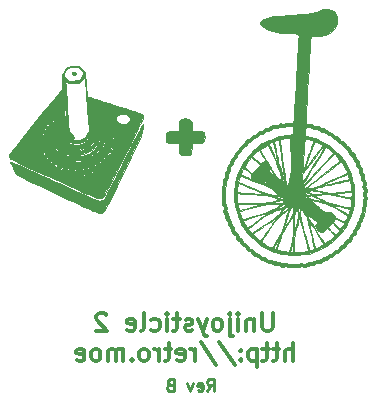
<source format=gbo>
G04 #@! TF.GenerationSoftware,KiCad,Pcbnew,(5.1.0-0)*
G04 #@! TF.CreationDate,2019-03-31T22:53:22-07:00*
G04 #@! TF.ProjectId,unijoysticle,756e696a-6f79-4737-9469-636c652e6b69,v0.0.1*
G04 #@! TF.SameCoordinates,Original*
G04 #@! TF.FileFunction,Legend,Bot*
G04 #@! TF.FilePolarity,Positive*
%FSLAX46Y46*%
G04 Gerber Fmt 4.6, Leading zero omitted, Abs format (unit mm)*
G04 Created by KiCad (PCBNEW (5.1.0-0)) date 2019-03-31 22:53:22*
%MOMM*%
%LPD*%
G04 APERTURE LIST*
%ADD10C,0.250000*%
%ADD11C,0.300000*%
%ADD12C,0.010000*%
G04 APERTURE END LIST*
D10*
X144636952Y-114752380D02*
X144970285Y-114276190D01*
X145208380Y-114752380D02*
X145208380Y-113752380D01*
X144827428Y-113752380D01*
X144732190Y-113800000D01*
X144684571Y-113847619D01*
X144636952Y-113942857D01*
X144636952Y-114085714D01*
X144684571Y-114180952D01*
X144732190Y-114228571D01*
X144827428Y-114276190D01*
X145208380Y-114276190D01*
X143827428Y-114704761D02*
X143922666Y-114752380D01*
X144113142Y-114752380D01*
X144208380Y-114704761D01*
X144256000Y-114609523D01*
X144256000Y-114228571D01*
X144208380Y-114133333D01*
X144113142Y-114085714D01*
X143922666Y-114085714D01*
X143827428Y-114133333D01*
X143779809Y-114228571D01*
X143779809Y-114323809D01*
X144256000Y-114419047D01*
X143446476Y-114085714D02*
X143208380Y-114752380D01*
X142970285Y-114085714D01*
X141494095Y-114228571D02*
X141351238Y-114276190D01*
X141303619Y-114323809D01*
X141256000Y-114419047D01*
X141256000Y-114561904D01*
X141303619Y-114657142D01*
X141351238Y-114704761D01*
X141446476Y-114752380D01*
X141827428Y-114752380D01*
X141827428Y-113752380D01*
X141494095Y-113752380D01*
X141398857Y-113800000D01*
X141351238Y-113847619D01*
X141303619Y-113942857D01*
X141303619Y-114038095D01*
X141351238Y-114133333D01*
X141398857Y-114180952D01*
X141494095Y-114228571D01*
X141827428Y-114228571D01*
D11*
X150176571Y-108139571D02*
X150176571Y-109353857D01*
X150105142Y-109496714D01*
X150033714Y-109568142D01*
X149890857Y-109639571D01*
X149605142Y-109639571D01*
X149462285Y-109568142D01*
X149390857Y-109496714D01*
X149319428Y-109353857D01*
X149319428Y-108139571D01*
X148605142Y-108639571D02*
X148605142Y-109639571D01*
X148605142Y-108782428D02*
X148533714Y-108711000D01*
X148390857Y-108639571D01*
X148176571Y-108639571D01*
X148033714Y-108711000D01*
X147962285Y-108853857D01*
X147962285Y-109639571D01*
X147248000Y-109639571D02*
X147248000Y-108639571D01*
X147248000Y-108139571D02*
X147319428Y-108211000D01*
X147248000Y-108282428D01*
X147176571Y-108211000D01*
X147248000Y-108139571D01*
X147248000Y-108282428D01*
X146533714Y-108639571D02*
X146533714Y-109925285D01*
X146605142Y-110068142D01*
X146748000Y-110139571D01*
X146819428Y-110139571D01*
X146533714Y-108139571D02*
X146605142Y-108211000D01*
X146533714Y-108282428D01*
X146462285Y-108211000D01*
X146533714Y-108139571D01*
X146533714Y-108282428D01*
X145605142Y-109639571D02*
X145748000Y-109568142D01*
X145819428Y-109496714D01*
X145890857Y-109353857D01*
X145890857Y-108925285D01*
X145819428Y-108782428D01*
X145748000Y-108711000D01*
X145605142Y-108639571D01*
X145390857Y-108639571D01*
X145248000Y-108711000D01*
X145176571Y-108782428D01*
X145105142Y-108925285D01*
X145105142Y-109353857D01*
X145176571Y-109496714D01*
X145248000Y-109568142D01*
X145390857Y-109639571D01*
X145605142Y-109639571D01*
X144605142Y-108639571D02*
X144248000Y-109639571D01*
X143890857Y-108639571D02*
X144248000Y-109639571D01*
X144390857Y-109996714D01*
X144462285Y-110068142D01*
X144605142Y-110139571D01*
X143390857Y-109568142D02*
X143248000Y-109639571D01*
X142962285Y-109639571D01*
X142819428Y-109568142D01*
X142748000Y-109425285D01*
X142748000Y-109353857D01*
X142819428Y-109211000D01*
X142962285Y-109139571D01*
X143176571Y-109139571D01*
X143319428Y-109068142D01*
X143390857Y-108925285D01*
X143390857Y-108853857D01*
X143319428Y-108711000D01*
X143176571Y-108639571D01*
X142962285Y-108639571D01*
X142819428Y-108711000D01*
X142319428Y-108639571D02*
X141748000Y-108639571D01*
X142105142Y-108139571D02*
X142105142Y-109425285D01*
X142033714Y-109568142D01*
X141890857Y-109639571D01*
X141748000Y-109639571D01*
X141248000Y-109639571D02*
X141248000Y-108639571D01*
X141248000Y-108139571D02*
X141319428Y-108211000D01*
X141248000Y-108282428D01*
X141176571Y-108211000D01*
X141248000Y-108139571D01*
X141248000Y-108282428D01*
X139890857Y-109568142D02*
X140033714Y-109639571D01*
X140319428Y-109639571D01*
X140462285Y-109568142D01*
X140533714Y-109496714D01*
X140605142Y-109353857D01*
X140605142Y-108925285D01*
X140533714Y-108782428D01*
X140462285Y-108711000D01*
X140319428Y-108639571D01*
X140033714Y-108639571D01*
X139890857Y-108711000D01*
X139033714Y-109639571D02*
X139176571Y-109568142D01*
X139248000Y-109425285D01*
X139248000Y-108139571D01*
X137890857Y-109568142D02*
X138033714Y-109639571D01*
X138319428Y-109639571D01*
X138462285Y-109568142D01*
X138533714Y-109425285D01*
X138533714Y-108853857D01*
X138462285Y-108711000D01*
X138319428Y-108639571D01*
X138033714Y-108639571D01*
X137890857Y-108711000D01*
X137819428Y-108853857D01*
X137819428Y-108996714D01*
X138533714Y-109139571D01*
X136105142Y-108282428D02*
X136033714Y-108211000D01*
X135890857Y-108139571D01*
X135533714Y-108139571D01*
X135390857Y-108211000D01*
X135319428Y-108282428D01*
X135248000Y-108425285D01*
X135248000Y-108568142D01*
X135319428Y-108782428D01*
X136176571Y-109639571D01*
X135248000Y-109639571D01*
X151890857Y-112189571D02*
X151890857Y-110689571D01*
X151248000Y-112189571D02*
X151248000Y-111403857D01*
X151319428Y-111261000D01*
X151462285Y-111189571D01*
X151676571Y-111189571D01*
X151819428Y-111261000D01*
X151890857Y-111332428D01*
X150748000Y-111189571D02*
X150176571Y-111189571D01*
X150533714Y-110689571D02*
X150533714Y-111975285D01*
X150462285Y-112118142D01*
X150319428Y-112189571D01*
X150176571Y-112189571D01*
X149890857Y-111189571D02*
X149319428Y-111189571D01*
X149676571Y-110689571D02*
X149676571Y-111975285D01*
X149605142Y-112118142D01*
X149462285Y-112189571D01*
X149319428Y-112189571D01*
X148819428Y-111189571D02*
X148819428Y-112689571D01*
X148819428Y-111261000D02*
X148676571Y-111189571D01*
X148390857Y-111189571D01*
X148248000Y-111261000D01*
X148176571Y-111332428D01*
X148105142Y-111475285D01*
X148105142Y-111903857D01*
X148176571Y-112046714D01*
X148248000Y-112118142D01*
X148390857Y-112189571D01*
X148676571Y-112189571D01*
X148819428Y-112118142D01*
X147462285Y-112046714D02*
X147390857Y-112118142D01*
X147462285Y-112189571D01*
X147533714Y-112118142D01*
X147462285Y-112046714D01*
X147462285Y-112189571D01*
X147462285Y-111261000D02*
X147390857Y-111332428D01*
X147462285Y-111403857D01*
X147533714Y-111332428D01*
X147462285Y-111261000D01*
X147462285Y-111403857D01*
X145676571Y-110618142D02*
X146962285Y-112546714D01*
X144105142Y-110618142D02*
X145390857Y-112546714D01*
X143605142Y-112189571D02*
X143605142Y-111189571D01*
X143605142Y-111475285D02*
X143533714Y-111332428D01*
X143462285Y-111261000D01*
X143319428Y-111189571D01*
X143176571Y-111189571D01*
X142105142Y-112118142D02*
X142248000Y-112189571D01*
X142533714Y-112189571D01*
X142676571Y-112118142D01*
X142748000Y-111975285D01*
X142748000Y-111403857D01*
X142676571Y-111261000D01*
X142533714Y-111189571D01*
X142248000Y-111189571D01*
X142105142Y-111261000D01*
X142033714Y-111403857D01*
X142033714Y-111546714D01*
X142748000Y-111689571D01*
X141605142Y-111189571D02*
X141033714Y-111189571D01*
X141390857Y-110689571D02*
X141390857Y-111975285D01*
X141319428Y-112118142D01*
X141176571Y-112189571D01*
X141033714Y-112189571D01*
X140533714Y-112189571D02*
X140533714Y-111189571D01*
X140533714Y-111475285D02*
X140462285Y-111332428D01*
X140390857Y-111261000D01*
X140248000Y-111189571D01*
X140105142Y-111189571D01*
X139390857Y-112189571D02*
X139533714Y-112118142D01*
X139605142Y-112046714D01*
X139676571Y-111903857D01*
X139676571Y-111475285D01*
X139605142Y-111332428D01*
X139533714Y-111261000D01*
X139390857Y-111189571D01*
X139176571Y-111189571D01*
X139033714Y-111261000D01*
X138962285Y-111332428D01*
X138890857Y-111475285D01*
X138890857Y-111903857D01*
X138962285Y-112046714D01*
X139033714Y-112118142D01*
X139176571Y-112189571D01*
X139390857Y-112189571D01*
X138248000Y-112046714D02*
X138176571Y-112118142D01*
X138248000Y-112189571D01*
X138319428Y-112118142D01*
X138248000Y-112046714D01*
X138248000Y-112189571D01*
X137533714Y-112189571D02*
X137533714Y-111189571D01*
X137533714Y-111332428D02*
X137462285Y-111261000D01*
X137319428Y-111189571D01*
X137105142Y-111189571D01*
X136962285Y-111261000D01*
X136890857Y-111403857D01*
X136890857Y-112189571D01*
X136890857Y-111403857D02*
X136819428Y-111261000D01*
X136676571Y-111189571D01*
X136462285Y-111189571D01*
X136319428Y-111261000D01*
X136248000Y-111403857D01*
X136248000Y-112189571D01*
X135319428Y-112189571D02*
X135462285Y-112118142D01*
X135533714Y-112046714D01*
X135605142Y-111903857D01*
X135605142Y-111475285D01*
X135533714Y-111332428D01*
X135462285Y-111261000D01*
X135319428Y-111189571D01*
X135105142Y-111189571D01*
X134962285Y-111261000D01*
X134890857Y-111332428D01*
X134819428Y-111475285D01*
X134819428Y-111903857D01*
X134890857Y-112046714D01*
X134962285Y-112118142D01*
X135105142Y-112189571D01*
X135319428Y-112189571D01*
X133605142Y-112118142D02*
X133748000Y-112189571D01*
X134033714Y-112189571D01*
X134176571Y-112118142D01*
X134248000Y-111975285D01*
X134248000Y-111403857D01*
X134176571Y-111261000D01*
X134033714Y-111189571D01*
X133748000Y-111189571D01*
X133605142Y-111261000D01*
X133533714Y-111403857D01*
X133533714Y-111546714D01*
X134248000Y-111689571D01*
D12*
G36*
X154565941Y-82434956D02*
G01*
X154186813Y-82534659D01*
X154126519Y-82555525D01*
X153825141Y-82643896D01*
X153439048Y-82726940D01*
X152982691Y-82802657D01*
X152470517Y-82869044D01*
X151916976Y-82924101D01*
X151336516Y-82965827D01*
X151060547Y-82980170D01*
X150680849Y-83006640D01*
X150310091Y-83049322D01*
X149968713Y-83104681D01*
X149677153Y-83169179D01*
X149455852Y-83239282D01*
X149389212Y-83269318D01*
X149255449Y-83356264D01*
X149158138Y-83442562D01*
X149099927Y-83518127D01*
X149097940Y-83584004D01*
X149151043Y-83686367D01*
X149152113Y-83688179D01*
X149307174Y-83867907D01*
X149542366Y-84035042D01*
X149838819Y-84183592D01*
X150177663Y-84307564D01*
X150540031Y-84400963D01*
X150907052Y-84457798D01*
X151259859Y-84472075D01*
X151537347Y-84445775D01*
X151733313Y-84417438D01*
X151876321Y-84416343D01*
X152009409Y-84444655D01*
X152094709Y-84473816D01*
X152236057Y-84529020D01*
X152336609Y-84574210D01*
X152361710Y-84589117D01*
X152371541Y-84647033D01*
X152373689Y-84785116D01*
X152368443Y-84984634D01*
X152356092Y-85226855D01*
X152350528Y-85312656D01*
X152330800Y-85610899D01*
X152307927Y-85971356D01*
X152284193Y-86357172D01*
X152261883Y-86731491D01*
X152252208Y-86898758D01*
X152224783Y-87376681D01*
X152193673Y-87915198D01*
X152160195Y-88491764D01*
X152125667Y-89083837D01*
X152091406Y-89668870D01*
X152058730Y-90224320D01*
X152028957Y-90727643D01*
X152003404Y-91156295D01*
X152001544Y-91187327D01*
X151976393Y-91546469D01*
X151949848Y-91807715D01*
X151921740Y-91972379D01*
X151891899Y-92041776D01*
X151891042Y-92042358D01*
X151807969Y-92059640D01*
X151668395Y-92058450D01*
X151594718Y-92051126D01*
X151408658Y-92042850D01*
X151274083Y-92079961D01*
X151234544Y-92102941D01*
X151119466Y-92155805D01*
X151019800Y-92137041D01*
X151008558Y-92131274D01*
X150858560Y-92103359D01*
X150692602Y-92156010D01*
X150603006Y-92219299D01*
X150469937Y-92272015D01*
X150371297Y-92265068D01*
X150230582Y-92266391D01*
X150077905Y-92336435D01*
X150045287Y-92357817D01*
X149903548Y-92434828D01*
X149770885Y-92477061D01*
X149740434Y-92479813D01*
X149538797Y-92524589D01*
X149368735Y-92643950D01*
X149331474Y-92689456D01*
X149257085Y-92754558D01*
X149204852Y-92761316D01*
X149102254Y-92764210D01*
X148969170Y-92816079D01*
X148846257Y-92896740D01*
X148780676Y-92971869D01*
X148704261Y-93053928D01*
X148640344Y-93076883D01*
X148481152Y-93121764D01*
X148335035Y-93229902D01*
X148265344Y-93326314D01*
X148185900Y-93423432D01*
X148107543Y-93464280D01*
X147955486Y-93535388D01*
X147827478Y-93670236D01*
X147781379Y-93758525D01*
X147713349Y-93859624D01*
X147650647Y-93902343D01*
X147521850Y-93974939D01*
X147409690Y-94081735D01*
X147345319Y-94190526D01*
X147339844Y-94223645D01*
X147301033Y-94310792D01*
X147207269Y-94397851D01*
X147203418Y-94400350D01*
X147038576Y-94530043D01*
X146958026Y-94660587D01*
X146944546Y-94748298D01*
X146904256Y-94856366D01*
X146826591Y-94935029D01*
X146699176Y-95064235D01*
X146613998Y-95235747D01*
X146594846Y-95347088D01*
X146560276Y-95437438D01*
X146477543Y-95541900D01*
X146470823Y-95548399D01*
X146369724Y-95698081D01*
X146347656Y-95842857D01*
X146303955Y-96040918D01*
X146236954Y-96138325D01*
X146155230Y-96268294D01*
X146132125Y-96440402D01*
X146132588Y-96463983D01*
X146113250Y-96650088D01*
X146057255Y-96763899D01*
X146000521Y-96882067D01*
X145966178Y-97069976D01*
X145961320Y-97135969D01*
X145948399Y-97355122D01*
X145931522Y-97598746D01*
X145922577Y-97713602D01*
X145908980Y-97923109D01*
X145900991Y-98133233D01*
X145900011Y-98234500D01*
X145900805Y-98423504D01*
X145900581Y-98640320D01*
X145900161Y-98725156D01*
X145918359Y-98945497D01*
X145975881Y-99078160D01*
X145977382Y-99079844D01*
X146030412Y-99185288D01*
X146024266Y-99338046D01*
X146022815Y-99345950D01*
X146016760Y-99514367D01*
X146080195Y-99658842D01*
X146081645Y-99660989D01*
X146147409Y-99815303D01*
X146176178Y-100004814D01*
X146176350Y-100014302D01*
X146195584Y-100182776D01*
X146257409Y-100291972D01*
X146287971Y-100319911D01*
X146374784Y-100439293D01*
X146397266Y-100540147D01*
X146440379Y-100744020D01*
X146555958Y-100913911D01*
X146603576Y-100953426D01*
X146674927Y-101051037D01*
X146694922Y-101142723D01*
X146734660Y-101333988D01*
X146846288Y-101469979D01*
X146921180Y-101509866D01*
X147022871Y-101590082D01*
X147043291Y-101668721D01*
X147088116Y-101819086D01*
X147202937Y-101963039D01*
X147327441Y-102050361D01*
X147413074Y-102126222D01*
X147439062Y-102196348D01*
X147478927Y-102301374D01*
X147574432Y-102409265D01*
X147689443Y-102485180D01*
X147754899Y-102500906D01*
X147834718Y-102545390D01*
X147891839Y-102646461D01*
X147976863Y-102787496D01*
X148105694Y-102897699D01*
X148242099Y-102946972D01*
X148254126Y-102947391D01*
X148332013Y-102987040D01*
X148387999Y-103059012D01*
X148513377Y-103217766D01*
X148669030Y-103289744D01*
X148708894Y-103293079D01*
X148803218Y-103327157D01*
X148927808Y-103412252D01*
X148996904Y-103473354D01*
X149135164Y-103588667D01*
X149241063Y-103628968D01*
X149285952Y-103624582D01*
X149402004Y-103637714D01*
X149548201Y-103735253D01*
X149559294Y-103744875D01*
X149706333Y-103848430D01*
X149847387Y-103882269D01*
X149897515Y-103881196D01*
X150051480Y-103897805D01*
X150136475Y-103964159D01*
X150221749Y-104029854D01*
X150369037Y-104061473D01*
X150453337Y-104066430D01*
X150627226Y-104087731D01*
X150774883Y-104132503D01*
X150817481Y-104155764D01*
X150965562Y-104223854D01*
X151106067Y-104230140D01*
X151188227Y-104188929D01*
X151270998Y-104174279D01*
X151384184Y-104217497D01*
X151589619Y-104272061D01*
X151705469Y-104265868D01*
X151824139Y-104247570D01*
X151913857Y-104240829D01*
X152014223Y-104245808D01*
X152164835Y-104262672D01*
X152208232Y-104267943D01*
X152373458Y-104275043D01*
X152464422Y-104249606D01*
X152472363Y-104240554D01*
X152548103Y-104208811D01*
X152709675Y-104212618D01*
X152750618Y-104217557D01*
X152935873Y-104228333D01*
X153052250Y-104198679D01*
X153077084Y-104181570D01*
X153173861Y-104140952D01*
X153324871Y-104116166D01*
X153404277Y-104112659D01*
X153584536Y-104097744D01*
X153689946Y-104050124D01*
X153712118Y-104025843D01*
X153823632Y-103957017D01*
X153976760Y-103939578D01*
X154182789Y-103903973D01*
X154325718Y-103815555D01*
X154457758Y-103733023D01*
X154589345Y-103692408D01*
X154606192Y-103691531D01*
X154746546Y-103649778D01*
X154888101Y-103542703D01*
X155017032Y-103443410D01*
X155140653Y-103395226D01*
X155159391Y-103393875D01*
X155268433Y-103361395D01*
X155388846Y-103282570D01*
X155486030Y-103185329D01*
X155525391Y-103098474D01*
X155567598Y-103058639D01*
X155642170Y-103046610D01*
X155757408Y-103012676D01*
X155881605Y-102929718D01*
X155980913Y-102826000D01*
X156021484Y-102729860D01*
X156063247Y-102660023D01*
X156133105Y-102622571D01*
X156297157Y-102534682D01*
X156430063Y-102396647D01*
X156489521Y-102272960D01*
X156537631Y-102182090D01*
X156591005Y-102153641D01*
X156691897Y-102110990D01*
X156792412Y-102003958D01*
X156866206Y-101863921D01*
X156882096Y-101806929D01*
X156939259Y-101685520D01*
X157012178Y-101633217D01*
X157108269Y-101562981D01*
X157197919Y-101437650D01*
X157254320Y-101299235D01*
X157261719Y-101242147D01*
X157294637Y-101163533D01*
X157376897Y-101055803D01*
X157410547Y-101020257D01*
X157528817Y-100857979D01*
X157559375Y-100714335D01*
X157601626Y-100546884D01*
X157668131Y-100469175D01*
X157752179Y-100356047D01*
X157781836Y-100183415D01*
X157781965Y-100178732D01*
X157812739Y-99998470D01*
X157879501Y-99874190D01*
X157949488Y-99738439D01*
X157968460Y-99540572D01*
X157983300Y-99366496D01*
X158025504Y-99221592D01*
X158041355Y-99192529D01*
X158095222Y-99028489D01*
X158087767Y-98891183D01*
X158083363Y-98718136D01*
X158113739Y-98551932D01*
X158116202Y-98544878D01*
X158145723Y-98412003D01*
X157901599Y-98412003D01*
X157863072Y-98501613D01*
X157850916Y-98511131D01*
X157818770Y-98586122D01*
X157819409Y-98744338D01*
X157824306Y-98791410D01*
X157831805Y-98984128D01*
X157796044Y-99120168D01*
X157774478Y-99157734D01*
X157717234Y-99334158D01*
X157723187Y-99448632D01*
X157721536Y-99611899D01*
X157645724Y-99752680D01*
X157564844Y-99913272D01*
X157537588Y-100066242D01*
X157494307Y-100262748D01*
X157422949Y-100388041D01*
X157346421Y-100521185D01*
X157311537Y-100652695D01*
X157311328Y-100661003D01*
X157264918Y-100804707D01*
X157162500Y-100922688D01*
X157040916Y-101075055D01*
X157013670Y-101194184D01*
X156980850Y-101322573D01*
X156871732Y-101447382D01*
X156840038Y-101473627D01*
X156709154Y-101610329D01*
X156666406Y-101731748D01*
X156633009Y-101836644D01*
X156520709Y-101920166D01*
X156501694Y-101929490D01*
X156337289Y-102060271D01*
X156252712Y-102198655D01*
X156170038Y-102338562D01*
X156065387Y-102407324D01*
X156018352Y-102419677D01*
X155893476Y-102474476D01*
X155807888Y-102595702D01*
X155795380Y-102624129D01*
X155716621Y-102755183D01*
X155621950Y-102798494D01*
X155617399Y-102798563D01*
X155522140Y-102833081D01*
X155402189Y-102920408D01*
X155348545Y-102972195D01*
X155235770Y-103075110D01*
X155137239Y-103137368D01*
X155104579Y-103145828D01*
X154987751Y-103171024D01*
X154862868Y-103232241D01*
X154765737Y-103307924D01*
X154731641Y-103370344D01*
X154691182Y-103425419D01*
X154564910Y-103443479D01*
X154561814Y-103443485D01*
X154363525Y-103490572D01*
X154244594Y-103567508D01*
X154059762Y-103670431D01*
X153901211Y-103691531D01*
X153711566Y-103723410D01*
X153617042Y-103788968D01*
X153534126Y-103852071D01*
X153421531Y-103867681D01*
X153323519Y-103858260D01*
X153164098Y-103851721D01*
X153047941Y-103893540D01*
X152994732Y-103932805D01*
X152884328Y-104014952D01*
X152817923Y-104031171D01*
X152770810Y-103987118D01*
X152769139Y-103984444D01*
X152696847Y-103953376D01*
X152558644Y-103960469D01*
X152555371Y-103961024D01*
X152375917Y-103983877D01*
X152162613Y-103999317D01*
X151940852Y-104007013D01*
X151736029Y-104006633D01*
X151573537Y-103997847D01*
X151478771Y-103980324D01*
X151469424Y-103975178D01*
X151385756Y-103951688D01*
X151245657Y-103947836D01*
X151171768Y-103953695D01*
X150995455Y-103960292D01*
X150882496Y-103927120D01*
X150849829Y-103902914D01*
X150747155Y-103852544D01*
X150596384Y-103821436D01*
X150546125Y-103817875D01*
X150372258Y-103791275D01*
X150251376Y-103732383D01*
X150244804Y-103726235D01*
X150118900Y-103662079D01*
X149944135Y-103641922D01*
X149799395Y-103632045D01*
X149724111Y-103594824D01*
X149696326Y-103542819D01*
X149622933Y-103456620D01*
X149486577Y-103397613D01*
X149322781Y-103380955D01*
X149317718Y-103381275D01*
X149233952Y-103351227D01*
X149126203Y-103269659D01*
X149097597Y-103241519D01*
X148939569Y-103124714D01*
X148817287Y-103096219D01*
X148691712Y-103065854D01*
X148645543Y-103009402D01*
X148562885Y-102866666D01*
X148441439Y-102753778D01*
X148314533Y-102700388D01*
X148297022Y-102699344D01*
X148191279Y-102665578D01*
X148149569Y-102612527D01*
X148089990Y-102507211D01*
X147994160Y-102392316D01*
X147890930Y-102297742D01*
X147809151Y-102253389D01*
X147802517Y-102252860D01*
X147743089Y-102211320D01*
X147678620Y-102108779D01*
X147666879Y-102082522D01*
X147578726Y-101945400D01*
X147460822Y-101842685D01*
X147451811Y-101837772D01*
X147321236Y-101722679D01*
X147246803Y-101559386D01*
X147167535Y-101389417D01*
X147064330Y-101309269D01*
X146971143Y-101243644D01*
X146943054Y-101124862D01*
X146942969Y-101114798D01*
X146899193Y-100951019D01*
X146794141Y-100796962D01*
X146702275Y-100665890D01*
X146649937Y-100539968D01*
X146645313Y-100504270D01*
X146614926Y-100379658D01*
X146541554Y-100249215D01*
X146538907Y-100245811D01*
X146451301Y-100066019D01*
X146423431Y-99892803D01*
X146398131Y-99729548D01*
X146345971Y-99602572D01*
X146331023Y-99582982D01*
X146271274Y-99456184D01*
X146277855Y-99340048D01*
X146276781Y-99172285D01*
X146241436Y-99071518D01*
X146203908Y-98972407D01*
X146176910Y-98818697D01*
X146158769Y-98595974D01*
X146147813Y-98289823D01*
X146147156Y-98259305D01*
X146149585Y-98132994D01*
X146158948Y-97949288D01*
X146172057Y-97763211D01*
X146188990Y-97546585D01*
X146204838Y-97333138D01*
X146214586Y-97192703D01*
X146244257Y-97020147D01*
X146300191Y-96865739D01*
X146318847Y-96833129D01*
X146387269Y-96643230D01*
X146384598Y-96535472D01*
X146390060Y-96384440D01*
X146468476Y-96245747D01*
X146479374Y-96232489D01*
X146576567Y-96051972D01*
X146587547Y-95934042D01*
X146611065Y-95780185D01*
X146710369Y-95643875D01*
X146804932Y-95513311D01*
X146843724Y-95383676D01*
X146843750Y-95380885D01*
X146889650Y-95240450D01*
X147017383Y-95087518D01*
X147130554Y-94955431D01*
X147189218Y-94833648D01*
X147192927Y-94805596D01*
X147243969Y-94680028D01*
X147354157Y-94587541D01*
X147489381Y-94460650D01*
X147529246Y-94351155D01*
X147576393Y-94231806D01*
X147698967Y-94150320D01*
X147702878Y-94148670D01*
X147880339Y-94045347D01*
X147974620Y-93912358D01*
X147991830Y-93850467D01*
X148051158Y-93769349D01*
X148176936Y-93703418D01*
X148182319Y-93701639D01*
X148350284Y-93604611D01*
X148455171Y-93486313D01*
X148571918Y-93358334D01*
X148673439Y-93325083D01*
X148785853Y-93286011D01*
X148918556Y-93186215D01*
X148955362Y-93149539D01*
X149104083Y-93023114D01*
X149243905Y-92976785D01*
X149267677Y-92975906D01*
X149429153Y-92930384D01*
X149513793Y-92851883D01*
X149616530Y-92761642D01*
X149756836Y-92729144D01*
X149806402Y-92727860D01*
X149981657Y-92701099D01*
X150112323Y-92609835D01*
X150114282Y-92607760D01*
X150218748Y-92524510D01*
X150338158Y-92507955D01*
X150398930Y-92515543D01*
X150564884Y-92513922D01*
X150714297Y-92437297D01*
X150827283Y-92369011D01*
X150918676Y-92364131D01*
X150979464Y-92386582D01*
X151091130Y-92415056D01*
X151212143Y-92384972D01*
X151263175Y-92361134D01*
X151431092Y-92307510D01*
X151633871Y-92308290D01*
X151666700Y-92312300D01*
X151908135Y-92344328D01*
X151893618Y-92672517D01*
X151879102Y-93000706D01*
X151507031Y-93060490D01*
X151191047Y-93111909D01*
X150947398Y-93154926D01*
X150750407Y-93196561D01*
X150574395Y-93243830D01*
X150393685Y-93303751D01*
X150182599Y-93383343D01*
X149915458Y-93489622D01*
X149869922Y-93507915D01*
X149544883Y-93642582D01*
X149303156Y-93752957D01*
X149133608Y-93845152D01*
X149025106Y-93925275D01*
X148966516Y-93999439D01*
X148963649Y-94005301D01*
X148907209Y-94090543D01*
X148864948Y-94116922D01*
X148803387Y-94151309D01*
X148692841Y-94243331D01*
X148550030Y-94376275D01*
X148391675Y-94533433D01*
X148234496Y-94698093D01*
X148095215Y-94853544D01*
X147990550Y-94983076D01*
X147971452Y-95009891D01*
X147702007Y-95417787D01*
X147488998Y-95777660D01*
X147321558Y-96114389D01*
X147188821Y-96452854D01*
X147079920Y-96817933D01*
X146983989Y-97234505D01*
X146970194Y-97302233D01*
X146901373Y-97860449D01*
X146906283Y-98454415D01*
X146981647Y-99057320D01*
X147124186Y-99642352D01*
X147319321Y-100158219D01*
X147383857Y-100302907D01*
X147427331Y-100407233D01*
X147439062Y-100442600D01*
X147463110Y-100492577D01*
X147526924Y-100605054D01*
X147618013Y-100758186D01*
X147643979Y-100800911D01*
X147838644Y-101099981D01*
X148044416Y-101371212D01*
X148280394Y-101636466D01*
X148565681Y-101917602D01*
X148828125Y-102156134D01*
X149110168Y-102370068D01*
X149466676Y-102584252D01*
X149873631Y-102786898D01*
X150307012Y-102966221D01*
X150742799Y-103110434D01*
X150812500Y-103129830D01*
X151027277Y-103170337D01*
X151313373Y-103199330D01*
X151646999Y-103216841D01*
X152004364Y-103222899D01*
X152361676Y-103217535D01*
X152695147Y-103200781D01*
X152980984Y-103172665D01*
X153195398Y-103133220D01*
X153218555Y-103126738D01*
X153829034Y-102920377D01*
X153931725Y-102874792D01*
X153183667Y-102874792D01*
X153115044Y-102900324D01*
X152973242Y-102927868D01*
X152784153Y-102954051D01*
X152573669Y-102975502D01*
X152367683Y-102988846D01*
X152289998Y-102991201D01*
X151956754Y-102997000D01*
X151965662Y-102770743D01*
X151900722Y-102770743D01*
X151894911Y-102898712D01*
X151877430Y-102966176D01*
X151843148Y-102992488D01*
X151786939Y-102996999D01*
X151784950Y-102997000D01*
X151665994Y-102997000D01*
X151762362Y-102612527D01*
X151809965Y-102425559D01*
X151849728Y-102274748D01*
X151874516Y-102187011D01*
X151877401Y-102178445D01*
X151886040Y-102201343D01*
X151893502Y-102304306D01*
X151898661Y-102468183D01*
X151899990Y-102562918D01*
X151900722Y-102770743D01*
X151965662Y-102770743D01*
X151982634Y-102339676D01*
X151997615Y-102055061D01*
X152021162Y-101803204D01*
X152057918Y-101554059D01*
X152112526Y-101277583D01*
X152189627Y-100943728D01*
X152213465Y-100845720D01*
X152295629Y-100522524D01*
X152362015Y-100287592D01*
X152411770Y-100143585D01*
X152444036Y-100093164D01*
X152452573Y-100101579D01*
X152483066Y-100197249D01*
X152531932Y-100366075D01*
X152595312Y-100593425D01*
X152669349Y-100864665D01*
X152750186Y-101165164D01*
X152833965Y-101480288D01*
X152916829Y-101795405D01*
X152994919Y-102095882D01*
X153064379Y-102367088D01*
X153121351Y-102594388D01*
X153161977Y-102763151D01*
X153182399Y-102858744D01*
X153183667Y-102874792D01*
X153931725Y-102874792D01*
X154361405Y-102684056D01*
X154834913Y-102406961D01*
X154954437Y-102316418D01*
X154483594Y-102316418D01*
X154442011Y-102354756D01*
X154331541Y-102421570D01*
X154173603Y-102504232D01*
X154123926Y-102528434D01*
X153764258Y-102700914D01*
X153740172Y-102599578D01*
X153647977Y-102599578D01*
X153643297Y-102688672D01*
X153581532Y-102745456D01*
X153491406Y-102780935D01*
X153369766Y-102810819D01*
X153291745Y-102810517D01*
X153284824Y-102806286D01*
X153264066Y-102751832D01*
X153221388Y-102613655D01*
X153160270Y-102403945D01*
X153084190Y-102134891D01*
X152996626Y-101818685D01*
X152901058Y-101467515D01*
X152872078Y-101359891D01*
X152755693Y-100921868D01*
X152664940Y-100568388D01*
X152597507Y-100288791D01*
X152551080Y-100072417D01*
X152523348Y-99908605D01*
X152513898Y-99807122D01*
X152358856Y-99807122D01*
X152348755Y-99924476D01*
X152319769Y-100085062D01*
X152269437Y-100307399D01*
X152209073Y-100554578D01*
X152027930Y-101284840D01*
X152014217Y-100525298D01*
X152010285Y-100256880D01*
X151943038Y-100256880D01*
X151938411Y-100549507D01*
X151931390Y-100789383D01*
X151917488Y-101149462D01*
X151900961Y-101435968D01*
X151878804Y-101674547D01*
X151848013Y-101890845D01*
X151805583Y-102110506D01*
X151748507Y-102359177D01*
X151746446Y-102367731D01*
X151593104Y-103003500D01*
X151388837Y-102973304D01*
X151230472Y-102945639D01*
X151024758Y-102904171D01*
X150849707Y-102865491D01*
X150683853Y-102826109D01*
X150564158Y-102795894D01*
X150515219Y-102781070D01*
X150515069Y-102780816D01*
X150531418Y-102716268D01*
X150574219Y-102579619D01*
X150636156Y-102392065D01*
X150709912Y-102174800D01*
X150788169Y-101949020D01*
X150812342Y-101880737D01*
X150702328Y-101880737D01*
X150689120Y-101962546D01*
X150649975Y-102109019D01*
X150601412Y-102265181D01*
X150528077Y-102483628D01*
X150474021Y-102622466D01*
X150430373Y-102697226D01*
X150388260Y-102723440D01*
X150342825Y-102717905D01*
X150253089Y-102685750D01*
X150222928Y-102669982D01*
X150238351Y-102623799D01*
X150293919Y-102516304D01*
X150376518Y-102369899D01*
X150473037Y-102206986D01*
X150570361Y-102049967D01*
X150655380Y-101921245D01*
X150686400Y-101878162D01*
X150702328Y-101880737D01*
X150812342Y-101880737D01*
X150863610Y-101735919D01*
X150928918Y-101556692D01*
X150976775Y-101432534D01*
X150994129Y-101393175D01*
X151051579Y-101289751D01*
X151145612Y-101129443D01*
X151265355Y-100929904D01*
X151399937Y-100708790D01*
X151538485Y-100483754D01*
X151670126Y-100272450D01*
X151783990Y-100092534D01*
X151869205Y-99961659D01*
X151914897Y-99897480D01*
X151915877Y-99896414D01*
X151931676Y-99924864D01*
X151940761Y-100046843D01*
X151943038Y-100256880D01*
X152010285Y-100256880D01*
X152009904Y-100230938D01*
X152010524Y-100016955D01*
X152017962Y-99864554D01*
X152034102Y-99754940D01*
X152060829Y-99669318D01*
X152100026Y-99588894D01*
X152109857Y-99571191D01*
X152180229Y-99461047D01*
X152233138Y-99405066D01*
X152246751Y-99404168D01*
X152277011Y-99465346D01*
X152318911Y-99584414D01*
X152332255Y-99628013D01*
X152352535Y-99714475D01*
X152358856Y-99807122D01*
X152513898Y-99807122D01*
X152511996Y-99786697D01*
X152513553Y-99707459D01*
X152538133Y-99526567D01*
X152576458Y-99435141D01*
X152635760Y-99433169D01*
X152723270Y-99520644D01*
X152846221Y-99697555D01*
X152852320Y-99707023D01*
X152959774Y-99878252D01*
X153048372Y-100026847D01*
X153102017Y-100125628D01*
X153107467Y-100137822D01*
X153127449Y-100208992D01*
X153164226Y-100360524D01*
X153214127Y-100575697D01*
X153273480Y-100837788D01*
X153338614Y-101130076D01*
X153405857Y-101435838D01*
X153471538Y-101738351D01*
X153531985Y-102020894D01*
X153583526Y-102266745D01*
X153622490Y-102459181D01*
X153645206Y-102581481D01*
X153647977Y-102599578D01*
X153740172Y-102599578D01*
X153678581Y-102340461D01*
X153637422Y-102162945D01*
X153581538Y-101915857D01*
X153517067Y-101626627D01*
X153450145Y-101322685D01*
X153420729Y-101187795D01*
X153363931Y-100921722D01*
X153316827Y-100691896D01*
X153282627Y-100514743D01*
X153264539Y-100406689D01*
X153263129Y-100381007D01*
X153293841Y-100413709D01*
X153364789Y-100513528D01*
X153464032Y-100663188D01*
X153536374Y-100776345D01*
X153670714Y-100989211D01*
X153835371Y-101250082D01*
X154007690Y-101523066D01*
X154139319Y-101731570D01*
X154268083Y-101938411D01*
X154374934Y-102115547D01*
X154449866Y-102245979D01*
X154482871Y-102312708D01*
X154483594Y-102316418D01*
X154954437Y-102316418D01*
X155268803Y-102078278D01*
X155559832Y-101811151D01*
X155780205Y-101564169D01*
X155417358Y-101564169D01*
X155390417Y-101615565D01*
X155303032Y-101709427D01*
X155174602Y-101829316D01*
X155024527Y-101958797D01*
X154872205Y-102081433D01*
X154737037Y-102180787D01*
X154638421Y-102240422D01*
X154607545Y-102250307D01*
X154568379Y-102210864D01*
X154484235Y-102098564D01*
X154362815Y-101924630D01*
X154211823Y-101700286D01*
X154038960Y-101436751D01*
X153888209Y-101202284D01*
X153665469Y-100851976D01*
X153491133Y-100575047D01*
X153359678Y-100361592D01*
X153265582Y-100201707D01*
X153203322Y-100085487D01*
X153167375Y-100003027D01*
X153152219Y-99944421D01*
X153152330Y-99899766D01*
X153154698Y-99886759D01*
X153195025Y-99892044D01*
X153293404Y-99948262D01*
X153431920Y-100042524D01*
X153592654Y-100161944D01*
X153757689Y-100293634D01*
X153909109Y-100424707D01*
X153932208Y-100446002D01*
X153921900Y-100494918D01*
X153870277Y-100587530D01*
X153870197Y-100587652D01*
X153797141Y-100754927D01*
X153812666Y-100912183D01*
X153919786Y-101075244D01*
X153973651Y-101130991D01*
X154148564Y-101267445D01*
X154305108Y-101310048D01*
X154457315Y-101258728D01*
X154606283Y-101127728D01*
X154773524Y-100945176D01*
X155087446Y-101234423D01*
X155231606Y-101370075D01*
X155344961Y-101482045D01*
X155409462Y-101552295D01*
X155417358Y-101564169D01*
X155780205Y-101564169D01*
X156042703Y-101269976D01*
X156135310Y-101132734D01*
X155823047Y-101132734D01*
X155792213Y-101189278D01*
X155717103Y-101284298D01*
X155623804Y-101388642D01*
X155538405Y-101473162D01*
X155486992Y-101508707D01*
X155486560Y-101508719D01*
X155444607Y-101476722D01*
X155348855Y-101391162D01*
X155216597Y-101267687D01*
X155151274Y-101205357D01*
X154835354Y-100901995D01*
X154990238Y-100709263D01*
X155089554Y-100597751D01*
X155170207Y-100528161D01*
X155197392Y-100516531D01*
X155256653Y-100549972D01*
X155360886Y-100636463D01*
X155489028Y-100755259D01*
X155620014Y-100885614D01*
X155732780Y-101006782D01*
X155806261Y-101098016D01*
X155823047Y-101132734D01*
X156135310Y-101132734D01*
X156436547Y-100686312D01*
X156518510Y-100518272D01*
X156189743Y-100518272D01*
X156189101Y-100580367D01*
X156138315Y-100699055D01*
X156070304Y-100815419D01*
X155906629Y-101070484D01*
X155265483Y-100429338D01*
X155377906Y-100277277D01*
X155490329Y-100125217D01*
X155817918Y-100300703D01*
X155982735Y-100391327D01*
X156114031Y-100467814D01*
X156186188Y-100515175D01*
X156189743Y-100518272D01*
X156518510Y-100518272D01*
X156740259Y-100063651D01*
X156778282Y-99945868D01*
X156500359Y-99945868D01*
X156472827Y-100073268D01*
X156413162Y-100224781D01*
X156342082Y-100352704D01*
X156267749Y-100466151D01*
X155884168Y-100259233D01*
X155709520Y-100160472D01*
X155571487Y-100073863D01*
X155491514Y-100013222D01*
X155480523Y-99999169D01*
X155436344Y-99936305D01*
X155344407Y-99831877D01*
X155305482Y-99791405D01*
X154505764Y-99791405D01*
X154486591Y-99778465D01*
X153044922Y-99778465D01*
X153027082Y-99820646D01*
X152979521Y-99777212D01*
X152939327Y-99710379D01*
X152902948Y-99634989D01*
X152921812Y-99634880D01*
X152962386Y-99666844D01*
X153029157Y-99739946D01*
X153044922Y-99778465D01*
X154486591Y-99778465D01*
X154462236Y-99762029D01*
X154348976Y-99672614D01*
X154322363Y-99651330D01*
X154198290Y-99548951D01*
X154112921Y-99472574D01*
X154086719Y-99442208D01*
X154118171Y-99437543D01*
X154197643Y-99486529D01*
X154302805Y-99572849D01*
X154409180Y-99677842D01*
X154485949Y-99762693D01*
X154505764Y-99791405D01*
X155305482Y-99791405D01*
X155268886Y-99753355D01*
X155242096Y-99728089D01*
X154632422Y-99728089D01*
X154615126Y-99769683D01*
X154558686Y-99727274D01*
X154532261Y-99696841D01*
X154496065Y-99643057D01*
X154535260Y-99646695D01*
X154550991Y-99652539D01*
X154620876Y-99700989D01*
X154632422Y-99728089D01*
X155242096Y-99728089D01*
X155150980Y-99642160D01*
X155060963Y-99589346D01*
X154960343Y-99579551D01*
X154860595Y-99590390D01*
X154645616Y-99591641D01*
X154452115Y-99526024D01*
X154357829Y-99465032D01*
X154231634Y-99363968D01*
X152480046Y-99363968D01*
X152474963Y-99499469D01*
X152472704Y-99511398D01*
X152434944Y-99697977D01*
X152368077Y-99477000D01*
X152336517Y-99337375D01*
X152333348Y-99237462D01*
X152339696Y-99221982D01*
X152200417Y-99221982D01*
X152179239Y-99306647D01*
X152114746Y-99433917D01*
X152056118Y-99527557D01*
X152027891Y-99540851D01*
X152021752Y-99516750D01*
X151943685Y-99516750D01*
X151933196Y-99612105D01*
X151904288Y-99710713D01*
X151849377Y-99830392D01*
X151760881Y-99988962D01*
X151631218Y-100204243D01*
X151542823Y-100348059D01*
X151403482Y-100570849D01*
X151283054Y-100757083D01*
X151190509Y-100893389D01*
X151134820Y-100966398D01*
X151122756Y-100974070D01*
X151133630Y-100917451D01*
X151171382Y-100782818D01*
X151231174Y-100586169D01*
X151308164Y-100343501D01*
X151380587Y-100121845D01*
X151496277Y-99782840D01*
X151590898Y-99530747D01*
X151652657Y-99391721D01*
X151548033Y-99391721D01*
X151543653Y-99407773D01*
X151521602Y-99465893D01*
X151474473Y-99603769D01*
X151407173Y-99806578D01*
X151324609Y-100059498D01*
X151231690Y-100347706D01*
X151209406Y-100417313D01*
X151106296Y-100736614D01*
X151018405Y-100995327D01*
X150936175Y-101213493D01*
X150850047Y-101411153D01*
X150750460Y-101608346D01*
X150627857Y-101825114D01*
X150472678Y-102081498D01*
X150275364Y-102397536D01*
X150231893Y-102466664D01*
X150112982Y-102655663D01*
X149731002Y-102450083D01*
X149546940Y-102347714D01*
X149389637Y-102254248D01*
X149285278Y-102185445D01*
X149266518Y-102170480D01*
X149245223Y-102142292D01*
X149241634Y-102101926D01*
X149261396Y-102039597D01*
X149310151Y-101945518D01*
X149393542Y-101809900D01*
X149517213Y-101622959D01*
X149686805Y-101374906D01*
X149907963Y-101055956D01*
X149914858Y-101046045D01*
X150142173Y-100720646D01*
X150323681Y-100465341D01*
X150469389Y-100268194D01*
X150537804Y-100182089D01*
X150401888Y-100182089D01*
X150371374Y-100247991D01*
X150293371Y-100373470D01*
X150163425Y-100567190D01*
X150095965Y-100665639D01*
X149919339Y-100921187D01*
X149730466Y-101192356D01*
X149552281Y-101446333D01*
X149410943Y-101645787D01*
X149118096Y-102055706D01*
X148985513Y-101960000D01*
X148874466Y-101868788D01*
X148735601Y-101740280D01*
X148654846Y-101659674D01*
X148545475Y-101539422D01*
X148501586Y-101466316D01*
X148514101Y-101422043D01*
X148530823Y-101409539D01*
X148593745Y-101368418D01*
X148724677Y-101281129D01*
X148909485Y-101157154D01*
X149134035Y-101005976D01*
X149384194Y-100837076D01*
X149396645Y-100828657D01*
X149654268Y-100654583D01*
X149893172Y-100493385D01*
X150097465Y-100355768D01*
X150251256Y-100252438D01*
X150338273Y-100194350D01*
X150389369Y-100167097D01*
X150401888Y-100182089D01*
X150537804Y-100182089D01*
X150589308Y-100117269D01*
X150693445Y-100000632D01*
X150791811Y-99906346D01*
X150894413Y-99822475D01*
X151011261Y-99737084D01*
X151014355Y-99734894D01*
X151250514Y-99569718D01*
X151413851Y-99460139D01*
X151510860Y-99402145D01*
X151548033Y-99391721D01*
X151652657Y-99391721D01*
X151668327Y-99356448D01*
X151732439Y-99250823D01*
X151764862Y-99217577D01*
X151856074Y-99153821D01*
X151907544Y-99128572D01*
X151924143Y-99172881D01*
X151937526Y-99288567D01*
X151943336Y-99406828D01*
X151943685Y-99516750D01*
X152021752Y-99516750D01*
X152012463Y-99480285D01*
X152011199Y-99472082D01*
X152033979Y-99351541D01*
X152098016Y-99258576D01*
X152172979Y-99202151D01*
X152200417Y-99221982D01*
X152339696Y-99221982D01*
X152342786Y-99214449D01*
X152403385Y-99197293D01*
X152452663Y-99255188D01*
X152480046Y-99363968D01*
X154231634Y-99363968D01*
X154229749Y-99362459D01*
X154081279Y-99231602D01*
X154069294Y-99220357D01*
X153901745Y-99220357D01*
X153859983Y-99204328D01*
X153763382Y-99132584D01*
X153696188Y-99074932D01*
X152102344Y-99074932D01*
X152066332Y-99125450D01*
X152052734Y-99127469D01*
X152004415Y-99110543D01*
X152003125Y-99105592D01*
X152037888Y-99063237D01*
X152052734Y-99053055D01*
X152098449Y-99056988D01*
X152102344Y-99074932D01*
X153696188Y-99074932D01*
X153660727Y-99044506D01*
X151840457Y-99044506D01*
X151817618Y-99086834D01*
X151805630Y-99101529D01*
X151735711Y-99170331D01*
X151712142Y-99157292D01*
X151601760Y-99157292D01*
X151597690Y-99200744D01*
X151512248Y-99286453D01*
X151343848Y-99417495D01*
X151198287Y-99522009D01*
X151012573Y-99651882D01*
X150895826Y-99729914D01*
X150836511Y-99762265D01*
X150823094Y-99755092D01*
X150844039Y-99714555D01*
X150847242Y-99709438D01*
X150987061Y-99495669D01*
X151075805Y-99379857D01*
X150967868Y-99379857D01*
X150909028Y-99489812D01*
X150782587Y-99663772D01*
X150694120Y-99770845D01*
X150594515Y-99874462D01*
X150471926Y-99983953D01*
X150314510Y-100108649D01*
X150110423Y-100257882D01*
X149847822Y-100440981D01*
X149514862Y-100667279D01*
X149473047Y-100695469D01*
X148406445Y-101414106D01*
X148245953Y-101225768D01*
X148153974Y-101112900D01*
X148096789Y-101033214D01*
X148087255Y-101012625D01*
X148126480Y-100978230D01*
X148235724Y-100894823D01*
X148403901Y-100770543D01*
X148619924Y-100613528D01*
X148872705Y-100431915D01*
X149066302Y-100294000D01*
X149389401Y-100066201D01*
X149647216Y-99889040D01*
X149854105Y-99753979D01*
X149964633Y-99688112D01*
X149752570Y-99688112D01*
X149721738Y-99722228D01*
X149623320Y-99802473D01*
X149471453Y-99918712D01*
X149280273Y-100060809D01*
X149063920Y-100218630D01*
X148836529Y-100382040D01*
X148612239Y-100540904D01*
X148405187Y-100685087D01*
X148229509Y-100804454D01*
X148099345Y-100888871D01*
X148028830Y-100928202D01*
X148020939Y-100929494D01*
X147977390Y-100876835D01*
X147903734Y-100764180D01*
X147835370Y-100649391D01*
X147756128Y-100502470D01*
X147702458Y-100386222D01*
X147687575Y-100336189D01*
X147731587Y-100296825D01*
X147848395Y-100244140D01*
X148014428Y-100188438D01*
X148046777Y-100179152D01*
X148234249Y-100125425D01*
X148484933Y-100051873D01*
X148767212Y-99967850D01*
X149049468Y-99882708D01*
X149072069Y-99875834D01*
X149312449Y-99803973D01*
X149516369Y-99745489D01*
X149666403Y-99705189D01*
X149745122Y-99687880D01*
X149752570Y-99688112D01*
X149964633Y-99688112D01*
X150024424Y-99652481D01*
X150172531Y-99576007D01*
X150312782Y-99516021D01*
X150459535Y-99463985D01*
X150465234Y-99462115D01*
X150661512Y-99401691D01*
X150826406Y-99357964D01*
X150934163Y-99337476D01*
X150956220Y-99337381D01*
X150967868Y-99379857D01*
X151075805Y-99379857D01*
X151096934Y-99352284D01*
X151193882Y-99262270D01*
X151294929Y-99208612D01*
X151372128Y-99184853D01*
X151526044Y-99153021D01*
X151601760Y-99157292D01*
X151712142Y-99157292D01*
X151707046Y-99154473D01*
X151705469Y-99132777D01*
X151745231Y-99079498D01*
X151786900Y-99057227D01*
X151840457Y-99044506D01*
X153660727Y-99044506D01*
X153617208Y-99007168D01*
X153595186Y-98986699D01*
X151680664Y-98986699D01*
X151531836Y-99054846D01*
X151381003Y-99113647D01*
X151295982Y-99124438D01*
X151285309Y-99087286D01*
X151308594Y-99053055D01*
X151399460Y-99001145D01*
X151525508Y-98982670D01*
X151680664Y-98986699D01*
X153595186Y-98986699D01*
X153573173Y-98966238D01*
X151257407Y-98966238D01*
X151203727Y-99072759D01*
X151051627Y-99176250D01*
X150800762Y-99276930D01*
X150731869Y-99298851D01*
X150525906Y-99361838D01*
X150398340Y-99399829D01*
X150332686Y-99416827D01*
X150312456Y-99416837D01*
X150321164Y-99403864D01*
X150328053Y-99396941D01*
X150446014Y-99297832D01*
X150606615Y-99186470D01*
X150783030Y-99078708D01*
X150948434Y-98990398D01*
X151036427Y-98953836D01*
X150822387Y-98953836D01*
X150435664Y-99226688D01*
X150306269Y-99315521D01*
X150185930Y-99389989D01*
X150059150Y-99456444D01*
X149910428Y-99521239D01*
X149724267Y-99590726D01*
X149485168Y-99671260D01*
X149177633Y-99769192D01*
X148905232Y-99854011D01*
X148581846Y-99953444D01*
X148287177Y-100042538D01*
X148035359Y-100117143D01*
X147840524Y-100173106D01*
X147716804Y-100206278D01*
X147680816Y-100213679D01*
X147607276Y-100170627D01*
X147525751Y-100039346D01*
X147500460Y-99983231D01*
X147415367Y-99778083D01*
X147370085Y-99645239D01*
X147365477Y-99565749D01*
X147402403Y-99520661D01*
X147481727Y-99491026D01*
X147523358Y-99479823D01*
X147934041Y-99371499D01*
X148283530Y-99279138D01*
X148606602Y-99193534D01*
X148938038Y-99105480D01*
X149034479Y-99079824D01*
X149301215Y-99011789D01*
X149512261Y-98968191D01*
X149629580Y-98953836D01*
X149247432Y-98953836D01*
X148380454Y-99184157D01*
X148095065Y-99258760D01*
X147837212Y-99323893D01*
X147624489Y-99375291D01*
X147474486Y-99408690D01*
X147408429Y-99419801D01*
X147341968Y-99407079D01*
X147297770Y-99345423D01*
X147261475Y-99212127D01*
X147254075Y-99175756D01*
X147231504Y-99031395D01*
X147227413Y-98933361D01*
X147235099Y-98909524D01*
X147291769Y-98905844D01*
X147432139Y-98905416D01*
X147640750Y-98908031D01*
X147902143Y-98913482D01*
X148200861Y-98921561D01*
X148256431Y-98923249D01*
X149247432Y-98953836D01*
X149629580Y-98953836D01*
X149705464Y-98944551D01*
X149918669Y-98936393D01*
X150189721Y-98939242D01*
X150217645Y-98939871D01*
X150822387Y-98953836D01*
X151036427Y-98953836D01*
X151076001Y-98937393D01*
X151119844Y-98929031D01*
X151219546Y-98940485D01*
X151257407Y-98966238D01*
X153573173Y-98966238D01*
X153429544Y-98832740D01*
X151358203Y-98832740D01*
X151314845Y-98864623D01*
X151209358Y-98879311D01*
X151198337Y-98879422D01*
X151092385Y-98876720D01*
X151075831Y-98858394D01*
X151138852Y-98809117D01*
X151148814Y-98802134D01*
X151258902Y-98754689D01*
X151336769Y-98774280D01*
X151358203Y-98832740D01*
X153429544Y-98832740D01*
X153426729Y-98830124D01*
X153424513Y-98827999D01*
X153284125Y-98687521D01*
X151183418Y-98687521D01*
X151059971Y-98782369D01*
X150986299Y-98826774D01*
X150889755Y-98855227D01*
X150748195Y-98871047D01*
X150539475Y-98877551D01*
X150419759Y-98878319D01*
X150209536Y-98876952D01*
X150044592Y-98872393D01*
X149944422Y-98865406D01*
X149923665Y-98858881D01*
X149977471Y-98838537D01*
X150106046Y-98800086D01*
X150287966Y-98749735D01*
X150430235Y-98712120D01*
X150675515Y-98652518D01*
X150847521Y-98622085D01*
X150966997Y-98618297D01*
X151049776Y-98636711D01*
X151183418Y-98687521D01*
X153284125Y-98687521D01*
X153269134Y-98672521D01*
X153189580Y-98580209D01*
X151209375Y-98580209D01*
X151173011Y-98607505D01*
X151134961Y-98599706D01*
X151069687Y-98564494D01*
X151060547Y-98551653D01*
X151098193Y-98535537D01*
X150713281Y-98535537D01*
X150668689Y-98561512D01*
X150548797Y-98604949D01*
X150374428Y-98658728D01*
X150254395Y-98692435D01*
X150108582Y-98730568D01*
X149976165Y-98760134D01*
X149841507Y-98782300D01*
X149688975Y-98798231D01*
X149502933Y-98809094D01*
X149267747Y-98816056D01*
X148967783Y-98820284D01*
X148587406Y-98822942D01*
X148499048Y-98823395D01*
X147202588Y-98829813D01*
X147172674Y-98718192D01*
X147156205Y-98608199D01*
X147145054Y-98441338D01*
X147142084Y-98307841D01*
X147141406Y-98009111D01*
X147699512Y-98044719D01*
X148213816Y-98077650D01*
X148639733Y-98105555D01*
X148987896Y-98129672D01*
X149268938Y-98151244D01*
X149493494Y-98171512D01*
X149672195Y-98191716D01*
X149815677Y-98213096D01*
X149934571Y-98236895D01*
X150039512Y-98264352D01*
X150141132Y-98296709D01*
X150250066Y-98335206D01*
X150279199Y-98345759D01*
X150467926Y-98417440D01*
X150615190Y-98479536D01*
X150700364Y-98523029D01*
X150713281Y-98535537D01*
X151098193Y-98535537D01*
X151101057Y-98534311D01*
X151134961Y-98532156D01*
X151200992Y-98558119D01*
X151209375Y-98580209D01*
X153189580Y-98580209D01*
X153177849Y-98566597D01*
X153155202Y-98515927D01*
X153174035Y-98513769D01*
X153251142Y-98558909D01*
X153376476Y-98659995D01*
X153530529Y-98800472D01*
X153645324Y-98913703D01*
X153799683Y-99077088D01*
X153883401Y-99178625D01*
X153901745Y-99220357D01*
X154069294Y-99220357D01*
X153925825Y-99085755D01*
X153776791Y-98938215D01*
X153647582Y-98802276D01*
X153551604Y-98691234D01*
X153502262Y-98618384D01*
X153512960Y-98597023D01*
X153516211Y-98597774D01*
X153601867Y-98618674D01*
X153761382Y-98656119D01*
X153971840Y-98704777D01*
X154206514Y-98758447D01*
X154421485Y-98809232D01*
X154599259Y-98858086D01*
X154760670Y-98913915D01*
X154926553Y-98985624D01*
X155117741Y-99082119D01*
X155355069Y-99212306D01*
X155620381Y-99362812D01*
X155879801Y-99511758D01*
X156110237Y-99645564D01*
X156297509Y-99755873D01*
X156427436Y-99834331D01*
X156485839Y-99872581D01*
X156486534Y-99873201D01*
X156500359Y-99945868D01*
X156778282Y-99945868D01*
X156935540Y-99458740D01*
X156697412Y-99458740D01*
X156670685Y-99556718D01*
X156618517Y-99693469D01*
X156615647Y-99701001D01*
X156572611Y-99790176D01*
X156520631Y-99798234D01*
X156454813Y-99760455D01*
X156371484Y-99709943D01*
X156221358Y-99622296D01*
X156024173Y-99508919D01*
X155799666Y-99381218D01*
X155748633Y-99352370D01*
X155530258Y-99228263D01*
X155344163Y-99120965D01*
X155206851Y-99040109D01*
X155134826Y-98995325D01*
X155128516Y-98990469D01*
X155121425Y-98980841D01*
X155130926Y-98977131D01*
X155169285Y-98981862D01*
X155248769Y-98997559D01*
X155381644Y-99026745D01*
X155580177Y-99071946D01*
X155856633Y-99135686D01*
X156037953Y-99177618D01*
X156314781Y-99241512D01*
X156507384Y-99290919D01*
X156627519Y-99336492D01*
X156686943Y-99388881D01*
X156697412Y-99458740D01*
X156935540Y-99458740D01*
X156952733Y-99405483D01*
X157072864Y-98715300D01*
X157076895Y-98606715D01*
X156854799Y-98606715D01*
X156845848Y-98680387D01*
X156832613Y-98773524D01*
X156815388Y-98939583D01*
X156798015Y-99063464D01*
X156767843Y-99148127D01*
X156712216Y-99196529D01*
X156618481Y-99211631D01*
X156473984Y-99196390D01*
X156266071Y-99153765D01*
X155982089Y-99086715D01*
X155740210Y-99028949D01*
X155398803Y-98947102D01*
X155134395Y-98879916D01*
X154927148Y-98820434D01*
X154757226Y-98761700D01*
X154646811Y-98714658D01*
X154429130Y-98714658D01*
X154406766Y-98726304D01*
X154347168Y-98712711D01*
X154263084Y-98691625D01*
X154108013Y-98655020D01*
X153907814Y-98608950D01*
X153780367Y-98580086D01*
X153508830Y-98511001D01*
X153392885Y-98469174D01*
X151072487Y-98469174D01*
X151017440Y-98488216D01*
X150896991Y-98475098D01*
X150721058Y-98428472D01*
X150601426Y-98387009D01*
X150258809Y-98259305D01*
X150513077Y-98244233D01*
X150713464Y-98248945D01*
X150873281Y-98299091D01*
X150946705Y-98340012D01*
X151052214Y-98419323D01*
X151072487Y-98469174D01*
X153392885Y-98469174D01*
X153322969Y-98443952D01*
X153266049Y-98408827D01*
X153117890Y-98408827D01*
X153083453Y-98432124D01*
X152974565Y-98402825D01*
X152915543Y-98350584D01*
X152895490Y-98280652D01*
X152923838Y-98236458D01*
X152938014Y-98234500D01*
X152999250Y-98267672D01*
X153069727Y-98333719D01*
X153117890Y-98408827D01*
X153266049Y-98408827D01*
X153209495Y-98373929D01*
X153194516Y-98359339D01*
X153088648Y-98246648D01*
X153311253Y-98213266D01*
X153419304Y-98201993D01*
X153515619Y-98209971D01*
X153624167Y-98245048D01*
X153768913Y-98315077D01*
X153973826Y-98427907D01*
X153983921Y-98433595D01*
X154219266Y-98569501D01*
X154367149Y-98662789D01*
X154429130Y-98714658D01*
X154646811Y-98714658D01*
X154604791Y-98696756D01*
X154450006Y-98618647D01*
X154273035Y-98520416D01*
X154245653Y-98504829D01*
X154027749Y-98378589D01*
X153886842Y-98286481D01*
X153826608Y-98221932D01*
X153843836Y-98190811D01*
X150917184Y-98190811D01*
X150875436Y-98165971D01*
X150713281Y-98165971D01*
X150667690Y-98169693D01*
X150546261Y-98165826D01*
X150372015Y-98155253D01*
X150304797Y-98150285D01*
X150137088Y-98132926D01*
X149975330Y-98104320D01*
X149799404Y-98058630D01*
X149776835Y-98051264D01*
X149445286Y-98051264D01*
X149409371Y-98069468D01*
X149295164Y-98073868D01*
X149097838Y-98066121D01*
X148812568Y-98047882D01*
X148434526Y-98020807D01*
X148307227Y-98011566D01*
X147998576Y-97989446D01*
X147719643Y-97969940D01*
X147487113Y-97954176D01*
X147317675Y-97943282D01*
X147228014Y-97938386D01*
X147222506Y-97938239D01*
X147170372Y-97927080D01*
X147148461Y-97879880D01*
X147151572Y-97772937D01*
X147163433Y-97669050D01*
X147189019Y-97492569D01*
X147217195Y-97339276D01*
X147231160Y-97280840D01*
X147265430Y-97160424D01*
X147736719Y-97347667D01*
X147964528Y-97437914D01*
X148250517Y-97550824D01*
X148560471Y-97672907D01*
X148860173Y-97790673D01*
X148902539Y-97807292D01*
X149131535Y-97897271D01*
X149301542Y-97966822D01*
X149407734Y-98017601D01*
X149445286Y-98051264D01*
X149776835Y-98051264D01*
X149589188Y-97990021D01*
X149324564Y-97892658D01*
X149052160Y-97786996D01*
X148738609Y-97663999D01*
X148416221Y-97537957D01*
X148112745Y-97419689D01*
X147855932Y-97320018D01*
X147728080Y-97270678D01*
X147248151Y-97086149D01*
X147323889Y-96829368D01*
X147369086Y-96683186D01*
X147404342Y-96581785D01*
X147417327Y-96553933D01*
X147470070Y-96560577D01*
X147593129Y-96597271D01*
X147765180Y-96656043D01*
X147964894Y-96728919D01*
X148170945Y-96807926D01*
X148362007Y-96885091D01*
X148516754Y-96952442D01*
X148610738Y-97000094D01*
X148744273Y-97063713D01*
X148861737Y-97093229D01*
X148869896Y-97093485D01*
X149046349Y-97124017D01*
X149278812Y-97209083D01*
X149547758Y-97338884D01*
X149833661Y-97503621D01*
X150116994Y-97693495D01*
X150222673Y-97772315D01*
X150408953Y-97916969D01*
X150562733Y-98038653D01*
X150669041Y-98125355D01*
X150712905Y-98165060D01*
X150713281Y-98165971D01*
X150875436Y-98165971D01*
X150854438Y-98153478D01*
X150734054Y-98070335D01*
X150566607Y-97948633D01*
X150403223Y-97826381D01*
X150205063Y-97674280D01*
X150082384Y-97573994D01*
X150029703Y-97519990D01*
X150041534Y-97506735D01*
X150105566Y-97526107D01*
X150170368Y-97567075D01*
X150288833Y-97655248D01*
X150439331Y-97773213D01*
X150600233Y-97903556D01*
X150749909Y-98028866D01*
X150866729Y-98131730D01*
X150911719Y-98175084D01*
X150917184Y-98190811D01*
X153843836Y-98190811D01*
X153850725Y-98178368D01*
X153962869Y-98149212D01*
X154166715Y-98127892D01*
X154465942Y-98107832D01*
X154467714Y-98107722D01*
X154675143Y-98096678D01*
X154848035Y-98094174D01*
X155010506Y-98102795D01*
X155186675Y-98125128D01*
X155400660Y-98163759D01*
X155676577Y-98221275D01*
X155823047Y-98253063D01*
X156167854Y-98327544D01*
X156427771Y-98384200D01*
X156614251Y-98428934D01*
X156738743Y-98467649D01*
X156812698Y-98506249D01*
X156847566Y-98550636D01*
X156854799Y-98606715D01*
X157076895Y-98606715D01*
X157094432Y-98134336D01*
X156864844Y-98134336D01*
X156853438Y-98300341D01*
X156820317Y-98378165D01*
X156805050Y-98383328D01*
X156737810Y-98373339D01*
X156591988Y-98345804D01*
X156385930Y-98304370D01*
X156137983Y-98252687D01*
X155998897Y-98223038D01*
X155713763Y-98160306D01*
X155517211Y-98111513D01*
X155410825Y-98073855D01*
X155396188Y-98044527D01*
X155474883Y-98020727D01*
X155588631Y-98006917D01*
X154619813Y-98006917D01*
X154580934Y-98017205D01*
X154467574Y-98033405D01*
X154304110Y-98052981D01*
X154114919Y-98073402D01*
X153924379Y-98092132D01*
X153756866Y-98106639D01*
X153636759Y-98114387D01*
X153590625Y-98113893D01*
X153577660Y-98108247D01*
X153416992Y-98108247D01*
X153218555Y-98136569D01*
X153062691Y-98138892D01*
X152951155Y-98103642D01*
X152904547Y-98040778D01*
X152917956Y-97991214D01*
X152999603Y-97940911D01*
X153138213Y-97966444D01*
X153258225Y-98022545D01*
X153416992Y-98108247D01*
X153577660Y-98108247D01*
X153534832Y-98089598D01*
X153424951Y-98035980D01*
X153379785Y-98013178D01*
X153247528Y-97938253D01*
X153203378Y-97884199D01*
X153241464Y-97837625D01*
X152920898Y-97837625D01*
X152916965Y-97883339D01*
X152899022Y-97887235D01*
X152848503Y-97851222D01*
X152846484Y-97837625D01*
X152863410Y-97789306D01*
X152868361Y-97788016D01*
X152910716Y-97822779D01*
X152920898Y-97837625D01*
X153241464Y-97837625D01*
X153243075Y-97835655D01*
X153319628Y-97796198D01*
X153393988Y-97774518D01*
X153496115Y-97771583D01*
X153645020Y-97789221D01*
X153859717Y-97829256D01*
X154023613Y-97863835D01*
X154249736Y-97913845D01*
X154437566Y-97957508D01*
X154567478Y-97990113D01*
X154619813Y-98006917D01*
X155588631Y-98006917D01*
X155648495Y-97999649D01*
X155918606Y-97978492D01*
X156145508Y-97963443D01*
X156369419Y-97947504D01*
X156565900Y-97930703D01*
X156707232Y-97915548D01*
X156753223Y-97908458D01*
X156819217Y-97902858D01*
X156852310Y-97936898D01*
X156863727Y-98033294D01*
X156864844Y-98134336D01*
X157094432Y-98134336D01*
X157099546Y-97996593D01*
X157084173Y-97828126D01*
X156871960Y-97828126D01*
X156434320Y-97861930D01*
X156183752Y-97883044D01*
X155922880Y-97907845D01*
X155702312Y-97931479D01*
X155674219Y-97934818D01*
X155399553Y-97963648D01*
X155168031Y-97974523D01*
X154948161Y-97965561D01*
X154708449Y-97934877D01*
X154417403Y-97880588D01*
X154276604Y-97851213D01*
X154040581Y-97798733D01*
X153844175Y-97750639D01*
X153705385Y-97711672D01*
X153662897Y-97694792D01*
X153285614Y-97694792D01*
X153267977Y-97720285D01*
X153221475Y-97759161D01*
X153115777Y-97828084D01*
X153048297Y-97821514D01*
X153020117Y-97788016D01*
X153030586Y-97744916D01*
X153062741Y-97738406D01*
X153173080Y-97723653D01*
X153226900Y-97709552D01*
X153285614Y-97694792D01*
X153662897Y-97694792D01*
X153642211Y-97686574D01*
X153640234Y-97683599D01*
X153661884Y-97663992D01*
X153044922Y-97663992D01*
X153020117Y-97688797D01*
X152995312Y-97663992D01*
X153020117Y-97639188D01*
X152846484Y-97639188D01*
X152829558Y-97687507D01*
X152824607Y-97688797D01*
X152782253Y-97654034D01*
X152772070Y-97639188D01*
X152776004Y-97593473D01*
X152793947Y-97589578D01*
X152844465Y-97625590D01*
X152846484Y-97639188D01*
X153020117Y-97639188D01*
X153044922Y-97663992D01*
X153661884Y-97663992D01*
X153688516Y-97639874D01*
X153830023Y-97583960D01*
X154059746Y-97517619D01*
X154235547Y-97474085D01*
X154472541Y-97417996D01*
X154733174Y-97356219D01*
X154880469Y-97321259D01*
X155065446Y-97277816D01*
X155311080Y-97220810D01*
X155581257Y-97158594D01*
X155773437Y-97114643D01*
X156017206Y-97058703D01*
X156241875Y-97006457D01*
X156420228Y-96964276D01*
X156515380Y-96941016D01*
X156632777Y-96920649D01*
X156705789Y-96944607D01*
X156750062Y-97029980D01*
X156781239Y-97193856D01*
X156787355Y-97238118D01*
X156813177Y-97425775D01*
X156839257Y-97608426D01*
X156844925Y-97646840D01*
X156871960Y-97828126D01*
X157084173Y-97828126D01*
X157031674Y-97252854D01*
X157022179Y-97192703D01*
X156929844Y-96791516D01*
X156655323Y-96791516D01*
X156598809Y-96846321D01*
X156554785Y-96860030D01*
X156260520Y-96927382D01*
X155936111Y-97002508D01*
X155604371Y-97080038D01*
X155288113Y-97154606D01*
X155010148Y-97220843D01*
X154793289Y-97273381D01*
X154706836Y-97294870D01*
X154491240Y-97348246D01*
X154357985Y-97377972D01*
X154293690Y-97386508D01*
X154284975Y-97376318D01*
X154289290Y-97371712D01*
X154338002Y-97346672D01*
X154461534Y-97287817D01*
X154644340Y-97202293D01*
X154870872Y-97097246D01*
X155125581Y-96979821D01*
X155392921Y-96857164D01*
X155657342Y-96736422D01*
X155903298Y-96624739D01*
X156115240Y-96529262D01*
X156277621Y-96457136D01*
X156309510Y-96443218D01*
X156523121Y-96350494D01*
X156594764Y-96521958D01*
X156653272Y-96689334D01*
X156655323Y-96791516D01*
X156929844Y-96791516D01*
X156929055Y-96788091D01*
X156782123Y-96352249D01*
X156737078Y-96247523D01*
X156459061Y-96247523D01*
X156458271Y-96254414D01*
X156408590Y-96294779D01*
X156287748Y-96363836D01*
X156115616Y-96450815D01*
X155971000Y-96518526D01*
X155744829Y-96621181D01*
X155525835Y-96720556D01*
X155346679Y-96801829D01*
X155277344Y-96833270D01*
X155143370Y-96894077D01*
X154946209Y-96983651D01*
X154712984Y-97089668D01*
X154483594Y-97193989D01*
X154244952Y-97300503D01*
X154019774Y-97397382D01*
X153833765Y-97473787D01*
X153714648Y-97518223D01*
X153577517Y-97552401D01*
X153424278Y-97575334D01*
X153279673Y-97585845D01*
X153168443Y-97582756D01*
X153115329Y-97564891D01*
X153121816Y-97546435D01*
X153172442Y-97504861D01*
X153289861Y-97410785D01*
X153462904Y-97273079D01*
X153680406Y-97100616D01*
X153931201Y-96902269D01*
X154136328Y-96740359D01*
X154432728Y-96506485D01*
X154730026Y-96271692D01*
X155010713Y-96049824D01*
X155257277Y-95854725D01*
X155452208Y-95700241D01*
X155525083Y-95642362D01*
X155946455Y-95307296D01*
X156032513Y-95419043D01*
X156110353Y-95534622D01*
X156202074Y-95691733D01*
X156295240Y-95865977D01*
X156377416Y-96032956D01*
X156436168Y-96168271D01*
X156459061Y-96247523D01*
X156737078Y-96247523D01*
X156595624Y-95918660D01*
X156383797Y-95520810D01*
X156196164Y-95240084D01*
X155861317Y-95240084D01*
X155820337Y-95283691D01*
X155710630Y-95380408D01*
X155541735Y-95522362D01*
X155323194Y-95701685D01*
X155064548Y-95910505D01*
X154775336Y-96140952D01*
X154632422Y-96253817D01*
X154321933Y-96498683D01*
X154027913Y-96731219D01*
X153761827Y-96942307D01*
X153535143Y-97122827D01*
X153359327Y-97263660D01*
X153245847Y-97355688D01*
X153222027Y-97375480D01*
X153037739Y-97498124D01*
X152879475Y-97539969D01*
X152731888Y-97539969D01*
X152825675Y-97428348D01*
X152904039Y-97338519D01*
X153025879Y-97202600D01*
X153167237Y-97047277D01*
X153193131Y-97019070D01*
X153336395Y-96862607D01*
X153521730Y-96659279D01*
X153724742Y-96435887D01*
X153913186Y-96227919D01*
X154284491Y-95818167D01*
X154594018Y-95478299D01*
X154845830Y-95203973D01*
X155043993Y-94990850D01*
X155192569Y-94834590D01*
X155295625Y-94730853D01*
X155357224Y-94675300D01*
X155379117Y-94662625D01*
X155435766Y-94698760D01*
X155529032Y-94790920D01*
X155638567Y-94914734D01*
X155744022Y-95045834D01*
X155825047Y-95159851D01*
X155861293Y-95232414D01*
X155861317Y-95240084D01*
X156196164Y-95240084D01*
X156184292Y-95222322D01*
X156099190Y-95105525D01*
X156050734Y-95028367D01*
X156046566Y-95009891D01*
X156025969Y-94976713D01*
X155950443Y-94887723D01*
X155833713Y-94758740D01*
X155760985Y-94680795D01*
X155654475Y-94582010D01*
X155277344Y-94582010D01*
X155265991Y-94612934D01*
X155226760Y-94669347D01*
X155151894Y-94760248D01*
X155033636Y-94894634D01*
X154864228Y-95081505D01*
X154635912Y-95329857D01*
X154586385Y-95383490D01*
X154473127Y-95506870D01*
X154306864Y-95689056D01*
X154101087Y-95915212D01*
X153869284Y-96170505D01*
X153624946Y-96440098D01*
X153491406Y-96587655D01*
X153226817Y-96878076D01*
X153020782Y-97098987D01*
X152867270Y-97256200D01*
X152760255Y-97355527D01*
X152693706Y-97402781D01*
X152661595Y-97403774D01*
X152656979Y-97392127D01*
X152679566Y-97321668D01*
X152733567Y-97215495D01*
X151647511Y-97215495D01*
X151624631Y-97302663D01*
X151589882Y-97341531D01*
X151583898Y-97299550D01*
X151596534Y-97205106D01*
X151620805Y-97128132D01*
X151643343Y-97130612D01*
X151643944Y-97132328D01*
X151647511Y-97215495D01*
X152733567Y-97215495D01*
X152755234Y-97172895D01*
X152881640Y-96949790D01*
X153056443Y-96656334D01*
X153277301Y-96296511D01*
X153541872Y-95874302D01*
X153649167Y-95704970D01*
X153876181Y-95349282D01*
X154087462Y-95021364D01*
X154276964Y-94730365D01*
X154438642Y-94485431D01*
X154566450Y-94295709D01*
X154654344Y-94170348D01*
X154696279Y-94118494D01*
X154698164Y-94117621D01*
X154759985Y-94146430D01*
X154868508Y-94220697D01*
X154999052Y-94320636D01*
X155126941Y-94426458D01*
X155227495Y-94518376D01*
X155276035Y-94576603D01*
X155277344Y-94582010D01*
X155654475Y-94582010D01*
X155235361Y-94193298D01*
X155001648Y-94029322D01*
X154559812Y-94029322D01*
X154546229Y-94106823D01*
X154478842Y-94251983D01*
X154363515Y-94453186D01*
X154273910Y-94595723D01*
X154152551Y-94784415D01*
X153991123Y-95036751D01*
X153802531Y-95332482D01*
X153599681Y-95651360D01*
X153395481Y-95973136D01*
X153322156Y-96088895D01*
X153143710Y-96369371D01*
X152982773Y-96619676D01*
X152846877Y-96828309D01*
X152743557Y-96983770D01*
X152680345Y-97074558D01*
X152664102Y-97093485D01*
X152657623Y-97048230D01*
X152660878Y-96928775D01*
X152673097Y-96759576D01*
X152675432Y-96733817D01*
X152708825Y-96374149D01*
X153578968Y-95208328D01*
X153841760Y-94856068D01*
X154051156Y-94575578D01*
X154213411Y-94359340D01*
X154334777Y-94199838D01*
X154421510Y-94089555D01*
X154479861Y-94020975D01*
X154516084Y-93986579D01*
X154533571Y-93979938D01*
X154402895Y-93979938D01*
X154355557Y-94048895D01*
X154261179Y-94178792D01*
X154129493Y-94356775D01*
X153970232Y-94569993D01*
X153793129Y-94805592D01*
X153607916Y-95050721D01*
X153424326Y-95292528D01*
X153252092Y-95518158D01*
X153100947Y-95714761D01*
X152980623Y-95869483D01*
X152900853Y-95969473D01*
X152871598Y-96002078D01*
X152877185Y-95959141D01*
X152911271Y-95844285D01*
X152967385Y-95678445D01*
X152998085Y-95592801D01*
X153068397Y-95399699D01*
X153162412Y-95141359D01*
X153269939Y-94845789D01*
X153380787Y-94541001D01*
X153430919Y-94403125D01*
X153527734Y-94144526D01*
X153616373Y-93922019D01*
X153690271Y-93750988D01*
X153742868Y-93646816D01*
X153764258Y-93621816D01*
X153831249Y-93641327D01*
X153959832Y-93693416D01*
X154122534Y-93766933D01*
X154127199Y-93769137D01*
X154305795Y-93862680D01*
X154394738Y-93933018D01*
X154402895Y-93979938D01*
X154533571Y-93979938D01*
X154536434Y-93978851D01*
X154547163Y-93990274D01*
X154554526Y-94013332D01*
X154559812Y-94029322D01*
X155001648Y-94029322D01*
X154654935Y-93786064D01*
X154232901Y-93569066D01*
X153606952Y-93569066D01*
X153601752Y-93624536D01*
X153565823Y-93760147D01*
X153503245Y-93963131D01*
X153418100Y-94220716D01*
X153314467Y-94520132D01*
X153210077Y-94811209D01*
X153074622Y-95181974D01*
X152966156Y-95471180D01*
X152882452Y-95676949D01*
X152821284Y-95797402D01*
X152780426Y-95830662D01*
X152757650Y-95774851D01*
X152750732Y-95628092D01*
X152754385Y-95497656D01*
X151721363Y-95497656D01*
X151698760Y-96065904D01*
X151649655Y-96556787D01*
X151599992Y-96854731D01*
X151490106Y-97406256D01*
X151463347Y-97375146D01*
X149969141Y-97375146D01*
X149932502Y-97390545D01*
X149824976Y-97341953D01*
X149667587Y-97242804D01*
X149560539Y-97169042D01*
X149423437Y-97169042D01*
X149412689Y-97189382D01*
X149364342Y-97180673D01*
X149254249Y-97137580D01*
X149224423Y-97125094D01*
X149125218Y-97069529D01*
X149115222Y-97026461D01*
X149121690Y-97021599D01*
X149192130Y-97023198D01*
X149294944Y-97062892D01*
X149386533Y-97119375D01*
X149423437Y-97169042D01*
X149560539Y-97169042D01*
X149461259Y-97100633D01*
X149328015Y-97000387D01*
X149256873Y-96931293D01*
X149236848Y-96882581D01*
X149256956Y-96843479D01*
X149258640Y-96841761D01*
X149306092Y-96827951D01*
X149385575Y-96863809D01*
X149510400Y-96957276D01*
X149643113Y-97071135D01*
X149788754Y-97201491D01*
X149900835Y-97305036D01*
X149962411Y-97365970D01*
X149969141Y-97375146D01*
X151463347Y-97375146D01*
X151383150Y-97281912D01*
X151331686Y-97201979D01*
X151288555Y-97083192D01*
X151285298Y-97068680D01*
X151156108Y-97068680D01*
X151152435Y-97137556D01*
X151125841Y-97125431D01*
X151083774Y-97071600D01*
X151025825Y-96961060D01*
X151020978Y-96937798D01*
X150931279Y-96937798D01*
X150928638Y-96944656D01*
X150880098Y-96916993D01*
X150777679Y-96845284D01*
X150673098Y-96767389D01*
X150539891Y-96643431D01*
X150394981Y-96473230D01*
X150393282Y-96470899D01*
X150289315Y-96470899D01*
X150250851Y-96443276D01*
X148385272Y-96443276D01*
X148384711Y-96453829D01*
X148368990Y-96554159D01*
X148365189Y-96659402D01*
X148362567Y-96758504D01*
X148353955Y-96795828D01*
X148304762Y-96779573D01*
X148184500Y-96736081D01*
X148014883Y-96673261D01*
X147926992Y-96640325D01*
X147738758Y-96567614D01*
X147587264Y-96505500D01*
X147495725Y-96463656D01*
X147480561Y-96454290D01*
X147482541Y-96397041D01*
X147519998Y-96277434D01*
X147579780Y-96132908D01*
X147711914Y-95842059D01*
X148059180Y-96113370D01*
X148227527Y-96254308D01*
X148340244Y-96368481D01*
X148385272Y-96443276D01*
X150250851Y-96443276D01*
X150054766Y-96302459D01*
X149925322Y-96205937D01*
X149865501Y-96144131D01*
X149862915Y-96095911D01*
X149902643Y-96042940D01*
X149968083Y-95978660D01*
X149994650Y-95964567D01*
X150022595Y-96010856D01*
X150084962Y-96117435D01*
X150146772Y-96224086D01*
X150289315Y-96470899D01*
X150393282Y-96470899D01*
X150254389Y-96280411D01*
X150134138Y-96088600D01*
X150050251Y-95921423D01*
X150018750Y-95802545D01*
X149987223Y-95709649D01*
X149909747Y-95588211D01*
X149097100Y-95588211D01*
X148784516Y-95966106D01*
X148471931Y-96344002D01*
X148154185Y-96094295D01*
X148002882Y-95972773D01*
X147883231Y-95871793D01*
X147815907Y-95808953D01*
X147809356Y-95800766D01*
X147813102Y-95715757D01*
X147886353Y-95565903D01*
X148026986Y-95355015D01*
X148145653Y-95197131D01*
X148366302Y-94913082D01*
X148731701Y-95250646D01*
X149097100Y-95588211D01*
X149909747Y-95588211D01*
X149907115Y-95584087D01*
X149853683Y-95518530D01*
X149779969Y-95423792D01*
X149678915Y-95278923D01*
X149572266Y-95278923D01*
X149529943Y-95300965D01*
X149455931Y-95307547D01*
X149334930Y-95343205D01*
X149248712Y-95407973D01*
X149171166Y-95477280D01*
X149124168Y-95494789D01*
X149075053Y-95457191D01*
X148971479Y-95367761D01*
X148831560Y-95242329D01*
X148752913Y-95170396D01*
X148415318Y-94859612D01*
X148534905Y-94731377D01*
X148652188Y-94617027D01*
X148796143Y-94491060D01*
X148834688Y-94459707D01*
X149014883Y-94316273D01*
X149293574Y-94783286D01*
X149406264Y-94974583D01*
X149497105Y-95133470D01*
X149555660Y-95241386D01*
X149572266Y-95278923D01*
X149678915Y-95278923D01*
X149677658Y-95277121D01*
X149557907Y-95096371D01*
X149431873Y-94899393D01*
X149310713Y-94704041D01*
X149205583Y-94528167D01*
X149127639Y-94389623D01*
X149088040Y-94306263D01*
X149086329Y-94290629D01*
X149135302Y-94262857D01*
X149243743Y-94206240D01*
X149318478Y-94168222D01*
X149477231Y-94075644D01*
X149617275Y-93973622D01*
X149654852Y-93939626D01*
X149773725Y-93820754D01*
X149824985Y-93956436D01*
X149869652Y-94066170D01*
X149941399Y-94233588D01*
X150026200Y-94426066D01*
X150043263Y-94464188D01*
X150264992Y-94963213D01*
X150446291Y-95383103D01*
X150590975Y-95733528D01*
X150702861Y-96024162D01*
X150785764Y-96264675D01*
X150843498Y-96464740D01*
X150860349Y-96535379D01*
X150899112Y-96720594D01*
X150923990Y-96862136D01*
X150931279Y-96937798D01*
X151020978Y-96937798D01*
X151010937Y-96889623D01*
X150996216Y-96766088D01*
X150983089Y-96713069D01*
X150986508Y-96693468D01*
X151027369Y-96749072D01*
X151055424Y-96795828D01*
X151120625Y-96932561D01*
X151154699Y-97050274D01*
X151156108Y-97068680D01*
X151285298Y-97068680D01*
X151249165Y-96907719D01*
X151211195Y-96671805D01*
X151134870Y-96671805D01*
X151133257Y-96720072D01*
X151097260Y-96675936D01*
X151026698Y-96539156D01*
X151011652Y-96507521D01*
X150944172Y-96334344D01*
X150862469Y-96073529D01*
X150769372Y-95735179D01*
X150749663Y-95656509D01*
X150664200Y-95656509D01*
X150647378Y-95647523D01*
X150601163Y-95560279D01*
X150529517Y-95401614D01*
X150489538Y-95307547D01*
X150405187Y-95108572D01*
X150321143Y-94914456D01*
X150264342Y-94786649D01*
X150114390Y-94454214D01*
X150003712Y-94202198D01*
X149928580Y-94021605D01*
X149885266Y-93903439D01*
X149870043Y-93838701D01*
X149869922Y-93834814D01*
X149911401Y-93770600D01*
X150013064Y-93704908D01*
X150031152Y-93696835D01*
X150088214Y-93670811D01*
X150132191Y-93655057D01*
X150167671Y-93660605D01*
X150199241Y-93698485D01*
X150231487Y-93779729D01*
X150268996Y-93915367D01*
X150316356Y-94116430D01*
X150378153Y-94393950D01*
X150443066Y-94687430D01*
X150504388Y-94961883D01*
X150560040Y-95207841D01*
X150605713Y-95406497D01*
X150637097Y-95539045D01*
X150647667Y-95580399D01*
X150664200Y-95656509D01*
X150749663Y-95656509D01*
X150667711Y-95329400D01*
X150594934Y-95019240D01*
X150501294Y-94611611D01*
X150427862Y-94290231D01*
X150373844Y-94044380D01*
X150338446Y-93863337D01*
X150320872Y-93736381D01*
X150320328Y-93652792D01*
X150336020Y-93601848D01*
X150367153Y-93572829D01*
X150412931Y-93555014D01*
X150472562Y-93537682D01*
X150484829Y-93533745D01*
X150609873Y-93498422D01*
X150688691Y-93487429D01*
X150698664Y-93490455D01*
X150708543Y-93512350D01*
X150721125Y-93566024D01*
X150737658Y-93660295D01*
X150759387Y-93803978D01*
X150787562Y-94005892D01*
X150823429Y-94274851D01*
X150868236Y-94619674D01*
X150923229Y-95049177D01*
X150959242Y-95332352D01*
X151002775Y-95673464D01*
X151043470Y-95989009D01*
X151079266Y-96263262D01*
X151108102Y-96480499D01*
X151127915Y-96624996D01*
X151134870Y-96671805D01*
X151211195Y-96671805D01*
X151208928Y-96657724D01*
X151192885Y-96542616D01*
X151128580Y-96064616D01*
X151066586Y-95597520D01*
X151008276Y-95152152D01*
X150955020Y-94739337D01*
X150908190Y-94369896D01*
X150869155Y-94054654D01*
X150839288Y-93804435D01*
X150819958Y-93630062D01*
X150812538Y-93542358D01*
X150812500Y-93539554D01*
X150828782Y-93470349D01*
X150893094Y-93423670D01*
X151028635Y-93384451D01*
X151062989Y-93376892D01*
X151246718Y-93344657D01*
X151420538Y-93325487D01*
X151479445Y-93323172D01*
X151645413Y-93323172D01*
X151687843Y-94104520D01*
X151717658Y-94845907D01*
X151721363Y-95497656D01*
X152754385Y-95497656D01*
X152757443Y-95388507D01*
X152775558Y-95054218D01*
X152802851Y-94623348D01*
X152812438Y-94475851D01*
X152833933Y-94162622D01*
X152855213Y-93883849D01*
X152874967Y-93654387D01*
X152876571Y-93638709D01*
X151854297Y-93638709D01*
X151850383Y-93824077D01*
X151840044Y-94019747D01*
X151825382Y-94202764D01*
X151808501Y-94350177D01*
X151791503Y-94439031D01*
X151779679Y-94453127D01*
X151772643Y-94401208D01*
X151761793Y-94270160D01*
X151748623Y-94079928D01*
X151734973Y-93856473D01*
X151722046Y-93605797D01*
X151718289Y-93438099D01*
X151724872Y-93337457D01*
X151742968Y-93287953D01*
X151773747Y-93273668D01*
X151777860Y-93273563D01*
X151818290Y-93291815D01*
X151841875Y-93358935D01*
X151852496Y-93493466D01*
X151854297Y-93638709D01*
X152876571Y-93638709D01*
X152891884Y-93489093D01*
X152904654Y-93402823D01*
X152907881Y-93394067D01*
X152966303Y-93391692D01*
X153088614Y-93412044D01*
X153244248Y-93447471D01*
X153402641Y-93490323D01*
X153533228Y-93532947D01*
X153605443Y-93567694D01*
X153606952Y-93569066D01*
X154232901Y-93569066D01*
X154027307Y-93463356D01*
X153360077Y-93229435D01*
X153032520Y-93150874D01*
X152949554Y-93124795D01*
X152909573Y-93071877D01*
X152897313Y-92962580D01*
X152896771Y-92888145D01*
X152903764Y-92675363D01*
X152930732Y-92541029D01*
X152988902Y-92464758D01*
X153089498Y-92426167D01*
X153157404Y-92414872D01*
X153324302Y-92410585D01*
X153448738Y-92459007D01*
X153482330Y-92483321D01*
X153619806Y-92551543D01*
X153772957Y-92579031D01*
X153938052Y-92610937D01*
X154084496Y-92684451D01*
X154223291Y-92757648D01*
X154362815Y-92789652D01*
X154367741Y-92789708D01*
X154512005Y-92827705D01*
X154666685Y-92928281D01*
X154671355Y-92932335D01*
X154800173Y-93021971D01*
X154923041Y-93071614D01*
X154953231Y-93075125D01*
X155080109Y-93121935D01*
X155177651Y-93223287D01*
X155293149Y-93336511D01*
X155429503Y-93409221D01*
X155437393Y-93411417D01*
X155563438Y-93468334D01*
X155645329Y-93546086D01*
X155749559Y-93681417D01*
X155876084Y-93781096D01*
X155983612Y-93817615D01*
X156062171Y-93863160D01*
X156136373Y-93979193D01*
X156142264Y-93992788D01*
X156225454Y-94125297D01*
X156332796Y-94219436D01*
X156345755Y-94225992D01*
X156460686Y-94321039D01*
X156551906Y-94473541D01*
X156552920Y-94476056D01*
X156649190Y-94635938D01*
X156771774Y-94740219D01*
X156884814Y-94832253D01*
X156914453Y-94940567D01*
X156952546Y-95066804D01*
X157051624Y-95203990D01*
X157063281Y-95215960D01*
X157157390Y-95334827D01*
X157208842Y-95447957D01*
X157212109Y-95473958D01*
X157246657Y-95608966D01*
X157330859Y-95754840D01*
X157435556Y-95862174D01*
X157444760Y-95868118D01*
X157486932Y-95941563D01*
X157508616Y-96077825D01*
X157509766Y-96120878D01*
X157532530Y-96302939D01*
X157606549Y-96421512D01*
X157609673Y-96424381D01*
X157677932Y-96516285D01*
X157685368Y-96636873D01*
X157677795Y-96684225D01*
X157674420Y-96844390D01*
X157744621Y-96986974D01*
X157749170Y-96993186D01*
X157816047Y-97103805D01*
X157821016Y-97201259D01*
X157793230Y-97289290D01*
X157760508Y-97417586D01*
X157784941Y-97528209D01*
X157820902Y-97597056D01*
X157874428Y-97715141D01*
X157877982Y-97826813D01*
X157849219Y-97943357D01*
X157816842Y-98086192D01*
X157828866Y-98170043D01*
X157848702Y-98196405D01*
X157896691Y-98293429D01*
X157901599Y-98412003D01*
X158145723Y-98412003D01*
X158149188Y-98396407D01*
X158124641Y-98247657D01*
X158110051Y-98204767D01*
X158073239Y-98064614D01*
X158090421Y-97982896D01*
X158100085Y-97971603D01*
X158148476Y-97861576D01*
X158142905Y-97711814D01*
X158085906Y-97564145D01*
X158074340Y-97546552D01*
X158021898Y-97432290D01*
X158045717Y-97318322D01*
X158046197Y-97317265D01*
X158075089Y-97145915D01*
X158027565Y-96968887D01*
X157979205Y-96895047D01*
X157941039Y-96800176D01*
X157923227Y-96656372D01*
X157923241Y-96613953D01*
X157898066Y-96410770D01*
X157836686Y-96304662D01*
X157770401Y-96182218D01*
X157733788Y-96017732D01*
X157732291Y-95997636D01*
X157692813Y-95810837D01*
X157590457Y-95672400D01*
X157480604Y-95514261D01*
X157460156Y-95399857D01*
X157418104Y-95239751D01*
X157311328Y-95109110D01*
X157216054Y-94995297D01*
X157165145Y-94886139D01*
X157162500Y-94863709D01*
X157129477Y-94763304D01*
X157049941Y-94648308D01*
X156953187Y-94553535D01*
X156868512Y-94513799D01*
X156868044Y-94513797D01*
X156821164Y-94471322D01*
X156784864Y-94377371D01*
X156728851Y-94242930D01*
X156639097Y-94118187D01*
X156541699Y-94034782D01*
X156488212Y-94017703D01*
X156429889Y-93976956D01*
X156358509Y-93875012D01*
X156335629Y-93831668D01*
X156226352Y-93676405D01*
X156083496Y-93598167D01*
X155974917Y-93556876D01*
X155923013Y-93518799D01*
X155922266Y-93515157D01*
X155885762Y-93434802D01*
X155797503Y-93331673D01*
X155689371Y-93236374D01*
X155593246Y-93179513D01*
X155567259Y-93174344D01*
X155476391Y-93139967D01*
X155359204Y-93052958D01*
X155305362Y-93000711D01*
X155153395Y-92873762D01*
X155018300Y-92827116D01*
X155014853Y-92827078D01*
X154888221Y-92788886D01*
X154750760Y-92689449D01*
X154739273Y-92678250D01*
X154588294Y-92564822D01*
X154427038Y-92529460D01*
X154420685Y-92529422D01*
X154248431Y-92493170D01*
X154161133Y-92430203D01*
X154030227Y-92350537D01*
X153872096Y-92330985D01*
X153697646Y-92306161D01*
X153577620Y-92244801D01*
X153440884Y-92179297D01*
X153226448Y-92157985D01*
X152970508Y-92157352D01*
X152980479Y-91884500D01*
X152986838Y-91736601D01*
X152997911Y-91513163D01*
X153013887Y-91210772D01*
X153034953Y-90826016D01*
X153061300Y-90355483D01*
X153093116Y-89795759D01*
X153130591Y-89143431D01*
X153168620Y-88486258D01*
X153192454Y-88073268D01*
X153217607Y-87633498D01*
X153242479Y-87195197D01*
X153265469Y-86786612D01*
X153284977Y-86435991D01*
X153292260Y-86303445D01*
X153310209Y-85985389D01*
X153328830Y-85673475D01*
X153346555Y-85392752D01*
X153361816Y-85168267D01*
X153370303Y-85056675D01*
X153399553Y-84702873D01*
X154003585Y-84681509D01*
X154298573Y-84666913D01*
X154517232Y-84644986D01*
X154682371Y-84612363D01*
X154816800Y-84565680D01*
X154830859Y-84559466D01*
X155142040Y-84376095D01*
X155371771Y-84140569D01*
X155524049Y-83846853D01*
X155602871Y-83488914D01*
X155612120Y-83379773D01*
X155618489Y-83174744D01*
X155603383Y-83027905D01*
X155560055Y-82899324D01*
X155516031Y-82811210D01*
X155357089Y-82599713D01*
X155147887Y-82466896D01*
X154885235Y-82412173D01*
X154565941Y-82434956D01*
X154565941Y-82434956D01*
G37*
X154565941Y-82434956D02*
X154186813Y-82534659D01*
X154126519Y-82555525D01*
X153825141Y-82643896D01*
X153439048Y-82726940D01*
X152982691Y-82802657D01*
X152470517Y-82869044D01*
X151916976Y-82924101D01*
X151336516Y-82965827D01*
X151060547Y-82980170D01*
X150680849Y-83006640D01*
X150310091Y-83049322D01*
X149968713Y-83104681D01*
X149677153Y-83169179D01*
X149455852Y-83239282D01*
X149389212Y-83269318D01*
X149255449Y-83356264D01*
X149158138Y-83442562D01*
X149099927Y-83518127D01*
X149097940Y-83584004D01*
X149151043Y-83686367D01*
X149152113Y-83688179D01*
X149307174Y-83867907D01*
X149542366Y-84035042D01*
X149838819Y-84183592D01*
X150177663Y-84307564D01*
X150540031Y-84400963D01*
X150907052Y-84457798D01*
X151259859Y-84472075D01*
X151537347Y-84445775D01*
X151733313Y-84417438D01*
X151876321Y-84416343D01*
X152009409Y-84444655D01*
X152094709Y-84473816D01*
X152236057Y-84529020D01*
X152336609Y-84574210D01*
X152361710Y-84589117D01*
X152371541Y-84647033D01*
X152373689Y-84785116D01*
X152368443Y-84984634D01*
X152356092Y-85226855D01*
X152350528Y-85312656D01*
X152330800Y-85610899D01*
X152307927Y-85971356D01*
X152284193Y-86357172D01*
X152261883Y-86731491D01*
X152252208Y-86898758D01*
X152224783Y-87376681D01*
X152193673Y-87915198D01*
X152160195Y-88491764D01*
X152125667Y-89083837D01*
X152091406Y-89668870D01*
X152058730Y-90224320D01*
X152028957Y-90727643D01*
X152003404Y-91156295D01*
X152001544Y-91187327D01*
X151976393Y-91546469D01*
X151949848Y-91807715D01*
X151921740Y-91972379D01*
X151891899Y-92041776D01*
X151891042Y-92042358D01*
X151807969Y-92059640D01*
X151668395Y-92058450D01*
X151594718Y-92051126D01*
X151408658Y-92042850D01*
X151274083Y-92079961D01*
X151234544Y-92102941D01*
X151119466Y-92155805D01*
X151019800Y-92137041D01*
X151008558Y-92131274D01*
X150858560Y-92103359D01*
X150692602Y-92156010D01*
X150603006Y-92219299D01*
X150469937Y-92272015D01*
X150371297Y-92265068D01*
X150230582Y-92266391D01*
X150077905Y-92336435D01*
X150045287Y-92357817D01*
X149903548Y-92434828D01*
X149770885Y-92477061D01*
X149740434Y-92479813D01*
X149538797Y-92524589D01*
X149368735Y-92643950D01*
X149331474Y-92689456D01*
X149257085Y-92754558D01*
X149204852Y-92761316D01*
X149102254Y-92764210D01*
X148969170Y-92816079D01*
X148846257Y-92896740D01*
X148780676Y-92971869D01*
X148704261Y-93053928D01*
X148640344Y-93076883D01*
X148481152Y-93121764D01*
X148335035Y-93229902D01*
X148265344Y-93326314D01*
X148185900Y-93423432D01*
X148107543Y-93464280D01*
X147955486Y-93535388D01*
X147827478Y-93670236D01*
X147781379Y-93758525D01*
X147713349Y-93859624D01*
X147650647Y-93902343D01*
X147521850Y-93974939D01*
X147409690Y-94081735D01*
X147345319Y-94190526D01*
X147339844Y-94223645D01*
X147301033Y-94310792D01*
X147207269Y-94397851D01*
X147203418Y-94400350D01*
X147038576Y-94530043D01*
X146958026Y-94660587D01*
X146944546Y-94748298D01*
X146904256Y-94856366D01*
X146826591Y-94935029D01*
X146699176Y-95064235D01*
X146613998Y-95235747D01*
X146594846Y-95347088D01*
X146560276Y-95437438D01*
X146477543Y-95541900D01*
X146470823Y-95548399D01*
X146369724Y-95698081D01*
X146347656Y-95842857D01*
X146303955Y-96040918D01*
X146236954Y-96138325D01*
X146155230Y-96268294D01*
X146132125Y-96440402D01*
X146132588Y-96463983D01*
X146113250Y-96650088D01*
X146057255Y-96763899D01*
X146000521Y-96882067D01*
X145966178Y-97069976D01*
X145961320Y-97135969D01*
X145948399Y-97355122D01*
X145931522Y-97598746D01*
X145922577Y-97713602D01*
X145908980Y-97923109D01*
X145900991Y-98133233D01*
X145900011Y-98234500D01*
X145900805Y-98423504D01*
X145900581Y-98640320D01*
X145900161Y-98725156D01*
X145918359Y-98945497D01*
X145975881Y-99078160D01*
X145977382Y-99079844D01*
X146030412Y-99185288D01*
X146024266Y-99338046D01*
X146022815Y-99345950D01*
X146016760Y-99514367D01*
X146080195Y-99658842D01*
X146081645Y-99660989D01*
X146147409Y-99815303D01*
X146176178Y-100004814D01*
X146176350Y-100014302D01*
X146195584Y-100182776D01*
X146257409Y-100291972D01*
X146287971Y-100319911D01*
X146374784Y-100439293D01*
X146397266Y-100540147D01*
X146440379Y-100744020D01*
X146555958Y-100913911D01*
X146603576Y-100953426D01*
X146674927Y-101051037D01*
X146694922Y-101142723D01*
X146734660Y-101333988D01*
X146846288Y-101469979D01*
X146921180Y-101509866D01*
X147022871Y-101590082D01*
X147043291Y-101668721D01*
X147088116Y-101819086D01*
X147202937Y-101963039D01*
X147327441Y-102050361D01*
X147413074Y-102126222D01*
X147439062Y-102196348D01*
X147478927Y-102301374D01*
X147574432Y-102409265D01*
X147689443Y-102485180D01*
X147754899Y-102500906D01*
X147834718Y-102545390D01*
X147891839Y-102646461D01*
X147976863Y-102787496D01*
X148105694Y-102897699D01*
X148242099Y-102946972D01*
X148254126Y-102947391D01*
X148332013Y-102987040D01*
X148387999Y-103059012D01*
X148513377Y-103217766D01*
X148669030Y-103289744D01*
X148708894Y-103293079D01*
X148803218Y-103327157D01*
X148927808Y-103412252D01*
X148996904Y-103473354D01*
X149135164Y-103588667D01*
X149241063Y-103628968D01*
X149285952Y-103624582D01*
X149402004Y-103637714D01*
X149548201Y-103735253D01*
X149559294Y-103744875D01*
X149706333Y-103848430D01*
X149847387Y-103882269D01*
X149897515Y-103881196D01*
X150051480Y-103897805D01*
X150136475Y-103964159D01*
X150221749Y-104029854D01*
X150369037Y-104061473D01*
X150453337Y-104066430D01*
X150627226Y-104087731D01*
X150774883Y-104132503D01*
X150817481Y-104155764D01*
X150965562Y-104223854D01*
X151106067Y-104230140D01*
X151188227Y-104188929D01*
X151270998Y-104174279D01*
X151384184Y-104217497D01*
X151589619Y-104272061D01*
X151705469Y-104265868D01*
X151824139Y-104247570D01*
X151913857Y-104240829D01*
X152014223Y-104245808D01*
X152164835Y-104262672D01*
X152208232Y-104267943D01*
X152373458Y-104275043D01*
X152464422Y-104249606D01*
X152472363Y-104240554D01*
X152548103Y-104208811D01*
X152709675Y-104212618D01*
X152750618Y-104217557D01*
X152935873Y-104228333D01*
X153052250Y-104198679D01*
X153077084Y-104181570D01*
X153173861Y-104140952D01*
X153324871Y-104116166D01*
X153404277Y-104112659D01*
X153584536Y-104097744D01*
X153689946Y-104050124D01*
X153712118Y-104025843D01*
X153823632Y-103957017D01*
X153976760Y-103939578D01*
X154182789Y-103903973D01*
X154325718Y-103815555D01*
X154457758Y-103733023D01*
X154589345Y-103692408D01*
X154606192Y-103691531D01*
X154746546Y-103649778D01*
X154888101Y-103542703D01*
X155017032Y-103443410D01*
X155140653Y-103395226D01*
X155159391Y-103393875D01*
X155268433Y-103361395D01*
X155388846Y-103282570D01*
X155486030Y-103185329D01*
X155525391Y-103098474D01*
X155567598Y-103058639D01*
X155642170Y-103046610D01*
X155757408Y-103012676D01*
X155881605Y-102929718D01*
X155980913Y-102826000D01*
X156021484Y-102729860D01*
X156063247Y-102660023D01*
X156133105Y-102622571D01*
X156297157Y-102534682D01*
X156430063Y-102396647D01*
X156489521Y-102272960D01*
X156537631Y-102182090D01*
X156591005Y-102153641D01*
X156691897Y-102110990D01*
X156792412Y-102003958D01*
X156866206Y-101863921D01*
X156882096Y-101806929D01*
X156939259Y-101685520D01*
X157012178Y-101633217D01*
X157108269Y-101562981D01*
X157197919Y-101437650D01*
X157254320Y-101299235D01*
X157261719Y-101242147D01*
X157294637Y-101163533D01*
X157376897Y-101055803D01*
X157410547Y-101020257D01*
X157528817Y-100857979D01*
X157559375Y-100714335D01*
X157601626Y-100546884D01*
X157668131Y-100469175D01*
X157752179Y-100356047D01*
X157781836Y-100183415D01*
X157781965Y-100178732D01*
X157812739Y-99998470D01*
X157879501Y-99874190D01*
X157949488Y-99738439D01*
X157968460Y-99540572D01*
X157983300Y-99366496D01*
X158025504Y-99221592D01*
X158041355Y-99192529D01*
X158095222Y-99028489D01*
X158087767Y-98891183D01*
X158083363Y-98718136D01*
X158113739Y-98551932D01*
X158116202Y-98544878D01*
X158145723Y-98412003D01*
X157901599Y-98412003D01*
X157863072Y-98501613D01*
X157850916Y-98511131D01*
X157818770Y-98586122D01*
X157819409Y-98744338D01*
X157824306Y-98791410D01*
X157831805Y-98984128D01*
X157796044Y-99120168D01*
X157774478Y-99157734D01*
X157717234Y-99334158D01*
X157723187Y-99448632D01*
X157721536Y-99611899D01*
X157645724Y-99752680D01*
X157564844Y-99913272D01*
X157537588Y-100066242D01*
X157494307Y-100262748D01*
X157422949Y-100388041D01*
X157346421Y-100521185D01*
X157311537Y-100652695D01*
X157311328Y-100661003D01*
X157264918Y-100804707D01*
X157162500Y-100922688D01*
X157040916Y-101075055D01*
X157013670Y-101194184D01*
X156980850Y-101322573D01*
X156871732Y-101447382D01*
X156840038Y-101473627D01*
X156709154Y-101610329D01*
X156666406Y-101731748D01*
X156633009Y-101836644D01*
X156520709Y-101920166D01*
X156501694Y-101929490D01*
X156337289Y-102060271D01*
X156252712Y-102198655D01*
X156170038Y-102338562D01*
X156065387Y-102407324D01*
X156018352Y-102419677D01*
X155893476Y-102474476D01*
X155807888Y-102595702D01*
X155795380Y-102624129D01*
X155716621Y-102755183D01*
X155621950Y-102798494D01*
X155617399Y-102798563D01*
X155522140Y-102833081D01*
X155402189Y-102920408D01*
X155348545Y-102972195D01*
X155235770Y-103075110D01*
X155137239Y-103137368D01*
X155104579Y-103145828D01*
X154987751Y-103171024D01*
X154862868Y-103232241D01*
X154765737Y-103307924D01*
X154731641Y-103370344D01*
X154691182Y-103425419D01*
X154564910Y-103443479D01*
X154561814Y-103443485D01*
X154363525Y-103490572D01*
X154244594Y-103567508D01*
X154059762Y-103670431D01*
X153901211Y-103691531D01*
X153711566Y-103723410D01*
X153617042Y-103788968D01*
X153534126Y-103852071D01*
X153421531Y-103867681D01*
X153323519Y-103858260D01*
X153164098Y-103851721D01*
X153047941Y-103893540D01*
X152994732Y-103932805D01*
X152884328Y-104014952D01*
X152817923Y-104031171D01*
X152770810Y-103987118D01*
X152769139Y-103984444D01*
X152696847Y-103953376D01*
X152558644Y-103960469D01*
X152555371Y-103961024D01*
X152375917Y-103983877D01*
X152162613Y-103999317D01*
X151940852Y-104007013D01*
X151736029Y-104006633D01*
X151573537Y-103997847D01*
X151478771Y-103980324D01*
X151469424Y-103975178D01*
X151385756Y-103951688D01*
X151245657Y-103947836D01*
X151171768Y-103953695D01*
X150995455Y-103960292D01*
X150882496Y-103927120D01*
X150849829Y-103902914D01*
X150747155Y-103852544D01*
X150596384Y-103821436D01*
X150546125Y-103817875D01*
X150372258Y-103791275D01*
X150251376Y-103732383D01*
X150244804Y-103726235D01*
X150118900Y-103662079D01*
X149944135Y-103641922D01*
X149799395Y-103632045D01*
X149724111Y-103594824D01*
X149696326Y-103542819D01*
X149622933Y-103456620D01*
X149486577Y-103397613D01*
X149322781Y-103380955D01*
X149317718Y-103381275D01*
X149233952Y-103351227D01*
X149126203Y-103269659D01*
X149097597Y-103241519D01*
X148939569Y-103124714D01*
X148817287Y-103096219D01*
X148691712Y-103065854D01*
X148645543Y-103009402D01*
X148562885Y-102866666D01*
X148441439Y-102753778D01*
X148314533Y-102700388D01*
X148297022Y-102699344D01*
X148191279Y-102665578D01*
X148149569Y-102612527D01*
X148089990Y-102507211D01*
X147994160Y-102392316D01*
X147890930Y-102297742D01*
X147809151Y-102253389D01*
X147802517Y-102252860D01*
X147743089Y-102211320D01*
X147678620Y-102108779D01*
X147666879Y-102082522D01*
X147578726Y-101945400D01*
X147460822Y-101842685D01*
X147451811Y-101837772D01*
X147321236Y-101722679D01*
X147246803Y-101559386D01*
X147167535Y-101389417D01*
X147064330Y-101309269D01*
X146971143Y-101243644D01*
X146943054Y-101124862D01*
X146942969Y-101114798D01*
X146899193Y-100951019D01*
X146794141Y-100796962D01*
X146702275Y-100665890D01*
X146649937Y-100539968D01*
X146645313Y-100504270D01*
X146614926Y-100379658D01*
X146541554Y-100249215D01*
X146538907Y-100245811D01*
X146451301Y-100066019D01*
X146423431Y-99892803D01*
X146398131Y-99729548D01*
X146345971Y-99602572D01*
X146331023Y-99582982D01*
X146271274Y-99456184D01*
X146277855Y-99340048D01*
X146276781Y-99172285D01*
X146241436Y-99071518D01*
X146203908Y-98972407D01*
X146176910Y-98818697D01*
X146158769Y-98595974D01*
X146147813Y-98289823D01*
X146147156Y-98259305D01*
X146149585Y-98132994D01*
X146158948Y-97949288D01*
X146172057Y-97763211D01*
X146188990Y-97546585D01*
X146204838Y-97333138D01*
X146214586Y-97192703D01*
X146244257Y-97020147D01*
X146300191Y-96865739D01*
X146318847Y-96833129D01*
X146387269Y-96643230D01*
X146384598Y-96535472D01*
X146390060Y-96384440D01*
X146468476Y-96245747D01*
X146479374Y-96232489D01*
X146576567Y-96051972D01*
X146587547Y-95934042D01*
X146611065Y-95780185D01*
X146710369Y-95643875D01*
X146804932Y-95513311D01*
X146843724Y-95383676D01*
X146843750Y-95380885D01*
X146889650Y-95240450D01*
X147017383Y-95087518D01*
X147130554Y-94955431D01*
X147189218Y-94833648D01*
X147192927Y-94805596D01*
X147243969Y-94680028D01*
X147354157Y-94587541D01*
X147489381Y-94460650D01*
X147529246Y-94351155D01*
X147576393Y-94231806D01*
X147698967Y-94150320D01*
X147702878Y-94148670D01*
X147880339Y-94045347D01*
X147974620Y-93912358D01*
X147991830Y-93850467D01*
X148051158Y-93769349D01*
X148176936Y-93703418D01*
X148182319Y-93701639D01*
X148350284Y-93604611D01*
X148455171Y-93486313D01*
X148571918Y-93358334D01*
X148673439Y-93325083D01*
X148785853Y-93286011D01*
X148918556Y-93186215D01*
X148955362Y-93149539D01*
X149104083Y-93023114D01*
X149243905Y-92976785D01*
X149267677Y-92975906D01*
X149429153Y-92930384D01*
X149513793Y-92851883D01*
X149616530Y-92761642D01*
X149756836Y-92729144D01*
X149806402Y-92727860D01*
X149981657Y-92701099D01*
X150112323Y-92609835D01*
X150114282Y-92607760D01*
X150218748Y-92524510D01*
X150338158Y-92507955D01*
X150398930Y-92515543D01*
X150564884Y-92513922D01*
X150714297Y-92437297D01*
X150827283Y-92369011D01*
X150918676Y-92364131D01*
X150979464Y-92386582D01*
X151091130Y-92415056D01*
X151212143Y-92384972D01*
X151263175Y-92361134D01*
X151431092Y-92307510D01*
X151633871Y-92308290D01*
X151666700Y-92312300D01*
X151908135Y-92344328D01*
X151893618Y-92672517D01*
X151879102Y-93000706D01*
X151507031Y-93060490D01*
X151191047Y-93111909D01*
X150947398Y-93154926D01*
X150750407Y-93196561D01*
X150574395Y-93243830D01*
X150393685Y-93303751D01*
X150182599Y-93383343D01*
X149915458Y-93489622D01*
X149869922Y-93507915D01*
X149544883Y-93642582D01*
X149303156Y-93752957D01*
X149133608Y-93845152D01*
X149025106Y-93925275D01*
X148966516Y-93999439D01*
X148963649Y-94005301D01*
X148907209Y-94090543D01*
X148864948Y-94116922D01*
X148803387Y-94151309D01*
X148692841Y-94243331D01*
X148550030Y-94376275D01*
X148391675Y-94533433D01*
X148234496Y-94698093D01*
X148095215Y-94853544D01*
X147990550Y-94983076D01*
X147971452Y-95009891D01*
X147702007Y-95417787D01*
X147488998Y-95777660D01*
X147321558Y-96114389D01*
X147188821Y-96452854D01*
X147079920Y-96817933D01*
X146983989Y-97234505D01*
X146970194Y-97302233D01*
X146901373Y-97860449D01*
X146906283Y-98454415D01*
X146981647Y-99057320D01*
X147124186Y-99642352D01*
X147319321Y-100158219D01*
X147383857Y-100302907D01*
X147427331Y-100407233D01*
X147439062Y-100442600D01*
X147463110Y-100492577D01*
X147526924Y-100605054D01*
X147618013Y-100758186D01*
X147643979Y-100800911D01*
X147838644Y-101099981D01*
X148044416Y-101371212D01*
X148280394Y-101636466D01*
X148565681Y-101917602D01*
X148828125Y-102156134D01*
X149110168Y-102370068D01*
X149466676Y-102584252D01*
X149873631Y-102786898D01*
X150307012Y-102966221D01*
X150742799Y-103110434D01*
X150812500Y-103129830D01*
X151027277Y-103170337D01*
X151313373Y-103199330D01*
X151646999Y-103216841D01*
X152004364Y-103222899D01*
X152361676Y-103217535D01*
X152695147Y-103200781D01*
X152980984Y-103172665D01*
X153195398Y-103133220D01*
X153218555Y-103126738D01*
X153829034Y-102920377D01*
X153931725Y-102874792D01*
X153183667Y-102874792D01*
X153115044Y-102900324D01*
X152973242Y-102927868D01*
X152784153Y-102954051D01*
X152573669Y-102975502D01*
X152367683Y-102988846D01*
X152289998Y-102991201D01*
X151956754Y-102997000D01*
X151965662Y-102770743D01*
X151900722Y-102770743D01*
X151894911Y-102898712D01*
X151877430Y-102966176D01*
X151843148Y-102992488D01*
X151786939Y-102996999D01*
X151784950Y-102997000D01*
X151665994Y-102997000D01*
X151762362Y-102612527D01*
X151809965Y-102425559D01*
X151849728Y-102274748D01*
X151874516Y-102187011D01*
X151877401Y-102178445D01*
X151886040Y-102201343D01*
X151893502Y-102304306D01*
X151898661Y-102468183D01*
X151899990Y-102562918D01*
X151900722Y-102770743D01*
X151965662Y-102770743D01*
X151982634Y-102339676D01*
X151997615Y-102055061D01*
X152021162Y-101803204D01*
X152057918Y-101554059D01*
X152112526Y-101277583D01*
X152189627Y-100943728D01*
X152213465Y-100845720D01*
X152295629Y-100522524D01*
X152362015Y-100287592D01*
X152411770Y-100143585D01*
X152444036Y-100093164D01*
X152452573Y-100101579D01*
X152483066Y-100197249D01*
X152531932Y-100366075D01*
X152595312Y-100593425D01*
X152669349Y-100864665D01*
X152750186Y-101165164D01*
X152833965Y-101480288D01*
X152916829Y-101795405D01*
X152994919Y-102095882D01*
X153064379Y-102367088D01*
X153121351Y-102594388D01*
X153161977Y-102763151D01*
X153182399Y-102858744D01*
X153183667Y-102874792D01*
X153931725Y-102874792D01*
X154361405Y-102684056D01*
X154834913Y-102406961D01*
X154954437Y-102316418D01*
X154483594Y-102316418D01*
X154442011Y-102354756D01*
X154331541Y-102421570D01*
X154173603Y-102504232D01*
X154123926Y-102528434D01*
X153764258Y-102700914D01*
X153740172Y-102599578D01*
X153647977Y-102599578D01*
X153643297Y-102688672D01*
X153581532Y-102745456D01*
X153491406Y-102780935D01*
X153369766Y-102810819D01*
X153291745Y-102810517D01*
X153284824Y-102806286D01*
X153264066Y-102751832D01*
X153221388Y-102613655D01*
X153160270Y-102403945D01*
X153084190Y-102134891D01*
X152996626Y-101818685D01*
X152901058Y-101467515D01*
X152872078Y-101359891D01*
X152755693Y-100921868D01*
X152664940Y-100568388D01*
X152597507Y-100288791D01*
X152551080Y-100072417D01*
X152523348Y-99908605D01*
X152513898Y-99807122D01*
X152358856Y-99807122D01*
X152348755Y-99924476D01*
X152319769Y-100085062D01*
X152269437Y-100307399D01*
X152209073Y-100554578D01*
X152027930Y-101284840D01*
X152014217Y-100525298D01*
X152010285Y-100256880D01*
X151943038Y-100256880D01*
X151938411Y-100549507D01*
X151931390Y-100789383D01*
X151917488Y-101149462D01*
X151900961Y-101435968D01*
X151878804Y-101674547D01*
X151848013Y-101890845D01*
X151805583Y-102110506D01*
X151748507Y-102359177D01*
X151746446Y-102367731D01*
X151593104Y-103003500D01*
X151388837Y-102973304D01*
X151230472Y-102945639D01*
X151024758Y-102904171D01*
X150849707Y-102865491D01*
X150683853Y-102826109D01*
X150564158Y-102795894D01*
X150515219Y-102781070D01*
X150515069Y-102780816D01*
X150531418Y-102716268D01*
X150574219Y-102579619D01*
X150636156Y-102392065D01*
X150709912Y-102174800D01*
X150788169Y-101949020D01*
X150812342Y-101880737D01*
X150702328Y-101880737D01*
X150689120Y-101962546D01*
X150649975Y-102109019D01*
X150601412Y-102265181D01*
X150528077Y-102483628D01*
X150474021Y-102622466D01*
X150430373Y-102697226D01*
X150388260Y-102723440D01*
X150342825Y-102717905D01*
X150253089Y-102685750D01*
X150222928Y-102669982D01*
X150238351Y-102623799D01*
X150293919Y-102516304D01*
X150376518Y-102369899D01*
X150473037Y-102206986D01*
X150570361Y-102049967D01*
X150655380Y-101921245D01*
X150686400Y-101878162D01*
X150702328Y-101880737D01*
X150812342Y-101880737D01*
X150863610Y-101735919D01*
X150928918Y-101556692D01*
X150976775Y-101432534D01*
X150994129Y-101393175D01*
X151051579Y-101289751D01*
X151145612Y-101129443D01*
X151265355Y-100929904D01*
X151399937Y-100708790D01*
X151538485Y-100483754D01*
X151670126Y-100272450D01*
X151783990Y-100092534D01*
X151869205Y-99961659D01*
X151914897Y-99897480D01*
X151915877Y-99896414D01*
X151931676Y-99924864D01*
X151940761Y-100046843D01*
X151943038Y-100256880D01*
X152010285Y-100256880D01*
X152009904Y-100230938D01*
X152010524Y-100016955D01*
X152017962Y-99864554D01*
X152034102Y-99754940D01*
X152060829Y-99669318D01*
X152100026Y-99588894D01*
X152109857Y-99571191D01*
X152180229Y-99461047D01*
X152233138Y-99405066D01*
X152246751Y-99404168D01*
X152277011Y-99465346D01*
X152318911Y-99584414D01*
X152332255Y-99628013D01*
X152352535Y-99714475D01*
X152358856Y-99807122D01*
X152513898Y-99807122D01*
X152511996Y-99786697D01*
X152513553Y-99707459D01*
X152538133Y-99526567D01*
X152576458Y-99435141D01*
X152635760Y-99433169D01*
X152723270Y-99520644D01*
X152846221Y-99697555D01*
X152852320Y-99707023D01*
X152959774Y-99878252D01*
X153048372Y-100026847D01*
X153102017Y-100125628D01*
X153107467Y-100137822D01*
X153127449Y-100208992D01*
X153164226Y-100360524D01*
X153214127Y-100575697D01*
X153273480Y-100837788D01*
X153338614Y-101130076D01*
X153405857Y-101435838D01*
X153471538Y-101738351D01*
X153531985Y-102020894D01*
X153583526Y-102266745D01*
X153622490Y-102459181D01*
X153645206Y-102581481D01*
X153647977Y-102599578D01*
X153740172Y-102599578D01*
X153678581Y-102340461D01*
X153637422Y-102162945D01*
X153581538Y-101915857D01*
X153517067Y-101626627D01*
X153450145Y-101322685D01*
X153420729Y-101187795D01*
X153363931Y-100921722D01*
X153316827Y-100691896D01*
X153282627Y-100514743D01*
X153264539Y-100406689D01*
X153263129Y-100381007D01*
X153293841Y-100413709D01*
X153364789Y-100513528D01*
X153464032Y-100663188D01*
X153536374Y-100776345D01*
X153670714Y-100989211D01*
X153835371Y-101250082D01*
X154007690Y-101523066D01*
X154139319Y-101731570D01*
X154268083Y-101938411D01*
X154374934Y-102115547D01*
X154449866Y-102245979D01*
X154482871Y-102312708D01*
X154483594Y-102316418D01*
X154954437Y-102316418D01*
X155268803Y-102078278D01*
X155559832Y-101811151D01*
X155780205Y-101564169D01*
X155417358Y-101564169D01*
X155390417Y-101615565D01*
X155303032Y-101709427D01*
X155174602Y-101829316D01*
X155024527Y-101958797D01*
X154872205Y-102081433D01*
X154737037Y-102180787D01*
X154638421Y-102240422D01*
X154607545Y-102250307D01*
X154568379Y-102210864D01*
X154484235Y-102098564D01*
X154362815Y-101924630D01*
X154211823Y-101700286D01*
X154038960Y-101436751D01*
X153888209Y-101202284D01*
X153665469Y-100851976D01*
X153491133Y-100575047D01*
X153359678Y-100361592D01*
X153265582Y-100201707D01*
X153203322Y-100085487D01*
X153167375Y-100003027D01*
X153152219Y-99944421D01*
X153152330Y-99899766D01*
X153154698Y-99886759D01*
X153195025Y-99892044D01*
X153293404Y-99948262D01*
X153431920Y-100042524D01*
X153592654Y-100161944D01*
X153757689Y-100293634D01*
X153909109Y-100424707D01*
X153932208Y-100446002D01*
X153921900Y-100494918D01*
X153870277Y-100587530D01*
X153870197Y-100587652D01*
X153797141Y-100754927D01*
X153812666Y-100912183D01*
X153919786Y-101075244D01*
X153973651Y-101130991D01*
X154148564Y-101267445D01*
X154305108Y-101310048D01*
X154457315Y-101258728D01*
X154606283Y-101127728D01*
X154773524Y-100945176D01*
X155087446Y-101234423D01*
X155231606Y-101370075D01*
X155344961Y-101482045D01*
X155409462Y-101552295D01*
X155417358Y-101564169D01*
X155780205Y-101564169D01*
X156042703Y-101269976D01*
X156135310Y-101132734D01*
X155823047Y-101132734D01*
X155792213Y-101189278D01*
X155717103Y-101284298D01*
X155623804Y-101388642D01*
X155538405Y-101473162D01*
X155486992Y-101508707D01*
X155486560Y-101508719D01*
X155444607Y-101476722D01*
X155348855Y-101391162D01*
X155216597Y-101267687D01*
X155151274Y-101205357D01*
X154835354Y-100901995D01*
X154990238Y-100709263D01*
X155089554Y-100597751D01*
X155170207Y-100528161D01*
X155197392Y-100516531D01*
X155256653Y-100549972D01*
X155360886Y-100636463D01*
X155489028Y-100755259D01*
X155620014Y-100885614D01*
X155732780Y-101006782D01*
X155806261Y-101098016D01*
X155823047Y-101132734D01*
X156135310Y-101132734D01*
X156436547Y-100686312D01*
X156518510Y-100518272D01*
X156189743Y-100518272D01*
X156189101Y-100580367D01*
X156138315Y-100699055D01*
X156070304Y-100815419D01*
X155906629Y-101070484D01*
X155265483Y-100429338D01*
X155377906Y-100277277D01*
X155490329Y-100125217D01*
X155817918Y-100300703D01*
X155982735Y-100391327D01*
X156114031Y-100467814D01*
X156186188Y-100515175D01*
X156189743Y-100518272D01*
X156518510Y-100518272D01*
X156740259Y-100063651D01*
X156778282Y-99945868D01*
X156500359Y-99945868D01*
X156472827Y-100073268D01*
X156413162Y-100224781D01*
X156342082Y-100352704D01*
X156267749Y-100466151D01*
X155884168Y-100259233D01*
X155709520Y-100160472D01*
X155571487Y-100073863D01*
X155491514Y-100013222D01*
X155480523Y-99999169D01*
X155436344Y-99936305D01*
X155344407Y-99831877D01*
X155305482Y-99791405D01*
X154505764Y-99791405D01*
X154486591Y-99778465D01*
X153044922Y-99778465D01*
X153027082Y-99820646D01*
X152979521Y-99777212D01*
X152939327Y-99710379D01*
X152902948Y-99634989D01*
X152921812Y-99634880D01*
X152962386Y-99666844D01*
X153029157Y-99739946D01*
X153044922Y-99778465D01*
X154486591Y-99778465D01*
X154462236Y-99762029D01*
X154348976Y-99672614D01*
X154322363Y-99651330D01*
X154198290Y-99548951D01*
X154112921Y-99472574D01*
X154086719Y-99442208D01*
X154118171Y-99437543D01*
X154197643Y-99486529D01*
X154302805Y-99572849D01*
X154409180Y-99677842D01*
X154485949Y-99762693D01*
X154505764Y-99791405D01*
X155305482Y-99791405D01*
X155268886Y-99753355D01*
X155242096Y-99728089D01*
X154632422Y-99728089D01*
X154615126Y-99769683D01*
X154558686Y-99727274D01*
X154532261Y-99696841D01*
X154496065Y-99643057D01*
X154535260Y-99646695D01*
X154550991Y-99652539D01*
X154620876Y-99700989D01*
X154632422Y-99728089D01*
X155242096Y-99728089D01*
X155150980Y-99642160D01*
X155060963Y-99589346D01*
X154960343Y-99579551D01*
X154860595Y-99590390D01*
X154645616Y-99591641D01*
X154452115Y-99526024D01*
X154357829Y-99465032D01*
X154231634Y-99363968D01*
X152480046Y-99363968D01*
X152474963Y-99499469D01*
X152472704Y-99511398D01*
X152434944Y-99697977D01*
X152368077Y-99477000D01*
X152336517Y-99337375D01*
X152333348Y-99237462D01*
X152339696Y-99221982D01*
X152200417Y-99221982D01*
X152179239Y-99306647D01*
X152114746Y-99433917D01*
X152056118Y-99527557D01*
X152027891Y-99540851D01*
X152021752Y-99516750D01*
X151943685Y-99516750D01*
X151933196Y-99612105D01*
X151904288Y-99710713D01*
X151849377Y-99830392D01*
X151760881Y-99988962D01*
X151631218Y-100204243D01*
X151542823Y-100348059D01*
X151403482Y-100570849D01*
X151283054Y-100757083D01*
X151190509Y-100893389D01*
X151134820Y-100966398D01*
X151122756Y-100974070D01*
X151133630Y-100917451D01*
X151171382Y-100782818D01*
X151231174Y-100586169D01*
X151308164Y-100343501D01*
X151380587Y-100121845D01*
X151496277Y-99782840D01*
X151590898Y-99530747D01*
X151652657Y-99391721D01*
X151548033Y-99391721D01*
X151543653Y-99407773D01*
X151521602Y-99465893D01*
X151474473Y-99603769D01*
X151407173Y-99806578D01*
X151324609Y-100059498D01*
X151231690Y-100347706D01*
X151209406Y-100417313D01*
X151106296Y-100736614D01*
X151018405Y-100995327D01*
X150936175Y-101213493D01*
X150850047Y-101411153D01*
X150750460Y-101608346D01*
X150627857Y-101825114D01*
X150472678Y-102081498D01*
X150275364Y-102397536D01*
X150231893Y-102466664D01*
X150112982Y-102655663D01*
X149731002Y-102450083D01*
X149546940Y-102347714D01*
X149389637Y-102254248D01*
X149285278Y-102185445D01*
X149266518Y-102170480D01*
X149245223Y-102142292D01*
X149241634Y-102101926D01*
X149261396Y-102039597D01*
X149310151Y-101945518D01*
X149393542Y-101809900D01*
X149517213Y-101622959D01*
X149686805Y-101374906D01*
X149907963Y-101055956D01*
X149914858Y-101046045D01*
X150142173Y-100720646D01*
X150323681Y-100465341D01*
X150469389Y-100268194D01*
X150537804Y-100182089D01*
X150401888Y-100182089D01*
X150371374Y-100247991D01*
X150293371Y-100373470D01*
X150163425Y-100567190D01*
X150095965Y-100665639D01*
X149919339Y-100921187D01*
X149730466Y-101192356D01*
X149552281Y-101446333D01*
X149410943Y-101645787D01*
X149118096Y-102055706D01*
X148985513Y-101960000D01*
X148874466Y-101868788D01*
X148735601Y-101740280D01*
X148654846Y-101659674D01*
X148545475Y-101539422D01*
X148501586Y-101466316D01*
X148514101Y-101422043D01*
X148530823Y-101409539D01*
X148593745Y-101368418D01*
X148724677Y-101281129D01*
X148909485Y-101157154D01*
X149134035Y-101005976D01*
X149384194Y-100837076D01*
X149396645Y-100828657D01*
X149654268Y-100654583D01*
X149893172Y-100493385D01*
X150097465Y-100355768D01*
X150251256Y-100252438D01*
X150338273Y-100194350D01*
X150389369Y-100167097D01*
X150401888Y-100182089D01*
X150537804Y-100182089D01*
X150589308Y-100117269D01*
X150693445Y-100000632D01*
X150791811Y-99906346D01*
X150894413Y-99822475D01*
X151011261Y-99737084D01*
X151014355Y-99734894D01*
X151250514Y-99569718D01*
X151413851Y-99460139D01*
X151510860Y-99402145D01*
X151548033Y-99391721D01*
X151652657Y-99391721D01*
X151668327Y-99356448D01*
X151732439Y-99250823D01*
X151764862Y-99217577D01*
X151856074Y-99153821D01*
X151907544Y-99128572D01*
X151924143Y-99172881D01*
X151937526Y-99288567D01*
X151943336Y-99406828D01*
X151943685Y-99516750D01*
X152021752Y-99516750D01*
X152012463Y-99480285D01*
X152011199Y-99472082D01*
X152033979Y-99351541D01*
X152098016Y-99258576D01*
X152172979Y-99202151D01*
X152200417Y-99221982D01*
X152339696Y-99221982D01*
X152342786Y-99214449D01*
X152403385Y-99197293D01*
X152452663Y-99255188D01*
X152480046Y-99363968D01*
X154231634Y-99363968D01*
X154229749Y-99362459D01*
X154081279Y-99231602D01*
X154069294Y-99220357D01*
X153901745Y-99220357D01*
X153859983Y-99204328D01*
X153763382Y-99132584D01*
X153696188Y-99074932D01*
X152102344Y-99074932D01*
X152066332Y-99125450D01*
X152052734Y-99127469D01*
X152004415Y-99110543D01*
X152003125Y-99105592D01*
X152037888Y-99063237D01*
X152052734Y-99053055D01*
X152098449Y-99056988D01*
X152102344Y-99074932D01*
X153696188Y-99074932D01*
X153660727Y-99044506D01*
X151840457Y-99044506D01*
X151817618Y-99086834D01*
X151805630Y-99101529D01*
X151735711Y-99170331D01*
X151712142Y-99157292D01*
X151601760Y-99157292D01*
X151597690Y-99200744D01*
X151512248Y-99286453D01*
X151343848Y-99417495D01*
X151198287Y-99522009D01*
X151012573Y-99651882D01*
X150895826Y-99729914D01*
X150836511Y-99762265D01*
X150823094Y-99755092D01*
X150844039Y-99714555D01*
X150847242Y-99709438D01*
X150987061Y-99495669D01*
X151075805Y-99379857D01*
X150967868Y-99379857D01*
X150909028Y-99489812D01*
X150782587Y-99663772D01*
X150694120Y-99770845D01*
X150594515Y-99874462D01*
X150471926Y-99983953D01*
X150314510Y-100108649D01*
X150110423Y-100257882D01*
X149847822Y-100440981D01*
X149514862Y-100667279D01*
X149473047Y-100695469D01*
X148406445Y-101414106D01*
X148245953Y-101225768D01*
X148153974Y-101112900D01*
X148096789Y-101033214D01*
X148087255Y-101012625D01*
X148126480Y-100978230D01*
X148235724Y-100894823D01*
X148403901Y-100770543D01*
X148619924Y-100613528D01*
X148872705Y-100431915D01*
X149066302Y-100294000D01*
X149389401Y-100066201D01*
X149647216Y-99889040D01*
X149854105Y-99753979D01*
X149964633Y-99688112D01*
X149752570Y-99688112D01*
X149721738Y-99722228D01*
X149623320Y-99802473D01*
X149471453Y-99918712D01*
X149280273Y-100060809D01*
X149063920Y-100218630D01*
X148836529Y-100382040D01*
X148612239Y-100540904D01*
X148405187Y-100685087D01*
X148229509Y-100804454D01*
X148099345Y-100888871D01*
X148028830Y-100928202D01*
X148020939Y-100929494D01*
X147977390Y-100876835D01*
X147903734Y-100764180D01*
X147835370Y-100649391D01*
X147756128Y-100502470D01*
X147702458Y-100386222D01*
X147687575Y-100336189D01*
X147731587Y-100296825D01*
X147848395Y-100244140D01*
X148014428Y-100188438D01*
X148046777Y-100179152D01*
X148234249Y-100125425D01*
X148484933Y-100051873D01*
X148767212Y-99967850D01*
X149049468Y-99882708D01*
X149072069Y-99875834D01*
X149312449Y-99803973D01*
X149516369Y-99745489D01*
X149666403Y-99705189D01*
X149745122Y-99687880D01*
X149752570Y-99688112D01*
X149964633Y-99688112D01*
X150024424Y-99652481D01*
X150172531Y-99576007D01*
X150312782Y-99516021D01*
X150459535Y-99463985D01*
X150465234Y-99462115D01*
X150661512Y-99401691D01*
X150826406Y-99357964D01*
X150934163Y-99337476D01*
X150956220Y-99337381D01*
X150967868Y-99379857D01*
X151075805Y-99379857D01*
X151096934Y-99352284D01*
X151193882Y-99262270D01*
X151294929Y-99208612D01*
X151372128Y-99184853D01*
X151526044Y-99153021D01*
X151601760Y-99157292D01*
X151712142Y-99157292D01*
X151707046Y-99154473D01*
X151705469Y-99132777D01*
X151745231Y-99079498D01*
X151786900Y-99057227D01*
X151840457Y-99044506D01*
X153660727Y-99044506D01*
X153617208Y-99007168D01*
X153595186Y-98986699D01*
X151680664Y-98986699D01*
X151531836Y-99054846D01*
X151381003Y-99113647D01*
X151295982Y-99124438D01*
X151285309Y-99087286D01*
X151308594Y-99053055D01*
X151399460Y-99001145D01*
X151525508Y-98982670D01*
X151680664Y-98986699D01*
X153595186Y-98986699D01*
X153573173Y-98966238D01*
X151257407Y-98966238D01*
X151203727Y-99072759D01*
X151051627Y-99176250D01*
X150800762Y-99276930D01*
X150731869Y-99298851D01*
X150525906Y-99361838D01*
X150398340Y-99399829D01*
X150332686Y-99416827D01*
X150312456Y-99416837D01*
X150321164Y-99403864D01*
X150328053Y-99396941D01*
X150446014Y-99297832D01*
X150606615Y-99186470D01*
X150783030Y-99078708D01*
X150948434Y-98990398D01*
X151036427Y-98953836D01*
X150822387Y-98953836D01*
X150435664Y-99226688D01*
X150306269Y-99315521D01*
X150185930Y-99389989D01*
X150059150Y-99456444D01*
X149910428Y-99521239D01*
X149724267Y-99590726D01*
X149485168Y-99671260D01*
X149177633Y-99769192D01*
X148905232Y-99854011D01*
X148581846Y-99953444D01*
X148287177Y-100042538D01*
X148035359Y-100117143D01*
X147840524Y-100173106D01*
X147716804Y-100206278D01*
X147680816Y-100213679D01*
X147607276Y-100170627D01*
X147525751Y-100039346D01*
X147500460Y-99983231D01*
X147415367Y-99778083D01*
X147370085Y-99645239D01*
X147365477Y-99565749D01*
X147402403Y-99520661D01*
X147481727Y-99491026D01*
X147523358Y-99479823D01*
X147934041Y-99371499D01*
X148283530Y-99279138D01*
X148606602Y-99193534D01*
X148938038Y-99105480D01*
X149034479Y-99079824D01*
X149301215Y-99011789D01*
X149512261Y-98968191D01*
X149629580Y-98953836D01*
X149247432Y-98953836D01*
X148380454Y-99184157D01*
X148095065Y-99258760D01*
X147837212Y-99323893D01*
X147624489Y-99375291D01*
X147474486Y-99408690D01*
X147408429Y-99419801D01*
X147341968Y-99407079D01*
X147297770Y-99345423D01*
X147261475Y-99212127D01*
X147254075Y-99175756D01*
X147231504Y-99031395D01*
X147227413Y-98933361D01*
X147235099Y-98909524D01*
X147291769Y-98905844D01*
X147432139Y-98905416D01*
X147640750Y-98908031D01*
X147902143Y-98913482D01*
X148200861Y-98921561D01*
X148256431Y-98923249D01*
X149247432Y-98953836D01*
X149629580Y-98953836D01*
X149705464Y-98944551D01*
X149918669Y-98936393D01*
X150189721Y-98939242D01*
X150217645Y-98939871D01*
X150822387Y-98953836D01*
X151036427Y-98953836D01*
X151076001Y-98937393D01*
X151119844Y-98929031D01*
X151219546Y-98940485D01*
X151257407Y-98966238D01*
X153573173Y-98966238D01*
X153429544Y-98832740D01*
X151358203Y-98832740D01*
X151314845Y-98864623D01*
X151209358Y-98879311D01*
X151198337Y-98879422D01*
X151092385Y-98876720D01*
X151075831Y-98858394D01*
X151138852Y-98809117D01*
X151148814Y-98802134D01*
X151258902Y-98754689D01*
X151336769Y-98774280D01*
X151358203Y-98832740D01*
X153429544Y-98832740D01*
X153426729Y-98830124D01*
X153424513Y-98827999D01*
X153284125Y-98687521D01*
X151183418Y-98687521D01*
X151059971Y-98782369D01*
X150986299Y-98826774D01*
X150889755Y-98855227D01*
X150748195Y-98871047D01*
X150539475Y-98877551D01*
X150419759Y-98878319D01*
X150209536Y-98876952D01*
X150044592Y-98872393D01*
X149944422Y-98865406D01*
X149923665Y-98858881D01*
X149977471Y-98838537D01*
X150106046Y-98800086D01*
X150287966Y-98749735D01*
X150430235Y-98712120D01*
X150675515Y-98652518D01*
X150847521Y-98622085D01*
X150966997Y-98618297D01*
X151049776Y-98636711D01*
X151183418Y-98687521D01*
X153284125Y-98687521D01*
X153269134Y-98672521D01*
X153189580Y-98580209D01*
X151209375Y-98580209D01*
X151173011Y-98607505D01*
X151134961Y-98599706D01*
X151069687Y-98564494D01*
X151060547Y-98551653D01*
X151098193Y-98535537D01*
X150713281Y-98535537D01*
X150668689Y-98561512D01*
X150548797Y-98604949D01*
X150374428Y-98658728D01*
X150254395Y-98692435D01*
X150108582Y-98730568D01*
X149976165Y-98760134D01*
X149841507Y-98782300D01*
X149688975Y-98798231D01*
X149502933Y-98809094D01*
X149267747Y-98816056D01*
X148967783Y-98820284D01*
X148587406Y-98822942D01*
X148499048Y-98823395D01*
X147202588Y-98829813D01*
X147172674Y-98718192D01*
X147156205Y-98608199D01*
X147145054Y-98441338D01*
X147142084Y-98307841D01*
X147141406Y-98009111D01*
X147699512Y-98044719D01*
X148213816Y-98077650D01*
X148639733Y-98105555D01*
X148987896Y-98129672D01*
X149268938Y-98151244D01*
X149493494Y-98171512D01*
X149672195Y-98191716D01*
X149815677Y-98213096D01*
X149934571Y-98236895D01*
X150039512Y-98264352D01*
X150141132Y-98296709D01*
X150250066Y-98335206D01*
X150279199Y-98345759D01*
X150467926Y-98417440D01*
X150615190Y-98479536D01*
X150700364Y-98523029D01*
X150713281Y-98535537D01*
X151098193Y-98535537D01*
X151101057Y-98534311D01*
X151134961Y-98532156D01*
X151200992Y-98558119D01*
X151209375Y-98580209D01*
X153189580Y-98580209D01*
X153177849Y-98566597D01*
X153155202Y-98515927D01*
X153174035Y-98513769D01*
X153251142Y-98558909D01*
X153376476Y-98659995D01*
X153530529Y-98800472D01*
X153645324Y-98913703D01*
X153799683Y-99077088D01*
X153883401Y-99178625D01*
X153901745Y-99220357D01*
X154069294Y-99220357D01*
X153925825Y-99085755D01*
X153776791Y-98938215D01*
X153647582Y-98802276D01*
X153551604Y-98691234D01*
X153502262Y-98618384D01*
X153512960Y-98597023D01*
X153516211Y-98597774D01*
X153601867Y-98618674D01*
X153761382Y-98656119D01*
X153971840Y-98704777D01*
X154206514Y-98758447D01*
X154421485Y-98809232D01*
X154599259Y-98858086D01*
X154760670Y-98913915D01*
X154926553Y-98985624D01*
X155117741Y-99082119D01*
X155355069Y-99212306D01*
X155620381Y-99362812D01*
X155879801Y-99511758D01*
X156110237Y-99645564D01*
X156297509Y-99755873D01*
X156427436Y-99834331D01*
X156485839Y-99872581D01*
X156486534Y-99873201D01*
X156500359Y-99945868D01*
X156778282Y-99945868D01*
X156935540Y-99458740D01*
X156697412Y-99458740D01*
X156670685Y-99556718D01*
X156618517Y-99693469D01*
X156615647Y-99701001D01*
X156572611Y-99790176D01*
X156520631Y-99798234D01*
X156454813Y-99760455D01*
X156371484Y-99709943D01*
X156221358Y-99622296D01*
X156024173Y-99508919D01*
X155799666Y-99381218D01*
X155748633Y-99352370D01*
X155530258Y-99228263D01*
X155344163Y-99120965D01*
X155206851Y-99040109D01*
X155134826Y-98995325D01*
X155128516Y-98990469D01*
X155121425Y-98980841D01*
X155130926Y-98977131D01*
X155169285Y-98981862D01*
X155248769Y-98997559D01*
X155381644Y-99026745D01*
X155580177Y-99071946D01*
X155856633Y-99135686D01*
X156037953Y-99177618D01*
X156314781Y-99241512D01*
X156507384Y-99290919D01*
X156627519Y-99336492D01*
X156686943Y-99388881D01*
X156697412Y-99458740D01*
X156935540Y-99458740D01*
X156952733Y-99405483D01*
X157072864Y-98715300D01*
X157076895Y-98606715D01*
X156854799Y-98606715D01*
X156845848Y-98680387D01*
X156832613Y-98773524D01*
X156815388Y-98939583D01*
X156798015Y-99063464D01*
X156767843Y-99148127D01*
X156712216Y-99196529D01*
X156618481Y-99211631D01*
X156473984Y-99196390D01*
X156266071Y-99153765D01*
X155982089Y-99086715D01*
X155740210Y-99028949D01*
X155398803Y-98947102D01*
X155134395Y-98879916D01*
X154927148Y-98820434D01*
X154757226Y-98761700D01*
X154646811Y-98714658D01*
X154429130Y-98714658D01*
X154406766Y-98726304D01*
X154347168Y-98712711D01*
X154263084Y-98691625D01*
X154108013Y-98655020D01*
X153907814Y-98608950D01*
X153780367Y-98580086D01*
X153508830Y-98511001D01*
X153392885Y-98469174D01*
X151072487Y-98469174D01*
X151017440Y-98488216D01*
X150896991Y-98475098D01*
X150721058Y-98428472D01*
X150601426Y-98387009D01*
X150258809Y-98259305D01*
X150513077Y-98244233D01*
X150713464Y-98248945D01*
X150873281Y-98299091D01*
X150946705Y-98340012D01*
X151052214Y-98419323D01*
X151072487Y-98469174D01*
X153392885Y-98469174D01*
X153322969Y-98443952D01*
X153266049Y-98408827D01*
X153117890Y-98408827D01*
X153083453Y-98432124D01*
X152974565Y-98402825D01*
X152915543Y-98350584D01*
X152895490Y-98280652D01*
X152923838Y-98236458D01*
X152938014Y-98234500D01*
X152999250Y-98267672D01*
X153069727Y-98333719D01*
X153117890Y-98408827D01*
X153266049Y-98408827D01*
X153209495Y-98373929D01*
X153194516Y-98359339D01*
X153088648Y-98246648D01*
X153311253Y-98213266D01*
X153419304Y-98201993D01*
X153515619Y-98209971D01*
X153624167Y-98245048D01*
X153768913Y-98315077D01*
X153973826Y-98427907D01*
X153983921Y-98433595D01*
X154219266Y-98569501D01*
X154367149Y-98662789D01*
X154429130Y-98714658D01*
X154646811Y-98714658D01*
X154604791Y-98696756D01*
X154450006Y-98618647D01*
X154273035Y-98520416D01*
X154245653Y-98504829D01*
X154027749Y-98378589D01*
X153886842Y-98286481D01*
X153826608Y-98221932D01*
X153843836Y-98190811D01*
X150917184Y-98190811D01*
X150875436Y-98165971D01*
X150713281Y-98165971D01*
X150667690Y-98169693D01*
X150546261Y-98165826D01*
X150372015Y-98155253D01*
X150304797Y-98150285D01*
X150137088Y-98132926D01*
X149975330Y-98104320D01*
X149799404Y-98058630D01*
X149776835Y-98051264D01*
X149445286Y-98051264D01*
X149409371Y-98069468D01*
X149295164Y-98073868D01*
X149097838Y-98066121D01*
X148812568Y-98047882D01*
X148434526Y-98020807D01*
X148307227Y-98011566D01*
X147998576Y-97989446D01*
X147719643Y-97969940D01*
X147487113Y-97954176D01*
X147317675Y-97943282D01*
X147228014Y-97938386D01*
X147222506Y-97938239D01*
X147170372Y-97927080D01*
X147148461Y-97879880D01*
X147151572Y-97772937D01*
X147163433Y-97669050D01*
X147189019Y-97492569D01*
X147217195Y-97339276D01*
X147231160Y-97280840D01*
X147265430Y-97160424D01*
X147736719Y-97347667D01*
X147964528Y-97437914D01*
X148250517Y-97550824D01*
X148560471Y-97672907D01*
X148860173Y-97790673D01*
X148902539Y-97807292D01*
X149131535Y-97897271D01*
X149301542Y-97966822D01*
X149407734Y-98017601D01*
X149445286Y-98051264D01*
X149776835Y-98051264D01*
X149589188Y-97990021D01*
X149324564Y-97892658D01*
X149052160Y-97786996D01*
X148738609Y-97663999D01*
X148416221Y-97537957D01*
X148112745Y-97419689D01*
X147855932Y-97320018D01*
X147728080Y-97270678D01*
X147248151Y-97086149D01*
X147323889Y-96829368D01*
X147369086Y-96683186D01*
X147404342Y-96581785D01*
X147417327Y-96553933D01*
X147470070Y-96560577D01*
X147593129Y-96597271D01*
X147765180Y-96656043D01*
X147964894Y-96728919D01*
X148170945Y-96807926D01*
X148362007Y-96885091D01*
X148516754Y-96952442D01*
X148610738Y-97000094D01*
X148744273Y-97063713D01*
X148861737Y-97093229D01*
X148869896Y-97093485D01*
X149046349Y-97124017D01*
X149278812Y-97209083D01*
X149547758Y-97338884D01*
X149833661Y-97503621D01*
X150116994Y-97693495D01*
X150222673Y-97772315D01*
X150408953Y-97916969D01*
X150562733Y-98038653D01*
X150669041Y-98125355D01*
X150712905Y-98165060D01*
X150713281Y-98165971D01*
X150875436Y-98165971D01*
X150854438Y-98153478D01*
X150734054Y-98070335D01*
X150566607Y-97948633D01*
X150403223Y-97826381D01*
X150205063Y-97674280D01*
X150082384Y-97573994D01*
X150029703Y-97519990D01*
X150041534Y-97506735D01*
X150105566Y-97526107D01*
X150170368Y-97567075D01*
X150288833Y-97655248D01*
X150439331Y-97773213D01*
X150600233Y-97903556D01*
X150749909Y-98028866D01*
X150866729Y-98131730D01*
X150911719Y-98175084D01*
X150917184Y-98190811D01*
X153843836Y-98190811D01*
X153850725Y-98178368D01*
X153962869Y-98149212D01*
X154166715Y-98127892D01*
X154465942Y-98107832D01*
X154467714Y-98107722D01*
X154675143Y-98096678D01*
X154848035Y-98094174D01*
X155010506Y-98102795D01*
X155186675Y-98125128D01*
X155400660Y-98163759D01*
X155676577Y-98221275D01*
X155823047Y-98253063D01*
X156167854Y-98327544D01*
X156427771Y-98384200D01*
X156614251Y-98428934D01*
X156738743Y-98467649D01*
X156812698Y-98506249D01*
X156847566Y-98550636D01*
X156854799Y-98606715D01*
X157076895Y-98606715D01*
X157094432Y-98134336D01*
X156864844Y-98134336D01*
X156853438Y-98300341D01*
X156820317Y-98378165D01*
X156805050Y-98383328D01*
X156737810Y-98373339D01*
X156591988Y-98345804D01*
X156385930Y-98304370D01*
X156137983Y-98252687D01*
X155998897Y-98223038D01*
X155713763Y-98160306D01*
X155517211Y-98111513D01*
X155410825Y-98073855D01*
X155396188Y-98044527D01*
X155474883Y-98020727D01*
X155588631Y-98006917D01*
X154619813Y-98006917D01*
X154580934Y-98017205D01*
X154467574Y-98033405D01*
X154304110Y-98052981D01*
X154114919Y-98073402D01*
X153924379Y-98092132D01*
X153756866Y-98106639D01*
X153636759Y-98114387D01*
X153590625Y-98113893D01*
X153577660Y-98108247D01*
X153416992Y-98108247D01*
X153218555Y-98136569D01*
X153062691Y-98138892D01*
X152951155Y-98103642D01*
X152904547Y-98040778D01*
X152917956Y-97991214D01*
X152999603Y-97940911D01*
X153138213Y-97966444D01*
X153258225Y-98022545D01*
X153416992Y-98108247D01*
X153577660Y-98108247D01*
X153534832Y-98089598D01*
X153424951Y-98035980D01*
X153379785Y-98013178D01*
X153247528Y-97938253D01*
X153203378Y-97884199D01*
X153241464Y-97837625D01*
X152920898Y-97837625D01*
X152916965Y-97883339D01*
X152899022Y-97887235D01*
X152848503Y-97851222D01*
X152846484Y-97837625D01*
X152863410Y-97789306D01*
X152868361Y-97788016D01*
X152910716Y-97822779D01*
X152920898Y-97837625D01*
X153241464Y-97837625D01*
X153243075Y-97835655D01*
X153319628Y-97796198D01*
X153393988Y-97774518D01*
X153496115Y-97771583D01*
X153645020Y-97789221D01*
X153859717Y-97829256D01*
X154023613Y-97863835D01*
X154249736Y-97913845D01*
X154437566Y-97957508D01*
X154567478Y-97990113D01*
X154619813Y-98006917D01*
X155588631Y-98006917D01*
X155648495Y-97999649D01*
X155918606Y-97978492D01*
X156145508Y-97963443D01*
X156369419Y-97947504D01*
X156565900Y-97930703D01*
X156707232Y-97915548D01*
X156753223Y-97908458D01*
X156819217Y-97902858D01*
X156852310Y-97936898D01*
X156863727Y-98033294D01*
X156864844Y-98134336D01*
X157094432Y-98134336D01*
X157099546Y-97996593D01*
X157084173Y-97828126D01*
X156871960Y-97828126D01*
X156434320Y-97861930D01*
X156183752Y-97883044D01*
X155922880Y-97907845D01*
X155702312Y-97931479D01*
X155674219Y-97934818D01*
X155399553Y-97963648D01*
X155168031Y-97974523D01*
X154948161Y-97965561D01*
X154708449Y-97934877D01*
X154417403Y-97880588D01*
X154276604Y-97851213D01*
X154040581Y-97798733D01*
X153844175Y-97750639D01*
X153705385Y-97711672D01*
X153662897Y-97694792D01*
X153285614Y-97694792D01*
X153267977Y-97720285D01*
X153221475Y-97759161D01*
X153115777Y-97828084D01*
X153048297Y-97821514D01*
X153020117Y-97788016D01*
X153030586Y-97744916D01*
X153062741Y-97738406D01*
X153173080Y-97723653D01*
X153226900Y-97709552D01*
X153285614Y-97694792D01*
X153662897Y-97694792D01*
X153642211Y-97686574D01*
X153640234Y-97683599D01*
X153661884Y-97663992D01*
X153044922Y-97663992D01*
X153020117Y-97688797D01*
X152995312Y-97663992D01*
X153020117Y-97639188D01*
X152846484Y-97639188D01*
X152829558Y-97687507D01*
X152824607Y-97688797D01*
X152782253Y-97654034D01*
X152772070Y-97639188D01*
X152776004Y-97593473D01*
X152793947Y-97589578D01*
X152844465Y-97625590D01*
X152846484Y-97639188D01*
X153020117Y-97639188D01*
X153044922Y-97663992D01*
X153661884Y-97663992D01*
X153688516Y-97639874D01*
X153830023Y-97583960D01*
X154059746Y-97517619D01*
X154235547Y-97474085D01*
X154472541Y-97417996D01*
X154733174Y-97356219D01*
X154880469Y-97321259D01*
X155065446Y-97277816D01*
X155311080Y-97220810D01*
X155581257Y-97158594D01*
X155773437Y-97114643D01*
X156017206Y-97058703D01*
X156241875Y-97006457D01*
X156420228Y-96964276D01*
X156515380Y-96941016D01*
X156632777Y-96920649D01*
X156705789Y-96944607D01*
X156750062Y-97029980D01*
X156781239Y-97193856D01*
X156787355Y-97238118D01*
X156813177Y-97425775D01*
X156839257Y-97608426D01*
X156844925Y-97646840D01*
X156871960Y-97828126D01*
X157084173Y-97828126D01*
X157031674Y-97252854D01*
X157022179Y-97192703D01*
X156929844Y-96791516D01*
X156655323Y-96791516D01*
X156598809Y-96846321D01*
X156554785Y-96860030D01*
X156260520Y-96927382D01*
X155936111Y-97002508D01*
X155604371Y-97080038D01*
X155288113Y-97154606D01*
X155010148Y-97220843D01*
X154793289Y-97273381D01*
X154706836Y-97294870D01*
X154491240Y-97348246D01*
X154357985Y-97377972D01*
X154293690Y-97386508D01*
X154284975Y-97376318D01*
X154289290Y-97371712D01*
X154338002Y-97346672D01*
X154461534Y-97287817D01*
X154644340Y-97202293D01*
X154870872Y-97097246D01*
X155125581Y-96979821D01*
X155392921Y-96857164D01*
X155657342Y-96736422D01*
X155903298Y-96624739D01*
X156115240Y-96529262D01*
X156277621Y-96457136D01*
X156309510Y-96443218D01*
X156523121Y-96350494D01*
X156594764Y-96521958D01*
X156653272Y-96689334D01*
X156655323Y-96791516D01*
X156929844Y-96791516D01*
X156929055Y-96788091D01*
X156782123Y-96352249D01*
X156737078Y-96247523D01*
X156459061Y-96247523D01*
X156458271Y-96254414D01*
X156408590Y-96294779D01*
X156287748Y-96363836D01*
X156115616Y-96450815D01*
X155971000Y-96518526D01*
X155744829Y-96621181D01*
X155525835Y-96720556D01*
X155346679Y-96801829D01*
X155277344Y-96833270D01*
X155143370Y-96894077D01*
X154946209Y-96983651D01*
X154712984Y-97089668D01*
X154483594Y-97193989D01*
X154244952Y-97300503D01*
X154019774Y-97397382D01*
X153833765Y-97473787D01*
X153714648Y-97518223D01*
X153577517Y-97552401D01*
X153424278Y-97575334D01*
X153279673Y-97585845D01*
X153168443Y-97582756D01*
X153115329Y-97564891D01*
X153121816Y-97546435D01*
X153172442Y-97504861D01*
X153289861Y-97410785D01*
X153462904Y-97273079D01*
X153680406Y-97100616D01*
X153931201Y-96902269D01*
X154136328Y-96740359D01*
X154432728Y-96506485D01*
X154730026Y-96271692D01*
X155010713Y-96049824D01*
X155257277Y-95854725D01*
X155452208Y-95700241D01*
X155525083Y-95642362D01*
X155946455Y-95307296D01*
X156032513Y-95419043D01*
X156110353Y-95534622D01*
X156202074Y-95691733D01*
X156295240Y-95865977D01*
X156377416Y-96032956D01*
X156436168Y-96168271D01*
X156459061Y-96247523D01*
X156737078Y-96247523D01*
X156595624Y-95918660D01*
X156383797Y-95520810D01*
X156196164Y-95240084D01*
X155861317Y-95240084D01*
X155820337Y-95283691D01*
X155710630Y-95380408D01*
X155541735Y-95522362D01*
X155323194Y-95701685D01*
X155064548Y-95910505D01*
X154775336Y-96140952D01*
X154632422Y-96253817D01*
X154321933Y-96498683D01*
X154027913Y-96731219D01*
X153761827Y-96942307D01*
X153535143Y-97122827D01*
X153359327Y-97263660D01*
X153245847Y-97355688D01*
X153222027Y-97375480D01*
X153037739Y-97498124D01*
X152879475Y-97539969D01*
X152731888Y-97539969D01*
X152825675Y-97428348D01*
X152904039Y-97338519D01*
X153025879Y-97202600D01*
X153167237Y-97047277D01*
X153193131Y-97019070D01*
X153336395Y-96862607D01*
X153521730Y-96659279D01*
X153724742Y-96435887D01*
X153913186Y-96227919D01*
X154284491Y-95818167D01*
X154594018Y-95478299D01*
X154845830Y-95203973D01*
X155043993Y-94990850D01*
X155192569Y-94834590D01*
X155295625Y-94730853D01*
X155357224Y-94675300D01*
X155379117Y-94662625D01*
X155435766Y-94698760D01*
X155529032Y-94790920D01*
X155638567Y-94914734D01*
X155744022Y-95045834D01*
X155825047Y-95159851D01*
X155861293Y-95232414D01*
X155861317Y-95240084D01*
X156196164Y-95240084D01*
X156184292Y-95222322D01*
X156099190Y-95105525D01*
X156050734Y-95028367D01*
X156046566Y-95009891D01*
X156025969Y-94976713D01*
X155950443Y-94887723D01*
X155833713Y-94758740D01*
X155760985Y-94680795D01*
X155654475Y-94582010D01*
X155277344Y-94582010D01*
X155265991Y-94612934D01*
X155226760Y-94669347D01*
X155151894Y-94760248D01*
X155033636Y-94894634D01*
X154864228Y-95081505D01*
X154635912Y-95329857D01*
X154586385Y-95383490D01*
X154473127Y-95506870D01*
X154306864Y-95689056D01*
X154101087Y-95915212D01*
X153869284Y-96170505D01*
X153624946Y-96440098D01*
X153491406Y-96587655D01*
X153226817Y-96878076D01*
X153020782Y-97098987D01*
X152867270Y-97256200D01*
X152760255Y-97355527D01*
X152693706Y-97402781D01*
X152661595Y-97403774D01*
X152656979Y-97392127D01*
X152679566Y-97321668D01*
X152733567Y-97215495D01*
X151647511Y-97215495D01*
X151624631Y-97302663D01*
X151589882Y-97341531D01*
X151583898Y-97299550D01*
X151596534Y-97205106D01*
X151620805Y-97128132D01*
X151643343Y-97130612D01*
X151643944Y-97132328D01*
X151647511Y-97215495D01*
X152733567Y-97215495D01*
X152755234Y-97172895D01*
X152881640Y-96949790D01*
X153056443Y-96656334D01*
X153277301Y-96296511D01*
X153541872Y-95874302D01*
X153649167Y-95704970D01*
X153876181Y-95349282D01*
X154087462Y-95021364D01*
X154276964Y-94730365D01*
X154438642Y-94485431D01*
X154566450Y-94295709D01*
X154654344Y-94170348D01*
X154696279Y-94118494D01*
X154698164Y-94117621D01*
X154759985Y-94146430D01*
X154868508Y-94220697D01*
X154999052Y-94320636D01*
X155126941Y-94426458D01*
X155227495Y-94518376D01*
X155276035Y-94576603D01*
X155277344Y-94582010D01*
X155654475Y-94582010D01*
X155235361Y-94193298D01*
X155001648Y-94029322D01*
X154559812Y-94029322D01*
X154546229Y-94106823D01*
X154478842Y-94251983D01*
X154363515Y-94453186D01*
X154273910Y-94595723D01*
X154152551Y-94784415D01*
X153991123Y-95036751D01*
X153802531Y-95332482D01*
X153599681Y-95651360D01*
X153395481Y-95973136D01*
X153322156Y-96088895D01*
X153143710Y-96369371D01*
X152982773Y-96619676D01*
X152846877Y-96828309D01*
X152743557Y-96983770D01*
X152680345Y-97074558D01*
X152664102Y-97093485D01*
X152657623Y-97048230D01*
X152660878Y-96928775D01*
X152673097Y-96759576D01*
X152675432Y-96733817D01*
X152708825Y-96374149D01*
X153578968Y-95208328D01*
X153841760Y-94856068D01*
X154051156Y-94575578D01*
X154213411Y-94359340D01*
X154334777Y-94199838D01*
X154421510Y-94089555D01*
X154479861Y-94020975D01*
X154516084Y-93986579D01*
X154533571Y-93979938D01*
X154402895Y-93979938D01*
X154355557Y-94048895D01*
X154261179Y-94178792D01*
X154129493Y-94356775D01*
X153970232Y-94569993D01*
X153793129Y-94805592D01*
X153607916Y-95050721D01*
X153424326Y-95292528D01*
X153252092Y-95518158D01*
X153100947Y-95714761D01*
X152980623Y-95869483D01*
X152900853Y-95969473D01*
X152871598Y-96002078D01*
X152877185Y-95959141D01*
X152911271Y-95844285D01*
X152967385Y-95678445D01*
X152998085Y-95592801D01*
X153068397Y-95399699D01*
X153162412Y-95141359D01*
X153269939Y-94845789D01*
X153380787Y-94541001D01*
X153430919Y-94403125D01*
X153527734Y-94144526D01*
X153616373Y-93922019D01*
X153690271Y-93750988D01*
X153742868Y-93646816D01*
X153764258Y-93621816D01*
X153831249Y-93641327D01*
X153959832Y-93693416D01*
X154122534Y-93766933D01*
X154127199Y-93769137D01*
X154305795Y-93862680D01*
X154394738Y-93933018D01*
X154402895Y-93979938D01*
X154533571Y-93979938D01*
X154536434Y-93978851D01*
X154547163Y-93990274D01*
X154554526Y-94013332D01*
X154559812Y-94029322D01*
X155001648Y-94029322D01*
X154654935Y-93786064D01*
X154232901Y-93569066D01*
X153606952Y-93569066D01*
X153601752Y-93624536D01*
X153565823Y-93760147D01*
X153503245Y-93963131D01*
X153418100Y-94220716D01*
X153314467Y-94520132D01*
X153210077Y-94811209D01*
X153074622Y-95181974D01*
X152966156Y-95471180D01*
X152882452Y-95676949D01*
X152821284Y-95797402D01*
X152780426Y-95830662D01*
X152757650Y-95774851D01*
X152750732Y-95628092D01*
X152754385Y-95497656D01*
X151721363Y-95497656D01*
X151698760Y-96065904D01*
X151649655Y-96556787D01*
X151599992Y-96854731D01*
X151490106Y-97406256D01*
X151463347Y-97375146D01*
X149969141Y-97375146D01*
X149932502Y-97390545D01*
X149824976Y-97341953D01*
X149667587Y-97242804D01*
X149560539Y-97169042D01*
X149423437Y-97169042D01*
X149412689Y-97189382D01*
X149364342Y-97180673D01*
X149254249Y-97137580D01*
X149224423Y-97125094D01*
X149125218Y-97069529D01*
X149115222Y-97026461D01*
X149121690Y-97021599D01*
X149192130Y-97023198D01*
X149294944Y-97062892D01*
X149386533Y-97119375D01*
X149423437Y-97169042D01*
X149560539Y-97169042D01*
X149461259Y-97100633D01*
X149328015Y-97000387D01*
X149256873Y-96931293D01*
X149236848Y-96882581D01*
X149256956Y-96843479D01*
X149258640Y-96841761D01*
X149306092Y-96827951D01*
X149385575Y-96863809D01*
X149510400Y-96957276D01*
X149643113Y-97071135D01*
X149788754Y-97201491D01*
X149900835Y-97305036D01*
X149962411Y-97365970D01*
X149969141Y-97375146D01*
X151463347Y-97375146D01*
X151383150Y-97281912D01*
X151331686Y-97201979D01*
X151288555Y-97083192D01*
X151285298Y-97068680D01*
X151156108Y-97068680D01*
X151152435Y-97137556D01*
X151125841Y-97125431D01*
X151083774Y-97071600D01*
X151025825Y-96961060D01*
X151020978Y-96937798D01*
X150931279Y-96937798D01*
X150928638Y-96944656D01*
X150880098Y-96916993D01*
X150777679Y-96845284D01*
X150673098Y-96767389D01*
X150539891Y-96643431D01*
X150394981Y-96473230D01*
X150393282Y-96470899D01*
X150289315Y-96470899D01*
X150250851Y-96443276D01*
X148385272Y-96443276D01*
X148384711Y-96453829D01*
X148368990Y-96554159D01*
X148365189Y-96659402D01*
X148362567Y-96758504D01*
X148353955Y-96795828D01*
X148304762Y-96779573D01*
X148184500Y-96736081D01*
X148014883Y-96673261D01*
X147926992Y-96640325D01*
X147738758Y-96567614D01*
X147587264Y-96505500D01*
X147495725Y-96463656D01*
X147480561Y-96454290D01*
X147482541Y-96397041D01*
X147519998Y-96277434D01*
X147579780Y-96132908D01*
X147711914Y-95842059D01*
X148059180Y-96113370D01*
X148227527Y-96254308D01*
X148340244Y-96368481D01*
X148385272Y-96443276D01*
X150250851Y-96443276D01*
X150054766Y-96302459D01*
X149925322Y-96205937D01*
X149865501Y-96144131D01*
X149862915Y-96095911D01*
X149902643Y-96042940D01*
X149968083Y-95978660D01*
X149994650Y-95964567D01*
X150022595Y-96010856D01*
X150084962Y-96117435D01*
X150146772Y-96224086D01*
X150289315Y-96470899D01*
X150393282Y-96470899D01*
X150254389Y-96280411D01*
X150134138Y-96088600D01*
X150050251Y-95921423D01*
X150018750Y-95802545D01*
X149987223Y-95709649D01*
X149909747Y-95588211D01*
X149097100Y-95588211D01*
X148784516Y-95966106D01*
X148471931Y-96344002D01*
X148154185Y-96094295D01*
X148002882Y-95972773D01*
X147883231Y-95871793D01*
X147815907Y-95808953D01*
X147809356Y-95800766D01*
X147813102Y-95715757D01*
X147886353Y-95565903D01*
X148026986Y-95355015D01*
X148145653Y-95197131D01*
X148366302Y-94913082D01*
X148731701Y-95250646D01*
X149097100Y-95588211D01*
X149909747Y-95588211D01*
X149907115Y-95584087D01*
X149853683Y-95518530D01*
X149779969Y-95423792D01*
X149678915Y-95278923D01*
X149572266Y-95278923D01*
X149529943Y-95300965D01*
X149455931Y-95307547D01*
X149334930Y-95343205D01*
X149248712Y-95407973D01*
X149171166Y-95477280D01*
X149124168Y-95494789D01*
X149075053Y-95457191D01*
X148971479Y-95367761D01*
X148831560Y-95242329D01*
X148752913Y-95170396D01*
X148415318Y-94859612D01*
X148534905Y-94731377D01*
X148652188Y-94617027D01*
X148796143Y-94491060D01*
X148834688Y-94459707D01*
X149014883Y-94316273D01*
X149293574Y-94783286D01*
X149406264Y-94974583D01*
X149497105Y-95133470D01*
X149555660Y-95241386D01*
X149572266Y-95278923D01*
X149678915Y-95278923D01*
X149677658Y-95277121D01*
X149557907Y-95096371D01*
X149431873Y-94899393D01*
X149310713Y-94704041D01*
X149205583Y-94528167D01*
X149127639Y-94389623D01*
X149088040Y-94306263D01*
X149086329Y-94290629D01*
X149135302Y-94262857D01*
X149243743Y-94206240D01*
X149318478Y-94168222D01*
X149477231Y-94075644D01*
X149617275Y-93973622D01*
X149654852Y-93939626D01*
X149773725Y-93820754D01*
X149824985Y-93956436D01*
X149869652Y-94066170D01*
X149941399Y-94233588D01*
X150026200Y-94426066D01*
X150043263Y-94464188D01*
X150264992Y-94963213D01*
X150446291Y-95383103D01*
X150590975Y-95733528D01*
X150702861Y-96024162D01*
X150785764Y-96264675D01*
X150843498Y-96464740D01*
X150860349Y-96535379D01*
X150899112Y-96720594D01*
X150923990Y-96862136D01*
X150931279Y-96937798D01*
X151020978Y-96937798D01*
X151010937Y-96889623D01*
X150996216Y-96766088D01*
X150983089Y-96713069D01*
X150986508Y-96693468D01*
X151027369Y-96749072D01*
X151055424Y-96795828D01*
X151120625Y-96932561D01*
X151154699Y-97050274D01*
X151156108Y-97068680D01*
X151285298Y-97068680D01*
X151249165Y-96907719D01*
X151211195Y-96671805D01*
X151134870Y-96671805D01*
X151133257Y-96720072D01*
X151097260Y-96675936D01*
X151026698Y-96539156D01*
X151011652Y-96507521D01*
X150944172Y-96334344D01*
X150862469Y-96073529D01*
X150769372Y-95735179D01*
X150749663Y-95656509D01*
X150664200Y-95656509D01*
X150647378Y-95647523D01*
X150601163Y-95560279D01*
X150529517Y-95401614D01*
X150489538Y-95307547D01*
X150405187Y-95108572D01*
X150321143Y-94914456D01*
X150264342Y-94786649D01*
X150114390Y-94454214D01*
X150003712Y-94202198D01*
X149928580Y-94021605D01*
X149885266Y-93903439D01*
X149870043Y-93838701D01*
X149869922Y-93834814D01*
X149911401Y-93770600D01*
X150013064Y-93704908D01*
X150031152Y-93696835D01*
X150088214Y-93670811D01*
X150132191Y-93655057D01*
X150167671Y-93660605D01*
X150199241Y-93698485D01*
X150231487Y-93779729D01*
X150268996Y-93915367D01*
X150316356Y-94116430D01*
X150378153Y-94393950D01*
X150443066Y-94687430D01*
X150504388Y-94961883D01*
X150560040Y-95207841D01*
X150605713Y-95406497D01*
X150637097Y-95539045D01*
X150647667Y-95580399D01*
X150664200Y-95656509D01*
X150749663Y-95656509D01*
X150667711Y-95329400D01*
X150594934Y-95019240D01*
X150501294Y-94611611D01*
X150427862Y-94290231D01*
X150373844Y-94044380D01*
X150338446Y-93863337D01*
X150320872Y-93736381D01*
X150320328Y-93652792D01*
X150336020Y-93601848D01*
X150367153Y-93572829D01*
X150412931Y-93555014D01*
X150472562Y-93537682D01*
X150484829Y-93533745D01*
X150609873Y-93498422D01*
X150688691Y-93487429D01*
X150698664Y-93490455D01*
X150708543Y-93512350D01*
X150721125Y-93566024D01*
X150737658Y-93660295D01*
X150759387Y-93803978D01*
X150787562Y-94005892D01*
X150823429Y-94274851D01*
X150868236Y-94619674D01*
X150923229Y-95049177D01*
X150959242Y-95332352D01*
X151002775Y-95673464D01*
X151043470Y-95989009D01*
X151079266Y-96263262D01*
X151108102Y-96480499D01*
X151127915Y-96624996D01*
X151134870Y-96671805D01*
X151211195Y-96671805D01*
X151208928Y-96657724D01*
X151192885Y-96542616D01*
X151128580Y-96064616D01*
X151066586Y-95597520D01*
X151008276Y-95152152D01*
X150955020Y-94739337D01*
X150908190Y-94369896D01*
X150869155Y-94054654D01*
X150839288Y-93804435D01*
X150819958Y-93630062D01*
X150812538Y-93542358D01*
X150812500Y-93539554D01*
X150828782Y-93470349D01*
X150893094Y-93423670D01*
X151028635Y-93384451D01*
X151062989Y-93376892D01*
X151246718Y-93344657D01*
X151420538Y-93325487D01*
X151479445Y-93323172D01*
X151645413Y-93323172D01*
X151687843Y-94104520D01*
X151717658Y-94845907D01*
X151721363Y-95497656D01*
X152754385Y-95497656D01*
X152757443Y-95388507D01*
X152775558Y-95054218D01*
X152802851Y-94623348D01*
X152812438Y-94475851D01*
X152833933Y-94162622D01*
X152855213Y-93883849D01*
X152874967Y-93654387D01*
X152876571Y-93638709D01*
X151854297Y-93638709D01*
X151850383Y-93824077D01*
X151840044Y-94019747D01*
X151825382Y-94202764D01*
X151808501Y-94350177D01*
X151791503Y-94439031D01*
X151779679Y-94453127D01*
X151772643Y-94401208D01*
X151761793Y-94270160D01*
X151748623Y-94079928D01*
X151734973Y-93856473D01*
X151722046Y-93605797D01*
X151718289Y-93438099D01*
X151724872Y-93337457D01*
X151742968Y-93287953D01*
X151773747Y-93273668D01*
X151777860Y-93273563D01*
X151818290Y-93291815D01*
X151841875Y-93358935D01*
X151852496Y-93493466D01*
X151854297Y-93638709D01*
X152876571Y-93638709D01*
X152891884Y-93489093D01*
X152904654Y-93402823D01*
X152907881Y-93394067D01*
X152966303Y-93391692D01*
X153088614Y-93412044D01*
X153244248Y-93447471D01*
X153402641Y-93490323D01*
X153533228Y-93532947D01*
X153605443Y-93567694D01*
X153606952Y-93569066D01*
X154232901Y-93569066D01*
X154027307Y-93463356D01*
X153360077Y-93229435D01*
X153032520Y-93150874D01*
X152949554Y-93124795D01*
X152909573Y-93071877D01*
X152897313Y-92962580D01*
X152896771Y-92888145D01*
X152903764Y-92675363D01*
X152930732Y-92541029D01*
X152988902Y-92464758D01*
X153089498Y-92426167D01*
X153157404Y-92414872D01*
X153324302Y-92410585D01*
X153448738Y-92459007D01*
X153482330Y-92483321D01*
X153619806Y-92551543D01*
X153772957Y-92579031D01*
X153938052Y-92610937D01*
X154084496Y-92684451D01*
X154223291Y-92757648D01*
X154362815Y-92789652D01*
X154367741Y-92789708D01*
X154512005Y-92827705D01*
X154666685Y-92928281D01*
X154671355Y-92932335D01*
X154800173Y-93021971D01*
X154923041Y-93071614D01*
X154953231Y-93075125D01*
X155080109Y-93121935D01*
X155177651Y-93223287D01*
X155293149Y-93336511D01*
X155429503Y-93409221D01*
X155437393Y-93411417D01*
X155563438Y-93468334D01*
X155645329Y-93546086D01*
X155749559Y-93681417D01*
X155876084Y-93781096D01*
X155983612Y-93817615D01*
X156062171Y-93863160D01*
X156136373Y-93979193D01*
X156142264Y-93992788D01*
X156225454Y-94125297D01*
X156332796Y-94219436D01*
X156345755Y-94225992D01*
X156460686Y-94321039D01*
X156551906Y-94473541D01*
X156552920Y-94476056D01*
X156649190Y-94635938D01*
X156771774Y-94740219D01*
X156884814Y-94832253D01*
X156914453Y-94940567D01*
X156952546Y-95066804D01*
X157051624Y-95203990D01*
X157063281Y-95215960D01*
X157157390Y-95334827D01*
X157208842Y-95447957D01*
X157212109Y-95473958D01*
X157246657Y-95608966D01*
X157330859Y-95754840D01*
X157435556Y-95862174D01*
X157444760Y-95868118D01*
X157486932Y-95941563D01*
X157508616Y-96077825D01*
X157509766Y-96120878D01*
X157532530Y-96302939D01*
X157606549Y-96421512D01*
X157609673Y-96424381D01*
X157677932Y-96516285D01*
X157685368Y-96636873D01*
X157677795Y-96684225D01*
X157674420Y-96844390D01*
X157744621Y-96986974D01*
X157749170Y-96993186D01*
X157816047Y-97103805D01*
X157821016Y-97201259D01*
X157793230Y-97289290D01*
X157760508Y-97417586D01*
X157784941Y-97528209D01*
X157820902Y-97597056D01*
X157874428Y-97715141D01*
X157877982Y-97826813D01*
X157849219Y-97943357D01*
X157816842Y-98086192D01*
X157828866Y-98170043D01*
X157848702Y-98196405D01*
X157896691Y-98293429D01*
X157901599Y-98412003D01*
X158145723Y-98412003D01*
X158149188Y-98396407D01*
X158124641Y-98247657D01*
X158110051Y-98204767D01*
X158073239Y-98064614D01*
X158090421Y-97982896D01*
X158100085Y-97971603D01*
X158148476Y-97861576D01*
X158142905Y-97711814D01*
X158085906Y-97564145D01*
X158074340Y-97546552D01*
X158021898Y-97432290D01*
X158045717Y-97318322D01*
X158046197Y-97317265D01*
X158075089Y-97145915D01*
X158027565Y-96968887D01*
X157979205Y-96895047D01*
X157941039Y-96800176D01*
X157923227Y-96656372D01*
X157923241Y-96613953D01*
X157898066Y-96410770D01*
X157836686Y-96304662D01*
X157770401Y-96182218D01*
X157733788Y-96017732D01*
X157732291Y-95997636D01*
X157692813Y-95810837D01*
X157590457Y-95672400D01*
X157480604Y-95514261D01*
X157460156Y-95399857D01*
X157418104Y-95239751D01*
X157311328Y-95109110D01*
X157216054Y-94995297D01*
X157165145Y-94886139D01*
X157162500Y-94863709D01*
X157129477Y-94763304D01*
X157049941Y-94648308D01*
X156953187Y-94553535D01*
X156868512Y-94513799D01*
X156868044Y-94513797D01*
X156821164Y-94471322D01*
X156784864Y-94377371D01*
X156728851Y-94242930D01*
X156639097Y-94118187D01*
X156541699Y-94034782D01*
X156488212Y-94017703D01*
X156429889Y-93976956D01*
X156358509Y-93875012D01*
X156335629Y-93831668D01*
X156226352Y-93676405D01*
X156083496Y-93598167D01*
X155974917Y-93556876D01*
X155923013Y-93518799D01*
X155922266Y-93515157D01*
X155885762Y-93434802D01*
X155797503Y-93331673D01*
X155689371Y-93236374D01*
X155593246Y-93179513D01*
X155567259Y-93174344D01*
X155476391Y-93139967D01*
X155359204Y-93052958D01*
X155305362Y-93000711D01*
X155153395Y-92873762D01*
X155018300Y-92827116D01*
X155014853Y-92827078D01*
X154888221Y-92788886D01*
X154750760Y-92689449D01*
X154739273Y-92678250D01*
X154588294Y-92564822D01*
X154427038Y-92529460D01*
X154420685Y-92529422D01*
X154248431Y-92493170D01*
X154161133Y-92430203D01*
X154030227Y-92350537D01*
X153872096Y-92330985D01*
X153697646Y-92306161D01*
X153577620Y-92244801D01*
X153440884Y-92179297D01*
X153226448Y-92157985D01*
X152970508Y-92157352D01*
X152980479Y-91884500D01*
X152986838Y-91736601D01*
X152997911Y-91513163D01*
X153013887Y-91210772D01*
X153034953Y-90826016D01*
X153061300Y-90355483D01*
X153093116Y-89795759D01*
X153130591Y-89143431D01*
X153168620Y-88486258D01*
X153192454Y-88073268D01*
X153217607Y-87633498D01*
X153242479Y-87195197D01*
X153265469Y-86786612D01*
X153284977Y-86435991D01*
X153292260Y-86303445D01*
X153310209Y-85985389D01*
X153328830Y-85673475D01*
X153346555Y-85392752D01*
X153361816Y-85168267D01*
X153370303Y-85056675D01*
X153399553Y-84702873D01*
X154003585Y-84681509D01*
X154298573Y-84666913D01*
X154517232Y-84644986D01*
X154682371Y-84612363D01*
X154816800Y-84565680D01*
X154830859Y-84559466D01*
X155142040Y-84376095D01*
X155371771Y-84140569D01*
X155524049Y-83846853D01*
X155602871Y-83488914D01*
X155612120Y-83379773D01*
X155618489Y-83174744D01*
X155603383Y-83027905D01*
X155560055Y-82899324D01*
X155516031Y-82811210D01*
X155357089Y-82599713D01*
X155147887Y-82466896D01*
X154885235Y-82412173D01*
X154565941Y-82434956D01*
G36*
X139188399Y-92146409D02*
G01*
X139129867Y-92240025D01*
X139041992Y-92396180D01*
X138922908Y-92618432D01*
X138770749Y-92910342D01*
X138583649Y-93275470D01*
X138359741Y-93717377D01*
X138097159Y-94239623D01*
X137794037Y-94845767D01*
X137625639Y-95183524D01*
X137309770Y-95817729D01*
X137034837Y-96369064D01*
X136797251Y-96843323D01*
X136593422Y-97246301D01*
X136419757Y-97583793D01*
X136272666Y-97861593D01*
X136148560Y-98085496D01*
X136043845Y-98261298D01*
X135954933Y-98394793D01*
X135878233Y-98491776D01*
X135810153Y-98558042D01*
X135747102Y-98599386D01*
X135685491Y-98621602D01*
X135621728Y-98630486D01*
X135552222Y-98631832D01*
X135489193Y-98631375D01*
X135314967Y-98605964D01*
X135094243Y-98536724D01*
X134951145Y-98476882D01*
X134822109Y-98418004D01*
X134616749Y-98324839D01*
X134349234Y-98203790D01*
X134033730Y-98061261D01*
X133684407Y-97903653D01*
X133315431Y-97737370D01*
X133151562Y-97663582D01*
X132777765Y-97495206D01*
X132416822Y-97332423D01*
X132083028Y-97181695D01*
X131790678Y-97049483D01*
X131554065Y-96942249D01*
X131387484Y-96866453D01*
X131340820Y-96845079D01*
X131123299Y-96745786D01*
X130895981Y-96643179D01*
X130720703Y-96565067D01*
X130509117Y-96470879D01*
X130278875Y-96367097D01*
X130175000Y-96319772D01*
X129777274Y-96138200D01*
X129393749Y-95964253D01*
X129034643Y-95802469D01*
X128710176Y-95657390D01*
X128430569Y-95533554D01*
X128206040Y-95435501D01*
X128046809Y-95367772D01*
X127963096Y-95334906D01*
X127952841Y-95332639D01*
X127963262Y-95382647D01*
X128011386Y-95498989D01*
X128086844Y-95661201D01*
X128179267Y-95848822D01*
X128278288Y-96041387D01*
X128373538Y-96218435D01*
X128454649Y-96359503D01*
X128511251Y-96444129D01*
X128521668Y-96455249D01*
X128592467Y-96498940D01*
X128738831Y-96576381D01*
X128946018Y-96680230D01*
X129199286Y-96803141D01*
X129483893Y-96937770D01*
X129579687Y-96982362D01*
X129911035Y-97136228D01*
X130304411Y-97319281D01*
X130732018Y-97518562D01*
X131166062Y-97721113D01*
X131578746Y-97913977D01*
X131762500Y-97999967D01*
X132412617Y-98304334D01*
X132979031Y-98569353D01*
X133467899Y-98797748D01*
X133885375Y-98992241D01*
X134237614Y-99155557D01*
X134530771Y-99290419D01*
X134771002Y-99399550D01*
X134964461Y-99485674D01*
X135117304Y-99551516D01*
X135235685Y-99599797D01*
X135325761Y-99633242D01*
X135393685Y-99654575D01*
X135445614Y-99666518D01*
X135487702Y-99671796D01*
X135526104Y-99673131D01*
X135543878Y-99673172D01*
X135683048Y-99660325D01*
X135791149Y-99607831D01*
X135910179Y-99494756D01*
X135917171Y-99487137D01*
X135989054Y-99385210D01*
X136099708Y-99194986D01*
X136247849Y-98918941D01*
X136432191Y-98559550D01*
X136651449Y-98119290D01*
X136904337Y-97600637D01*
X137005317Y-97391141D01*
X137285173Y-96808931D01*
X137527213Y-96305408D01*
X137736599Y-95869834D01*
X137918497Y-95491469D01*
X138078070Y-95159574D01*
X138220481Y-94863411D01*
X138350894Y-94592240D01*
X138474473Y-94335322D01*
X138596382Y-94081919D01*
X138721784Y-93821291D01*
X138772769Y-93715335D01*
X138909839Y-93425632D01*
X139008748Y-93201001D01*
X139077242Y-93018553D01*
X139123062Y-92855398D01*
X139153955Y-92688648D01*
X139173993Y-92529422D01*
X139193742Y-92365383D01*
X139218803Y-92175988D01*
X139224898Y-92132547D01*
X139219454Y-92111769D01*
X139188399Y-92146409D01*
X139188399Y-92146409D01*
G37*
X139188399Y-92146409D02*
X139129867Y-92240025D01*
X139041992Y-92396180D01*
X138922908Y-92618432D01*
X138770749Y-92910342D01*
X138583649Y-93275470D01*
X138359741Y-93717377D01*
X138097159Y-94239623D01*
X137794037Y-94845767D01*
X137625639Y-95183524D01*
X137309770Y-95817729D01*
X137034837Y-96369064D01*
X136797251Y-96843323D01*
X136593422Y-97246301D01*
X136419757Y-97583793D01*
X136272666Y-97861593D01*
X136148560Y-98085496D01*
X136043845Y-98261298D01*
X135954933Y-98394793D01*
X135878233Y-98491776D01*
X135810153Y-98558042D01*
X135747102Y-98599386D01*
X135685491Y-98621602D01*
X135621728Y-98630486D01*
X135552222Y-98631832D01*
X135489193Y-98631375D01*
X135314967Y-98605964D01*
X135094243Y-98536724D01*
X134951145Y-98476882D01*
X134822109Y-98418004D01*
X134616749Y-98324839D01*
X134349234Y-98203790D01*
X134033730Y-98061261D01*
X133684407Y-97903653D01*
X133315431Y-97737370D01*
X133151562Y-97663582D01*
X132777765Y-97495206D01*
X132416822Y-97332423D01*
X132083028Y-97181695D01*
X131790678Y-97049483D01*
X131554065Y-96942249D01*
X131387484Y-96866453D01*
X131340820Y-96845079D01*
X131123299Y-96745786D01*
X130895981Y-96643179D01*
X130720703Y-96565067D01*
X130509117Y-96470879D01*
X130278875Y-96367097D01*
X130175000Y-96319772D01*
X129777274Y-96138200D01*
X129393749Y-95964253D01*
X129034643Y-95802469D01*
X128710176Y-95657390D01*
X128430569Y-95533554D01*
X128206040Y-95435501D01*
X128046809Y-95367772D01*
X127963096Y-95334906D01*
X127952841Y-95332639D01*
X127963262Y-95382647D01*
X128011386Y-95498989D01*
X128086844Y-95661201D01*
X128179267Y-95848822D01*
X128278288Y-96041387D01*
X128373538Y-96218435D01*
X128454649Y-96359503D01*
X128511251Y-96444129D01*
X128521668Y-96455249D01*
X128592467Y-96498940D01*
X128738831Y-96576381D01*
X128946018Y-96680230D01*
X129199286Y-96803141D01*
X129483893Y-96937770D01*
X129579687Y-96982362D01*
X129911035Y-97136228D01*
X130304411Y-97319281D01*
X130732018Y-97518562D01*
X131166062Y-97721113D01*
X131578746Y-97913977D01*
X131762500Y-97999967D01*
X132412617Y-98304334D01*
X132979031Y-98569353D01*
X133467899Y-98797748D01*
X133885375Y-98992241D01*
X134237614Y-99155557D01*
X134530771Y-99290419D01*
X134771002Y-99399550D01*
X134964461Y-99485674D01*
X135117304Y-99551516D01*
X135235685Y-99599797D01*
X135325761Y-99633242D01*
X135393685Y-99654575D01*
X135445614Y-99666518D01*
X135487702Y-99671796D01*
X135526104Y-99673131D01*
X135543878Y-99673172D01*
X135683048Y-99660325D01*
X135791149Y-99607831D01*
X135910179Y-99494756D01*
X135917171Y-99487137D01*
X135989054Y-99385210D01*
X136099708Y-99194986D01*
X136247849Y-98918941D01*
X136432191Y-98559550D01*
X136651449Y-98119290D01*
X136904337Y-97600637D01*
X137005317Y-97391141D01*
X137285173Y-96808931D01*
X137527213Y-96305408D01*
X137736599Y-95869834D01*
X137918497Y-95491469D01*
X138078070Y-95159574D01*
X138220481Y-94863411D01*
X138350894Y-94592240D01*
X138474473Y-94335322D01*
X138596382Y-94081919D01*
X138721784Y-93821291D01*
X138772769Y-93715335D01*
X138909839Y-93425632D01*
X139008748Y-93201001D01*
X139077242Y-93018553D01*
X139123062Y-92855398D01*
X139153955Y-92688648D01*
X139173993Y-92529422D01*
X139193742Y-92365383D01*
X139218803Y-92175988D01*
X139224898Y-92132547D01*
X139219454Y-92111769D01*
X139188399Y-92146409D01*
G36*
X133373926Y-87255786D02*
G01*
X133089295Y-87273974D01*
X132878277Y-87321628D01*
X132716780Y-87410955D01*
X132580711Y-87554163D01*
X132477350Y-87710092D01*
X132401009Y-87843338D01*
X132355769Y-87951521D01*
X132335201Y-88067099D01*
X132332879Y-88222527D01*
X132340112Y-88403125D01*
X132351664Y-88629377D01*
X132363967Y-88843880D01*
X132374751Y-89007642D01*
X132376869Y-89035148D01*
X132378333Y-89172416D01*
X132341984Y-89253370D01*
X132255020Y-89316052D01*
X132200510Y-89368060D01*
X132091247Y-89490135D01*
X131933458Y-89674504D01*
X131733369Y-89913391D01*
X131497208Y-90199022D01*
X131231201Y-90523621D01*
X130941574Y-90879413D01*
X130634554Y-91258624D01*
X130316368Y-91653479D01*
X129993242Y-92056201D01*
X129671403Y-92459018D01*
X129357077Y-92854153D01*
X129056492Y-93233832D01*
X128775873Y-93590279D01*
X128521447Y-93915720D01*
X128299442Y-94202379D01*
X128116083Y-94442483D01*
X127977597Y-94628255D01*
X127890211Y-94751921D01*
X127860481Y-94803370D01*
X127871727Y-94950218D01*
X127923714Y-95041726D01*
X127975073Y-95081558D01*
X128089864Y-95147703D01*
X128271292Y-95241673D01*
X128522562Y-95364979D01*
X128846879Y-95519134D01*
X129247447Y-95705650D01*
X129727471Y-95926038D01*
X130290156Y-96181812D01*
X130938707Y-96474482D01*
X131390430Y-96677416D01*
X131943177Y-96925229D01*
X132475599Y-97163654D01*
X132979841Y-97389191D01*
X133448047Y-97598341D01*
X133872364Y-97787601D01*
X134244935Y-97953472D01*
X134557908Y-98092453D01*
X134803426Y-98201042D01*
X134973635Y-98275740D01*
X135057674Y-98311814D01*
X135319888Y-98402436D01*
X135524492Y-98429027D01*
X135689977Y-98391218D01*
X135826514Y-98296512D01*
X135875213Y-98227880D01*
X135961954Y-98080287D01*
X136082517Y-97862166D01*
X136232685Y-97581950D01*
X136408242Y-97248072D01*
X136604967Y-96868966D01*
X136818645Y-96453064D01*
X137045056Y-96008801D01*
X137279984Y-95544610D01*
X137519210Y-95068924D01*
X137521826Y-95063689D01*
X136649677Y-95063689D01*
X136631799Y-95092968D01*
X136426859Y-95337881D01*
X136150484Y-95590690D01*
X135826709Y-95832264D01*
X135479567Y-96043470D01*
X135360577Y-96104918D01*
X134740116Y-96359842D01*
X134116612Y-96515665D01*
X133489252Y-96572479D01*
X132857222Y-96530377D01*
X132407422Y-96441051D01*
X132141899Y-96361642D01*
X131867464Y-96258833D01*
X131614328Y-96145557D01*
X131412703Y-96034746D01*
X131340820Y-95984444D01*
X131336191Y-95969409D01*
X131406172Y-95994280D01*
X131537098Y-96053667D01*
X131624995Y-96096533D01*
X132023172Y-96269793D01*
X132420762Y-96387612D01*
X132851868Y-96458279D01*
X133225977Y-96485685D01*
X133861401Y-96469416D01*
X134475785Y-96367950D01*
X135057955Y-96185579D01*
X135488531Y-95978608D01*
X134180260Y-95978608D01*
X134170595Y-95998778D01*
X134106847Y-96037775D01*
X134009867Y-96050521D01*
X133924837Y-96036320D01*
X133916580Y-96026883D01*
X133598047Y-96026883D01*
X133553675Y-96085961D01*
X133449219Y-96101297D01*
X133331063Y-96079111D01*
X133300391Y-96026883D01*
X133304034Y-96022032D01*
X133039107Y-96022032D01*
X132954770Y-96049212D01*
X132903516Y-96051688D01*
X132785360Y-96029502D01*
X132754687Y-95977274D01*
X132766283Y-95920028D01*
X132818612Y-95907436D01*
X132937984Y-95933395D01*
X132940723Y-95934128D01*
X133036184Y-95978110D01*
X133039107Y-96022032D01*
X133304034Y-96022032D01*
X133344763Y-95967805D01*
X133449219Y-95952469D01*
X133567374Y-95974655D01*
X133598047Y-96026883D01*
X133916580Y-96026883D01*
X133895703Y-96003023D01*
X133937273Y-95958453D01*
X134030318Y-95921220D01*
X134127344Y-95905672D01*
X134175833Y-95918406D01*
X134180260Y-95978608D01*
X135488531Y-95978608D01*
X135596736Y-95926596D01*
X135782562Y-95799453D01*
X134739062Y-95799453D01*
X134698347Y-95859752D01*
X134627441Y-95901314D01*
X134508364Y-95942380D01*
X134454192Y-95935501D01*
X134443453Y-95887249D01*
X132534903Y-95887249D01*
X132479777Y-95929047D01*
X132477729Y-95929705D01*
X132361627Y-95977091D01*
X132258594Y-96029230D01*
X132139260Y-96087904D01*
X132094841Y-96083456D01*
X132121018Y-96010916D01*
X132171321Y-95928771D01*
X132261245Y-95814974D01*
X132340912Y-95779301D01*
X132382617Y-95785518D01*
X132500162Y-95835836D01*
X132534903Y-95887249D01*
X134443453Y-95887249D01*
X134441406Y-95878055D01*
X134461617Y-95811543D01*
X134478613Y-95802963D01*
X134551767Y-95790720D01*
X134604941Y-95777828D01*
X133650455Y-95777828D01*
X133602539Y-95785213D01*
X133476213Y-95788264D01*
X133474023Y-95788268D01*
X133342237Y-95785680D01*
X133284272Y-95778411D01*
X133311905Y-95768194D01*
X133462747Y-95759560D01*
X133609561Y-95767687D01*
X133650455Y-95777828D01*
X134604941Y-95777828D01*
X134627441Y-95772373D01*
X134717202Y-95768598D01*
X134739062Y-95799453D01*
X135782562Y-95799453D01*
X135870504Y-95739283D01*
X134063166Y-95739283D01*
X133994922Y-95746198D01*
X133932454Y-95739283D01*
X133021369Y-95739283D01*
X132953125Y-95746198D01*
X132882698Y-95738402D01*
X132891113Y-95721176D01*
X132992681Y-95714624D01*
X133015137Y-95721176D01*
X133021369Y-95739283D01*
X133932454Y-95739283D01*
X133924495Y-95738402D01*
X133932910Y-95721176D01*
X134034478Y-95714624D01*
X134056934Y-95721176D01*
X134063166Y-95739283D01*
X135870504Y-95739283D01*
X136077550Y-95597622D01*
X135235156Y-95597622D01*
X135194104Y-95650013D01*
X135102344Y-95698390D01*
X135006972Y-95722038D01*
X134967192Y-95715500D01*
X134965737Y-95671437D01*
X134965823Y-95671349D01*
X134325651Y-95671349D01*
X134318841Y-95700842D01*
X134292578Y-95704422D01*
X134251744Y-95686271D01*
X134259505Y-95671349D01*
X132738151Y-95671349D01*
X132731341Y-95700842D01*
X132705078Y-95704422D01*
X132664244Y-95686271D01*
X132672005Y-95671349D01*
X132721776Y-95666330D01*
X131928595Y-95666330D01*
X131885480Y-95752384D01*
X131860148Y-95794298D01*
X131776729Y-95914486D01*
X131728735Y-95944361D01*
X131718062Y-95884129D01*
X131216797Y-95884129D01*
X131192665Y-95898979D01*
X131126716Y-95835250D01*
X131111250Y-95816043D01*
X131068346Y-95757281D01*
X131094036Y-95769600D01*
X131129980Y-95797313D01*
X131198687Y-95858511D01*
X131216797Y-95884129D01*
X131718062Y-95884129D01*
X131717997Y-95883765D01*
X131729869Y-95805564D01*
X131734792Y-95701192D01*
X130956587Y-95701192D01*
X130949801Y-95704422D01*
X130904528Y-95669498D01*
X130894336Y-95654813D01*
X130881694Y-95608433D01*
X130888480Y-95605203D01*
X130933753Y-95640127D01*
X130943945Y-95654813D01*
X130956587Y-95701192D01*
X131734792Y-95701192D01*
X131735308Y-95690259D01*
X131706943Y-95626332D01*
X131683320Y-95573375D01*
X131704387Y-95544253D01*
X131772803Y-95530789D01*
X130819922Y-95530789D01*
X130795117Y-95555594D01*
X130770312Y-95530789D01*
X130795117Y-95505985D01*
X130819922Y-95530789D01*
X131772803Y-95530789D01*
X131784592Y-95528469D01*
X131855238Y-95565315D01*
X131918777Y-95616204D01*
X131928595Y-95666330D01*
X132721776Y-95666330D01*
X132730880Y-95665412D01*
X132738151Y-95671349D01*
X134259505Y-95671349D01*
X134318380Y-95665412D01*
X134325651Y-95671349D01*
X134965823Y-95671349D01*
X135013881Y-95622435D01*
X135015220Y-95621740D01*
X134474479Y-95621740D01*
X134467669Y-95651232D01*
X134441406Y-95654813D01*
X134414724Y-95642952D01*
X132584343Y-95642952D01*
X132535579Y-95650896D01*
X132471235Y-95641775D01*
X132470467Y-95624840D01*
X132536864Y-95612998D01*
X132565552Y-95620924D01*
X132584343Y-95642952D01*
X134414724Y-95642952D01*
X134400572Y-95636661D01*
X134408333Y-95621740D01*
X134467208Y-95615802D01*
X134474479Y-95621740D01*
X135015220Y-95621740D01*
X135094894Y-95580399D01*
X134639844Y-95580399D01*
X134615039Y-95605203D01*
X134590234Y-95580399D01*
X132407422Y-95580399D01*
X132382617Y-95605203D01*
X132357812Y-95580399D01*
X132382617Y-95555594D01*
X132407422Y-95580399D01*
X134590234Y-95580399D01*
X134615039Y-95555594D01*
X134639844Y-95580399D01*
X135094894Y-95580399D01*
X135119526Y-95567618D01*
X135203949Y-95559877D01*
X135235156Y-95597622D01*
X136077550Y-95597622D01*
X136080954Y-95595293D01*
X136158711Y-95522521D01*
X134772135Y-95522521D01*
X134765326Y-95552014D01*
X134739062Y-95555594D01*
X134698228Y-95537443D01*
X134705990Y-95522521D01*
X132291667Y-95522521D01*
X132284857Y-95552014D01*
X132258594Y-95555594D01*
X132217760Y-95537443D01*
X132225521Y-95522521D01*
X132284396Y-95516584D01*
X132291667Y-95522521D01*
X134705990Y-95522521D01*
X134764864Y-95516584D01*
X134772135Y-95522521D01*
X136158711Y-95522521D01*
X136202884Y-95481180D01*
X134887891Y-95481180D01*
X134863086Y-95505985D01*
X134838281Y-95481180D01*
X132159375Y-95481180D01*
X132134570Y-95505985D01*
X132109766Y-95481180D01*
X132134570Y-95456375D01*
X132159375Y-95481180D01*
X134838281Y-95481180D01*
X134863086Y-95456375D01*
X134887891Y-95481180D01*
X136202884Y-95481180D01*
X136359362Y-95334735D01*
X135695480Y-95334735D01*
X135647402Y-95385146D01*
X135540500Y-95443409D01*
X135459894Y-95448632D01*
X135448710Y-95431570D01*
X134987109Y-95431570D01*
X134962305Y-95456375D01*
X134937500Y-95431570D01*
X132060156Y-95431570D01*
X132035352Y-95456375D01*
X132010547Y-95431570D01*
X132033418Y-95408699D01*
X131537019Y-95408699D01*
X131534637Y-95414243D01*
X131483910Y-95451939D01*
X131402674Y-95421773D01*
X131344442Y-95380896D01*
X131283753Y-95314326D01*
X131282505Y-95274912D01*
X131342986Y-95269284D01*
X131431831Y-95304220D01*
X131509641Y-95357949D01*
X131537019Y-95408699D01*
X132033418Y-95408699D01*
X132035352Y-95406766D01*
X132060156Y-95431570D01*
X134937500Y-95431570D01*
X134962305Y-95406766D01*
X134987109Y-95431570D01*
X135448710Y-95431570D01*
X135433594Y-95408511D01*
X135451064Y-95381961D01*
X135086328Y-95381961D01*
X135061523Y-95406766D01*
X135036719Y-95381961D01*
X131960937Y-95381961D01*
X131936133Y-95406766D01*
X131911328Y-95381961D01*
X131936133Y-95357156D01*
X131960937Y-95381961D01*
X135036719Y-95381961D01*
X135061523Y-95357156D01*
X135086328Y-95381961D01*
X135451064Y-95381961D01*
X135474713Y-95346023D01*
X135498775Y-95332352D01*
X135185547Y-95332352D01*
X135160742Y-95357156D01*
X135157512Y-95353926D01*
X131849556Y-95353926D01*
X131842770Y-95357156D01*
X131797497Y-95322232D01*
X131787305Y-95307547D01*
X131774663Y-95261168D01*
X131781449Y-95257938D01*
X131703464Y-95257938D01*
X131655617Y-95225336D01*
X131588867Y-95158719D01*
X131531576Y-95086854D01*
X131527069Y-95070834D01*
X131149312Y-95070834D01*
X131139081Y-95114452D01*
X131092981Y-95138219D01*
X131035592Y-95082338D01*
X130982412Y-94993721D01*
X130968750Y-94950800D01*
X130998462Y-94911978D01*
X131066365Y-94936475D01*
X131115775Y-94982913D01*
X131149312Y-95070834D01*
X131527069Y-95070834D01*
X131523880Y-95059500D01*
X131571727Y-95092102D01*
X131638477Y-95158719D01*
X131695768Y-95230584D01*
X131703464Y-95257938D01*
X131781449Y-95257938D01*
X131826722Y-95292862D01*
X131836914Y-95307547D01*
X131849556Y-95353926D01*
X135157512Y-95353926D01*
X135135937Y-95332352D01*
X135160742Y-95307547D01*
X135185547Y-95332352D01*
X135498775Y-95332352D01*
X135565809Y-95294268D01*
X135658485Y-95276921D01*
X135685635Y-95285211D01*
X135695480Y-95334735D01*
X136359362Y-95334735D01*
X136454977Y-95245251D01*
X136476565Y-95222549D01*
X135326378Y-95222549D01*
X135314308Y-95250273D01*
X135264356Y-95303530D01*
X135235639Y-95292605D01*
X135235156Y-95285670D01*
X135270393Y-95243710D01*
X135292431Y-95228396D01*
X135326378Y-95222549D01*
X136476565Y-95222549D01*
X136567710Y-95126701D01*
X136635377Y-95063797D01*
X136649677Y-95063689D01*
X137521826Y-95063689D01*
X137581666Y-94943973D01*
X136078516Y-94943973D01*
X136048739Y-95002358D01*
X135995352Y-95069168D01*
X135911747Y-95123196D01*
X135852553Y-95107462D01*
X135845946Y-95041705D01*
X135878333Y-94987189D01*
X135954006Y-94930079D01*
X136033724Y-94909882D01*
X136077514Y-94935226D01*
X136078516Y-94943973D01*
X137581666Y-94943973D01*
X137635509Y-94836258D01*
X136822656Y-94836258D01*
X136797852Y-94861063D01*
X136773047Y-94836258D01*
X136797852Y-94811453D01*
X136822656Y-94836258D01*
X137635509Y-94836258D01*
X137685105Y-94737039D01*
X136872266Y-94737039D01*
X136847461Y-94761844D01*
X136822656Y-94737039D01*
X136847461Y-94712235D01*
X136872266Y-94737039D01*
X137685105Y-94737039D01*
X137713767Y-94679699D01*
X136649582Y-94679699D01*
X136629251Y-94703838D01*
X136519831Y-94698096D01*
X136513507Y-94697157D01*
X136386692Y-94690130D01*
X136307116Y-94708159D01*
X136299739Y-94715501D01*
X136231023Y-94760097D01*
X136162718Y-94727848D01*
X136160257Y-94724090D01*
X136164487Y-94687430D01*
X135963362Y-94687430D01*
X135696165Y-94947879D01*
X135563793Y-95072998D01*
X135458543Y-95165255D01*
X135400270Y-95207390D01*
X135396554Y-95208328D01*
X135394754Y-95183980D01*
X135411270Y-95166933D01*
X135471014Y-95114840D01*
X135581272Y-95018997D01*
X135710880Y-94906484D01*
X135963362Y-94687430D01*
X136164487Y-94687430D01*
X136167711Y-94659491D01*
X136204995Y-94593243D01*
X136262150Y-94534558D01*
X136332986Y-94529514D01*
X136436240Y-94564534D01*
X136584141Y-94631368D01*
X136649582Y-94679699D01*
X137713767Y-94679699D01*
X137758517Y-94590175D01*
X137784138Y-94538602D01*
X136971484Y-94538602D01*
X136946680Y-94563406D01*
X136921875Y-94538602D01*
X136946680Y-94513797D01*
X136971484Y-94538602D01*
X137784138Y-94538602D01*
X137843307Y-94419498D01*
X136847461Y-94419498D01*
X136723437Y-94385609D01*
X136655851Y-94364969D01*
X136161563Y-94364969D01*
X136160876Y-94399294D01*
X136112940Y-94483943D01*
X136064717Y-94551004D01*
X136009058Y-94610947D01*
X136000496Y-94595491D01*
X136040343Y-94517260D01*
X136058273Y-94488992D01*
X136122393Y-94401092D01*
X136161563Y-94364969D01*
X136655851Y-94364969D01*
X136576555Y-94340753D01*
X136485797Y-94309204D01*
X136453567Y-94290555D01*
X136227344Y-94290555D01*
X136202539Y-94315360D01*
X136177734Y-94290555D01*
X136202539Y-94265750D01*
X136227344Y-94290555D01*
X136453567Y-94290555D01*
X136407231Y-94263745D01*
X136411079Y-94196263D01*
X136413512Y-94191336D01*
X136276953Y-94191336D01*
X136252148Y-94216141D01*
X136227344Y-94191336D01*
X136252148Y-94166531D01*
X136276953Y-94191336D01*
X136413512Y-94191336D01*
X136425530Y-94167000D01*
X136490350Y-94086897D01*
X136549055Y-94071344D01*
X136574609Y-94127461D01*
X136609491Y-94197167D01*
X136695056Y-94289560D01*
X136711035Y-94303553D01*
X136847461Y-94419498D01*
X137843307Y-94419498D01*
X137993686Y-94116799D01*
X138018108Y-94067313D01*
X136326562Y-94067313D01*
X136308411Y-94108147D01*
X136293490Y-94100386D01*
X136287552Y-94041511D01*
X136293490Y-94034240D01*
X136322982Y-94041050D01*
X136326562Y-94067313D01*
X138018108Y-94067313D01*
X138091560Y-93918485D01*
X136376172Y-93918485D01*
X136358021Y-93959319D01*
X136343099Y-93951557D01*
X136337162Y-93892683D01*
X136343099Y-93885412D01*
X136372592Y-93892221D01*
X136376172Y-93918485D01*
X138091560Y-93918485D01*
X138184292Y-93730591D01*
X136714507Y-93730591D01*
X136693325Y-93790404D01*
X136638406Y-93860369D01*
X136579968Y-93861772D01*
X136555252Y-93800419D01*
X136560235Y-93769656D01*
X136610068Y-93689033D01*
X136654809Y-93670438D01*
X136713162Y-93680218D01*
X136714507Y-93730591D01*
X138184292Y-93730591D01*
X138220500Y-93657227D01*
X138369971Y-93352111D01*
X136723437Y-93352111D01*
X136700359Y-93443122D01*
X136649908Y-93456037D01*
X136602390Y-93397586D01*
X136408775Y-93397586D01*
X136406890Y-93554554D01*
X136401570Y-93638864D01*
X136393787Y-93639685D01*
X136389721Y-93609737D01*
X136381691Y-93433618D01*
X136387150Y-93241005D01*
X136389393Y-93212862D01*
X136397839Y-93160229D01*
X136404444Y-93197576D01*
X136408237Y-93315666D01*
X136408775Y-93397586D01*
X136602390Y-93397586D01*
X136600262Y-93394969D01*
X136583561Y-93331689D01*
X136597543Y-93242183D01*
X136645573Y-93223953D01*
X136708775Y-93266746D01*
X136723437Y-93352111D01*
X138369971Y-93352111D01*
X138434742Y-93219894D01*
X138632192Y-92813232D01*
X138772869Y-92520177D01*
X137988477Y-92520177D01*
X137921688Y-92568124D01*
X137795237Y-92644366D01*
X137634200Y-92735305D01*
X137463650Y-92827348D01*
X137308662Y-92906898D01*
X137194312Y-92960360D01*
X137149251Y-92975209D01*
X137120897Y-92963307D01*
X137124447Y-92959532D01*
X137142219Y-92948524D01*
X136666164Y-92948524D01*
X136655403Y-93013993D01*
X136616554Y-93014716D01*
X136601824Y-93000711D01*
X136021919Y-93000711D01*
X136011940Y-93372781D01*
X135972921Y-93716445D01*
X135868291Y-94018865D01*
X135686669Y-94306569D01*
X135535110Y-94484129D01*
X135170228Y-94806554D01*
X134746778Y-95057910D01*
X134279759Y-95233705D01*
X133784171Y-95329445D01*
X133275010Y-95340638D01*
X132862789Y-95284611D01*
X132412475Y-95156017D01*
X132030455Y-94975976D01*
X131867990Y-94857833D01*
X131303852Y-94857833D01*
X131297067Y-94861063D01*
X131251794Y-94826139D01*
X131241602Y-94811453D01*
X131228960Y-94765074D01*
X131235746Y-94761844D01*
X131281019Y-94796768D01*
X131291211Y-94811453D01*
X131303852Y-94857833D01*
X131867990Y-94857833D01*
X131760569Y-94779718D01*
X131679406Y-94699832D01*
X130918381Y-94699832D01*
X130893522Y-94757204D01*
X130835130Y-94743054D01*
X130771924Y-94665636D01*
X130746740Y-94573374D01*
X130775725Y-94535257D01*
X130841689Y-94540734D01*
X130898290Y-94611829D01*
X130918381Y-94699832D01*
X131679406Y-94699832D01*
X131616402Y-94637820D01*
X131167187Y-94637820D01*
X131142383Y-94662625D01*
X131117578Y-94637820D01*
X131142383Y-94613016D01*
X131167187Y-94637820D01*
X131616402Y-94637820D01*
X131614781Y-94636225D01*
X131475234Y-94478152D01*
X131464480Y-94464188D01*
X131067969Y-94464188D01*
X131049817Y-94505022D01*
X131034896Y-94497261D01*
X131028959Y-94438386D01*
X131034896Y-94431115D01*
X131064389Y-94437925D01*
X131067969Y-94464188D01*
X131464480Y-94464188D01*
X131359413Y-94327761D01*
X131349759Y-94312175D01*
X130744151Y-94312175D01*
X130731844Y-94337292D01*
X130661829Y-94363111D01*
X130622404Y-94306161D01*
X130621484Y-94290555D01*
X130619241Y-94200616D01*
X130617764Y-94180174D01*
X130651392Y-94132567D01*
X130661057Y-94128536D01*
X130705839Y-94154998D01*
X130738992Y-94232299D01*
X130744151Y-94312175D01*
X131349759Y-94312175D01*
X131290273Y-94216141D01*
X130968750Y-94216141D01*
X130950599Y-94256975D01*
X130935677Y-94249214D01*
X130929740Y-94190339D01*
X130935677Y-94183068D01*
X130965170Y-94189878D01*
X130968750Y-94216141D01*
X131290273Y-94216141D01*
X131284804Y-94207313D01*
X131266406Y-94150583D01*
X131290436Y-94159672D01*
X131352682Y-94235255D01*
X131419260Y-94330679D01*
X131669226Y-94622152D01*
X131993728Y-94865797D01*
X132377149Y-95055218D01*
X132803872Y-95184022D01*
X133258280Y-95245814D01*
X133644250Y-95241709D01*
X134141855Y-95162847D01*
X134598691Y-95012101D01*
X135005999Y-94796645D01*
X135355022Y-94523646D01*
X135637000Y-94200276D01*
X135843177Y-93833704D01*
X135964792Y-93431102D01*
X135980536Y-93329032D01*
X135991646Y-93240886D01*
X135753967Y-93240886D01*
X135673281Y-93568220D01*
X135511967Y-93883972D01*
X135279052Y-94177193D01*
X134983561Y-94436938D01*
X134634522Y-94652260D01*
X134240961Y-94812211D01*
X134159063Y-94836219D01*
X133936135Y-94876782D01*
X133653704Y-94898947D01*
X133348940Y-94902529D01*
X133059015Y-94887340D01*
X132821100Y-94853194D01*
X132779492Y-94843136D01*
X132430782Y-94717805D01*
X132111419Y-94542230D01*
X131841724Y-94330835D01*
X131642014Y-94098044D01*
X131624391Y-94067313D01*
X130919141Y-94067313D01*
X130900989Y-94108147D01*
X130886068Y-94100386D01*
X130880130Y-94041511D01*
X130886068Y-94034240D01*
X130915560Y-94041050D01*
X130919141Y-94067313D01*
X131624391Y-94067313D01*
X131581716Y-93992899D01*
X131537978Y-93899189D01*
X131539635Y-93885824D01*
X131586550Y-93943289D01*
X131909601Y-94283619D01*
X132284221Y-94540243D01*
X132705701Y-94711169D01*
X133169328Y-94794403D01*
X133598047Y-94794338D01*
X134104515Y-94711505D01*
X134561775Y-94544897D01*
X134965770Y-94296305D01*
X135202697Y-94086732D01*
X135442233Y-93794879D01*
X135594880Y-93484103D01*
X135672703Y-93128238D01*
X135680210Y-93051090D01*
X135682379Y-93025516D01*
X135378516Y-93025516D01*
X135338323Y-93286206D01*
X135213455Y-93548849D01*
X135017336Y-93800519D01*
X134763388Y-94028288D01*
X134465034Y-94219229D01*
X134135696Y-94360415D01*
X133936567Y-94414243D01*
X133710356Y-94441660D01*
X133436385Y-94445096D01*
X133151586Y-94426848D01*
X132892893Y-94389212D01*
X132705078Y-94337643D01*
X132381442Y-94177938D01*
X132115382Y-93981167D01*
X131971602Y-93823400D01*
X130671094Y-93823400D01*
X130644956Y-93896133D01*
X130589637Y-93898005D01*
X130539774Y-93834121D01*
X130531030Y-93802752D01*
X130552401Y-93731950D01*
X130593042Y-93720047D01*
X130657447Y-93761778D01*
X130671094Y-93823400D01*
X131971602Y-93823400D01*
X131967834Y-93819266D01*
X131949620Y-93794461D01*
X131514453Y-93794461D01*
X131489648Y-93819266D01*
X131464844Y-93794461D01*
X131489648Y-93769656D01*
X131514453Y-93794461D01*
X131949620Y-93794461D01*
X131876762Y-93695242D01*
X131464844Y-93695242D01*
X131440039Y-93720047D01*
X131415234Y-93695242D01*
X131440039Y-93670438D01*
X130861698Y-93670438D01*
X130853902Y-93740865D01*
X130836676Y-93732449D01*
X130830124Y-93630882D01*
X130836676Y-93608426D01*
X130854783Y-93602194D01*
X130861698Y-93670438D01*
X131440039Y-93670438D01*
X131464844Y-93695242D01*
X131876762Y-93695242D01*
X131840333Y-93645633D01*
X132037061Y-93838459D01*
X132343772Y-94077300D01*
X132689420Y-94241586D01*
X133060693Y-94334549D01*
X133444279Y-94359423D01*
X133826866Y-94319441D01*
X134195142Y-94217835D01*
X134535797Y-94057839D01*
X134835517Y-93842686D01*
X135080992Y-93575609D01*
X135258910Y-93259841D01*
X135266510Y-93236200D01*
X134778159Y-93236200D01*
X134719469Y-93328167D01*
X134665711Y-93400603D01*
X134454325Y-93606305D01*
X134170737Y-93774615D01*
X133978840Y-93850066D01*
X133753142Y-93893141D01*
X133483347Y-93899954D01*
X133212054Y-93872811D01*
X132981862Y-93814017D01*
X132933229Y-93793465D01*
X132801740Y-93714448D01*
X132659525Y-93604185D01*
X132650716Y-93596024D01*
X131861719Y-93596024D01*
X131836914Y-93620828D01*
X131812109Y-93596024D01*
X131836914Y-93571219D01*
X131861719Y-93596024D01*
X132650716Y-93596024D01*
X132530508Y-93484659D01*
X132441824Y-93381584D01*
X130712269Y-93381584D01*
X130690591Y-93443138D01*
X130637157Y-93515261D01*
X130587985Y-93497645D01*
X130571875Y-93422391D01*
X130602894Y-93341587D01*
X130646289Y-93323172D01*
X130709029Y-93332492D01*
X130712269Y-93381584D01*
X132441824Y-93381584D01*
X132438615Y-93377855D01*
X132407422Y-93310315D01*
X132436628Y-93313221D01*
X132510402Y-93375340D01*
X132552339Y-93418204D01*
X132763453Y-93585407D01*
X133037610Y-93716413D01*
X133340806Y-93795686D01*
X133394736Y-93803131D01*
X133707031Y-93796913D01*
X134032541Y-93716906D01*
X134335583Y-93575470D01*
X134569356Y-93396271D01*
X134701442Y-93270177D01*
X134771597Y-93216845D01*
X134778159Y-93236200D01*
X135266510Y-93236200D01*
X135310318Y-93099930D01*
X134838281Y-93099930D01*
X134813477Y-93124735D01*
X134788672Y-93099930D01*
X134813477Y-93075125D01*
X134838281Y-93099930D01*
X135310318Y-93099930D01*
X135330007Y-93038689D01*
X135374018Y-92851883D01*
X135378516Y-93025516D01*
X135682379Y-93025516D01*
X135695261Y-92873697D01*
X135706655Y-92786904D01*
X135718298Y-92782380D01*
X135734095Y-92851797D01*
X135744997Y-92912915D01*
X135753967Y-93240886D01*
X135991646Y-93240886D01*
X136021919Y-93000711D01*
X136601824Y-93000711D01*
X136550695Y-92952102D01*
X136550320Y-92951102D01*
X135979297Y-92951102D01*
X135954492Y-92975906D01*
X135929687Y-92951102D01*
X135954492Y-92926297D01*
X135979297Y-92951102D01*
X136550320Y-92951102D01*
X136532664Y-92904070D01*
X136543425Y-92838601D01*
X136582274Y-92837878D01*
X136648133Y-92900492D01*
X136666164Y-92948524D01*
X137142219Y-92948524D01*
X137187245Y-92920637D01*
X137305103Y-92855813D01*
X137453736Y-92777469D01*
X136326562Y-92777469D01*
X136308411Y-92818303D01*
X136293490Y-92810542D01*
X136287723Y-92753358D01*
X134604124Y-92753358D01*
X134472772Y-93012568D01*
X134356465Y-93207979D01*
X134227387Y-93336330D01*
X134057881Y-93416134D01*
X133820291Y-93465908D01*
X133789028Y-93470316D01*
X133524137Y-93499082D01*
X133328115Y-93496032D01*
X133173584Y-93453442D01*
X133033164Y-93363590D01*
X132937637Y-93273563D01*
X130919141Y-93273563D01*
X130900989Y-93314397D01*
X130886068Y-93306636D01*
X130880130Y-93247761D01*
X130886068Y-93240490D01*
X130915560Y-93247300D01*
X130919141Y-93273563D01*
X132937637Y-93273563D01*
X132879477Y-93218753D01*
X132872842Y-93211889D01*
X132860555Y-93199149D01*
X132407422Y-93199149D01*
X132382617Y-93223953D01*
X132357812Y-93199149D01*
X132382617Y-93174344D01*
X132407422Y-93199149D01*
X132860555Y-93199149D01*
X132740938Y-93075125D01*
X130968750Y-93075125D01*
X130950599Y-93115959D01*
X130935677Y-93108198D01*
X130929740Y-93049323D01*
X130935677Y-93042052D01*
X130965170Y-93048862D01*
X130968750Y-93075125D01*
X132740938Y-93075125D01*
X132621321Y-92951102D01*
X131018359Y-92951102D01*
X130993555Y-92975906D01*
X130972325Y-92954676D01*
X130810101Y-92954676D01*
X130785160Y-93048263D01*
X130739301Y-93116197D01*
X130717360Y-93124735D01*
X130674844Y-93085565D01*
X130671853Y-93062723D01*
X130694167Y-92973439D01*
X130742106Y-92901332D01*
X130790333Y-92882041D01*
X130796949Y-92886788D01*
X130810101Y-92954676D01*
X130972325Y-92954676D01*
X130968750Y-92951102D01*
X130993555Y-92926297D01*
X131018359Y-92951102D01*
X132621321Y-92951102D01*
X132618926Y-92948619D01*
X132614826Y-92851883D01*
X131067969Y-92851883D01*
X131043164Y-92876688D01*
X131018359Y-92851883D01*
X131043164Y-92827078D01*
X131067969Y-92851883D01*
X132614826Y-92851883D01*
X132610620Y-92752664D01*
X131117578Y-92752664D01*
X131092773Y-92777469D01*
X131067969Y-92752664D01*
X131092773Y-92727860D01*
X131117578Y-92752664D01*
X132610620Y-92752664D01*
X132606413Y-92653445D01*
X131167187Y-92653445D01*
X131142383Y-92678250D01*
X131117578Y-92653445D01*
X131142383Y-92628641D01*
X131167187Y-92653445D01*
X132606413Y-92653445D01*
X132601985Y-92548986D01*
X131034100Y-92548986D01*
X131013970Y-92616700D01*
X131003681Y-92633709D01*
X130934503Y-92713238D01*
X130883640Y-92718712D01*
X130869531Y-92669754D01*
X130839333Y-92591312D01*
X130782715Y-92512514D01*
X130725509Y-92442896D01*
X130737948Y-92431582D01*
X130795117Y-92452224D01*
X130919122Y-92496671D01*
X130978408Y-92515314D01*
X131034100Y-92548986D01*
X132601985Y-92548986D01*
X132597551Y-92444424D01*
X131308019Y-92444424D01*
X131295948Y-92472148D01*
X131245997Y-92525405D01*
X131217280Y-92514480D01*
X131216797Y-92507545D01*
X131252033Y-92465585D01*
X131274071Y-92450271D01*
X131308019Y-92444424D01*
X132597551Y-92444424D01*
X132585328Y-92156110D01*
X132579001Y-92008524D01*
X131688086Y-92008524D01*
X131517124Y-92194559D01*
X131402770Y-92315754D01*
X131340276Y-92372053D01*
X131317146Y-92374077D01*
X131316016Y-92365521D01*
X131349212Y-92326447D01*
X131434158Y-92242923D01*
X131502051Y-92179486D01*
X131540566Y-92144091D01*
X131307541Y-92144091D01*
X131307234Y-92191549D01*
X131285903Y-92252513D01*
X131215830Y-92320591D01*
X131102480Y-92317173D01*
X130990634Y-92257107D01*
X130931636Y-92206306D01*
X130950267Y-92189442D01*
X131044584Y-92192408D01*
X131172195Y-92187382D01*
X131255424Y-92164139D01*
X131307541Y-92144091D01*
X131540566Y-92144091D01*
X131688086Y-92008524D01*
X132579001Y-92008524D01*
X132574293Y-91898720D01*
X131853722Y-91898720D01*
X131841651Y-91926444D01*
X131791700Y-91979702D01*
X131762983Y-91968777D01*
X131762500Y-91961842D01*
X131797737Y-91919882D01*
X131819774Y-91904568D01*
X131853722Y-91898720D01*
X132574293Y-91898720D01*
X132572389Y-91854302D01*
X131649620Y-91854302D01*
X131645114Y-91908012D01*
X131592411Y-91962458D01*
X131500424Y-92009520D01*
X131469092Y-91988784D01*
X131513107Y-91914941D01*
X131528627Y-91898674D01*
X131605918Y-91849033D01*
X131649620Y-91854302D01*
X132572389Y-91854302D01*
X132570493Y-91810086D01*
X132010547Y-91810086D01*
X131985742Y-91834891D01*
X131960937Y-91810086D01*
X131985742Y-91785281D01*
X132010547Y-91810086D01*
X132570493Y-91810086D01*
X132568366Y-91760477D01*
X132109766Y-91760477D01*
X132084961Y-91785281D01*
X132060156Y-91760477D01*
X132084961Y-91735672D01*
X132109766Y-91760477D01*
X132568366Y-91760477D01*
X132564112Y-91661258D01*
X132258594Y-91661258D01*
X132233789Y-91686063D01*
X132208984Y-91661258D01*
X132233789Y-91636453D01*
X132258594Y-91661258D01*
X132564112Y-91661258D01*
X132561630Y-91603380D01*
X132390885Y-91603380D01*
X132384076Y-91632873D01*
X132357812Y-91636453D01*
X132316978Y-91618302D01*
X132324740Y-91603380D01*
X132383614Y-91597443D01*
X132390885Y-91603380D01*
X132561630Y-91603380D01*
X132561143Y-91592014D01*
X132035865Y-91592014D01*
X132030287Y-91634399D01*
X132010547Y-91661258D01*
X131919596Y-91723804D01*
X131868047Y-91734094D01*
X131820337Y-91723830D01*
X131851620Y-91684713D01*
X131883603Y-91659680D01*
X131980840Y-91600365D01*
X132035865Y-91592014D01*
X132561143Y-91592014D01*
X132553639Y-91417022D01*
X132553111Y-91405019D01*
X132441257Y-91405019D01*
X132398887Y-91454126D01*
X132387711Y-91462809D01*
X132295546Y-91506316D01*
X132242176Y-91502283D01*
X132236937Y-91463172D01*
X132286691Y-91432945D01*
X132401194Y-91397171D01*
X132441257Y-91405019D01*
X132553111Y-91405019D01*
X132524472Y-90753995D01*
X132498021Y-90171138D01*
X132474478Y-89672564D01*
X132454034Y-89262380D01*
X132436884Y-88944698D01*
X132428009Y-88796317D01*
X132416684Y-88548169D01*
X132420375Y-88391408D01*
X132439417Y-88319293D01*
X132452033Y-88312625D01*
X132494730Y-88354637D01*
X132506871Y-88424246D01*
X132509762Y-88510690D01*
X132517589Y-88676365D01*
X132529336Y-88901461D01*
X132543984Y-89166168D01*
X132553384Y-89329617D01*
X132568548Y-89603046D01*
X132586675Y-89951458D01*
X132606578Y-90350704D01*
X132627067Y-90776636D01*
X132646957Y-91205105D01*
X132660716Y-91512430D01*
X132721766Y-92901492D01*
X132954382Y-93137137D01*
X133102083Y-93266880D01*
X133235726Y-93349407D01*
X133338683Y-93378055D01*
X133394324Y-93346160D01*
X133399609Y-93315563D01*
X133367581Y-93253395D01*
X133283346Y-93143871D01*
X133164679Y-93009972D01*
X133156570Y-93001366D01*
X133091515Y-92934098D01*
X133037960Y-92876529D01*
X132994275Y-92818689D01*
X132958825Y-92750608D01*
X132929981Y-92662313D01*
X132906109Y-92543836D01*
X132885579Y-92385205D01*
X132866757Y-92176449D01*
X132848012Y-91907599D01*
X132827713Y-91568683D01*
X132804227Y-91149731D01*
X132778897Y-90693875D01*
X132757393Y-90315860D01*
X132735729Y-89946442D01*
X132715067Y-89604592D01*
X132696568Y-89309281D01*
X132681392Y-89079479D01*
X132672711Y-88959202D01*
X132640080Y-88539178D01*
X132770053Y-88624339D01*
X132914388Y-88677407D01*
X133124489Y-88703182D01*
X133370566Y-88701077D01*
X133622829Y-88670509D01*
X133745319Y-88643496D01*
X133959783Y-88538551D01*
X134128752Y-88357732D01*
X134208031Y-88198626D01*
X134220174Y-88165820D01*
X134231127Y-88143901D01*
X134241479Y-88139246D01*
X134251822Y-88158234D01*
X134262744Y-88207243D01*
X134274838Y-88292650D01*
X134288692Y-88420833D01*
X134304897Y-88598171D01*
X134324043Y-88831041D01*
X134346721Y-89125822D01*
X134373521Y-89488891D01*
X134405033Y-89926626D01*
X134441847Y-90445405D01*
X134484554Y-91051607D01*
X134523935Y-91611995D01*
X134604124Y-92753358D01*
X136287723Y-92753358D01*
X136287552Y-92751667D01*
X136293490Y-92744396D01*
X136322982Y-92751206D01*
X136326562Y-92777469D01*
X137453736Y-92777469D01*
X137456814Y-92775847D01*
X137621170Y-92691521D01*
X137697317Y-92653445D01*
X136276953Y-92653445D01*
X136252148Y-92678250D01*
X135376151Y-92678250D01*
X135368355Y-92748677D01*
X135351129Y-92740262D01*
X135344577Y-92638694D01*
X135351129Y-92616238D01*
X135369236Y-92610006D01*
X135376151Y-92678250D01*
X136252148Y-92678250D01*
X136227344Y-92653445D01*
X136252148Y-92628641D01*
X135681641Y-92628641D01*
X135663489Y-92669475D01*
X135648568Y-92661714D01*
X135642630Y-92602839D01*
X135648568Y-92595568D01*
X135678060Y-92602378D01*
X135681641Y-92628641D01*
X136252148Y-92628641D01*
X136276953Y-92653445D01*
X137697317Y-92653445D01*
X137776960Y-92613621D01*
X137839005Y-92583740D01*
X136521749Y-92583740D01*
X136489760Y-92627323D01*
X136473834Y-92628641D01*
X136413769Y-92588908D01*
X136394482Y-92554227D01*
X136227344Y-92554227D01*
X136202539Y-92579031D01*
X136177734Y-92554227D01*
X136202539Y-92529422D01*
X136227344Y-92554227D01*
X136394482Y-92554227D01*
X136393291Y-92552087D01*
X136384621Y-92466776D01*
X136398925Y-92455008D01*
X136177734Y-92455008D01*
X136152930Y-92479813D01*
X135334375Y-92479813D01*
X135316224Y-92520647D01*
X135301302Y-92512886D01*
X135295365Y-92454011D01*
X135301302Y-92446740D01*
X135330795Y-92453550D01*
X135334375Y-92479813D01*
X136152930Y-92479813D01*
X136128125Y-92455008D01*
X136152930Y-92430203D01*
X136177734Y-92455008D01*
X136398925Y-92455008D01*
X136421759Y-92436223D01*
X136477328Y-92481249D01*
X136521749Y-92583740D01*
X137839005Y-92583740D01*
X137902979Y-92552930D01*
X137978017Y-92520234D01*
X137988477Y-92520177D01*
X138772869Y-92520177D01*
X138808634Y-92445674D01*
X138862649Y-92331361D01*
X138208469Y-92331361D01*
X138196150Y-92357051D01*
X138168437Y-92392996D01*
X138096027Y-92470123D01*
X138063705Y-92469787D01*
X138062891Y-92461082D01*
X138096792Y-92419671D01*
X138149707Y-92374266D01*
X138208469Y-92331361D01*
X138862649Y-92331361D01*
X138864353Y-92327754D01*
X136066352Y-92327754D01*
X136059567Y-92330985D01*
X136014294Y-92296060D01*
X136004102Y-92281375D01*
X135991460Y-92234996D01*
X135998246Y-92231766D01*
X136043519Y-92266690D01*
X136053711Y-92281375D01*
X136066352Y-92327754D01*
X138864353Y-92327754D01*
X138906839Y-92237840D01*
X136326562Y-92237840D01*
X136297386Y-92279625D01*
X136229371Y-92255531D01*
X136176739Y-92205762D01*
X136138492Y-92130831D01*
X136144661Y-92099474D01*
X136199889Y-92101502D01*
X136273000Y-92151437D01*
X136322490Y-92217704D01*
X136326562Y-92237840D01*
X138906839Y-92237840D01*
X138959850Y-92125655D01*
X139081621Y-91861608D01*
X139166664Y-91668911D01*
X138104412Y-91668911D01*
X138096398Y-91821297D01*
X138010282Y-91967286D01*
X137840742Y-92092189D01*
X137765209Y-92126423D01*
X137562738Y-92174558D01*
X137357895Y-92147857D01*
X137189567Y-92080440D01*
X137009631Y-91954754D01*
X137000369Y-91940184D01*
X136028906Y-91940184D01*
X135999729Y-91981969D01*
X135931714Y-91957875D01*
X135903166Y-91930879D01*
X135669477Y-91930879D01*
X135662692Y-91934110D01*
X135617419Y-91899185D01*
X135607227Y-91884500D01*
X135594585Y-91838121D01*
X135601371Y-91834891D01*
X135646644Y-91869815D01*
X135656836Y-91884500D01*
X135669477Y-91930879D01*
X135903166Y-91930879D01*
X135879083Y-91908106D01*
X135840836Y-91833175D01*
X135841133Y-91831661D01*
X135520649Y-91831661D01*
X135513863Y-91834891D01*
X135468591Y-91799967D01*
X135458398Y-91785281D01*
X135445757Y-91738902D01*
X135452543Y-91735672D01*
X135497816Y-91770596D01*
X135508008Y-91785281D01*
X135520649Y-91831661D01*
X135841133Y-91831661D01*
X135847005Y-91801818D01*
X135902232Y-91803846D01*
X135975344Y-91853781D01*
X136024833Y-91920048D01*
X136028906Y-91940184D01*
X137000369Y-91940184D01*
X136915067Y-91806008D01*
X136905978Y-91710867D01*
X135383984Y-91710867D01*
X135359180Y-91735672D01*
X135334375Y-91710867D01*
X135359180Y-91686063D01*
X135383984Y-91710867D01*
X136905978Y-91710867D01*
X136900222Y-91650626D01*
X136903827Y-91641761D01*
X135681641Y-91641761D01*
X135649126Y-91683097D01*
X135557840Y-91652544D01*
X135534249Y-91638391D01*
X135509581Y-91611649D01*
X135185547Y-91611649D01*
X135160742Y-91636453D01*
X135135937Y-91611649D01*
X135160742Y-91586844D01*
X135185547Y-91611649D01*
X135509581Y-91611649D01*
X135485991Y-91586077D01*
X135489942Y-91563569D01*
X135555900Y-91554035D01*
X135638727Y-91587111D01*
X135681563Y-91639603D01*
X135681641Y-91641761D01*
X136903827Y-91641761D01*
X136956434Y-91512430D01*
X134987109Y-91512430D01*
X134962305Y-91537235D01*
X134937500Y-91512430D01*
X134962305Y-91487625D01*
X134987109Y-91512430D01*
X136956434Y-91512430D01*
X136959444Y-91505031D01*
X137013412Y-91454552D01*
X134871354Y-91454552D01*
X134864544Y-91484045D01*
X134838281Y-91487625D01*
X134797447Y-91469474D01*
X134805208Y-91454552D01*
X134864083Y-91448615D01*
X134871354Y-91454552D01*
X137013412Y-91454552D01*
X137087081Y-91385647D01*
X137277480Y-91308898D01*
X137414824Y-91294218D01*
X135221103Y-91294218D01*
X135210694Y-91343927D01*
X135207162Y-91353339D01*
X135167862Y-91414088D01*
X135145518Y-91414524D01*
X135151083Y-91362044D01*
X135179391Y-91325568D01*
X135192792Y-91315496D01*
X135023888Y-91315496D01*
X135013954Y-91335496D01*
X134966650Y-91386785D01*
X134957948Y-91350616D01*
X134969990Y-91311853D01*
X135006514Y-91257826D01*
X135023010Y-91258943D01*
X135023888Y-91315496D01*
X135192792Y-91315496D01*
X135221103Y-91294218D01*
X137414824Y-91294218D01*
X137461885Y-91289188D01*
X137713060Y-91320265D01*
X137907421Y-91403705D01*
X138039646Y-91524817D01*
X138104412Y-91668911D01*
X139166664Y-91668911D01*
X139169730Y-91661965D01*
X139219960Y-91535160D01*
X139229949Y-91491524D01*
X139170112Y-91384934D01*
X139115592Y-91323861D01*
X139052000Y-91293835D01*
X138903213Y-91238052D01*
X138806235Y-91204189D01*
X134879894Y-91204189D01*
X134867823Y-91231913D01*
X134817872Y-91285171D01*
X134789155Y-91274246D01*
X134788672Y-91267311D01*
X134823908Y-91225350D01*
X134845946Y-91210036D01*
X134879894Y-91204189D01*
X138806235Y-91204189D01*
X138765512Y-91189969D01*
X134739062Y-91189969D01*
X134720911Y-91230803D01*
X134705990Y-91223042D01*
X134700052Y-91164167D01*
X134705990Y-91156896D01*
X134735482Y-91163706D01*
X134739062Y-91189969D01*
X138765512Y-91189969D01*
X138678926Y-91159735D01*
X138388838Y-91062106D01*
X138042645Y-90948387D01*
X137650043Y-90821800D01*
X137220730Y-90685567D01*
X136778947Y-90547425D01*
X136325681Y-90406478D01*
X135901440Y-90274121D01*
X135515628Y-90153319D01*
X135177650Y-90047037D01*
X134896908Y-89958240D01*
X134682806Y-89889892D01*
X134544749Y-89844959D01*
X134492189Y-89826436D01*
X134478277Y-89772425D01*
X134460206Y-89634503D01*
X134439462Y-89427817D01*
X134417531Y-89167513D01*
X134395902Y-88868739D01*
X134391244Y-88797990D01*
X134326192Y-87791727D01*
X134306105Y-87770842D01*
X134132937Y-87770842D01*
X134127590Y-87914528D01*
X134052440Y-88098643D01*
X134048157Y-88107080D01*
X133937507Y-88287154D01*
X133813450Y-88394357D01*
X133643917Y-88453269D01*
X133581351Y-88464881D01*
X133317085Y-88501045D01*
X133123289Y-88506168D01*
X132974946Y-88476159D01*
X132847037Y-88406928D01*
X132752228Y-88329306D01*
X132595593Y-88179910D01*
X132510556Y-88065320D01*
X132490912Y-87958771D01*
X132530459Y-87833499D01*
X132604973Y-87694058D01*
X132713781Y-87529584D01*
X132831859Y-87420628D01*
X132983630Y-87354973D01*
X133193514Y-87320404D01*
X133375395Y-87308698D01*
X133546928Y-87305989D01*
X133664822Y-87326058D01*
X133771562Y-87383527D01*
X133908696Y-87492233D01*
X134062099Y-87639454D01*
X134132937Y-87770842D01*
X134306105Y-87770842D01*
X134063759Y-87518875D01*
X133801325Y-87246024D01*
X133373926Y-87255786D01*
X133373926Y-87255786D01*
G37*
X133373926Y-87255786D02*
X133089295Y-87273974D01*
X132878277Y-87321628D01*
X132716780Y-87410955D01*
X132580711Y-87554163D01*
X132477350Y-87710092D01*
X132401009Y-87843338D01*
X132355769Y-87951521D01*
X132335201Y-88067099D01*
X132332879Y-88222527D01*
X132340112Y-88403125D01*
X132351664Y-88629377D01*
X132363967Y-88843880D01*
X132374751Y-89007642D01*
X132376869Y-89035148D01*
X132378333Y-89172416D01*
X132341984Y-89253370D01*
X132255020Y-89316052D01*
X132200510Y-89368060D01*
X132091247Y-89490135D01*
X131933458Y-89674504D01*
X131733369Y-89913391D01*
X131497208Y-90199022D01*
X131231201Y-90523621D01*
X130941574Y-90879413D01*
X130634554Y-91258624D01*
X130316368Y-91653479D01*
X129993242Y-92056201D01*
X129671403Y-92459018D01*
X129357077Y-92854153D01*
X129056492Y-93233832D01*
X128775873Y-93590279D01*
X128521447Y-93915720D01*
X128299442Y-94202379D01*
X128116083Y-94442483D01*
X127977597Y-94628255D01*
X127890211Y-94751921D01*
X127860481Y-94803370D01*
X127871727Y-94950218D01*
X127923714Y-95041726D01*
X127975073Y-95081558D01*
X128089864Y-95147703D01*
X128271292Y-95241673D01*
X128522562Y-95364979D01*
X128846879Y-95519134D01*
X129247447Y-95705650D01*
X129727471Y-95926038D01*
X130290156Y-96181812D01*
X130938707Y-96474482D01*
X131390430Y-96677416D01*
X131943177Y-96925229D01*
X132475599Y-97163654D01*
X132979841Y-97389191D01*
X133448047Y-97598341D01*
X133872364Y-97787601D01*
X134244935Y-97953472D01*
X134557908Y-98092453D01*
X134803426Y-98201042D01*
X134973635Y-98275740D01*
X135057674Y-98311814D01*
X135319888Y-98402436D01*
X135524492Y-98429027D01*
X135689977Y-98391218D01*
X135826514Y-98296512D01*
X135875213Y-98227880D01*
X135961954Y-98080287D01*
X136082517Y-97862166D01*
X136232685Y-97581950D01*
X136408242Y-97248072D01*
X136604967Y-96868966D01*
X136818645Y-96453064D01*
X137045056Y-96008801D01*
X137279984Y-95544610D01*
X137519210Y-95068924D01*
X137521826Y-95063689D01*
X136649677Y-95063689D01*
X136631799Y-95092968D01*
X136426859Y-95337881D01*
X136150484Y-95590690D01*
X135826709Y-95832264D01*
X135479567Y-96043470D01*
X135360577Y-96104918D01*
X134740116Y-96359842D01*
X134116612Y-96515665D01*
X133489252Y-96572479D01*
X132857222Y-96530377D01*
X132407422Y-96441051D01*
X132141899Y-96361642D01*
X131867464Y-96258833D01*
X131614328Y-96145557D01*
X131412703Y-96034746D01*
X131340820Y-95984444D01*
X131336191Y-95969409D01*
X131406172Y-95994280D01*
X131537098Y-96053667D01*
X131624995Y-96096533D01*
X132023172Y-96269793D01*
X132420762Y-96387612D01*
X132851868Y-96458279D01*
X133225977Y-96485685D01*
X133861401Y-96469416D01*
X134475785Y-96367950D01*
X135057955Y-96185579D01*
X135488531Y-95978608D01*
X134180260Y-95978608D01*
X134170595Y-95998778D01*
X134106847Y-96037775D01*
X134009867Y-96050521D01*
X133924837Y-96036320D01*
X133916580Y-96026883D01*
X133598047Y-96026883D01*
X133553675Y-96085961D01*
X133449219Y-96101297D01*
X133331063Y-96079111D01*
X133300391Y-96026883D01*
X133304034Y-96022032D01*
X133039107Y-96022032D01*
X132954770Y-96049212D01*
X132903516Y-96051688D01*
X132785360Y-96029502D01*
X132754687Y-95977274D01*
X132766283Y-95920028D01*
X132818612Y-95907436D01*
X132937984Y-95933395D01*
X132940723Y-95934128D01*
X133036184Y-95978110D01*
X133039107Y-96022032D01*
X133304034Y-96022032D01*
X133344763Y-95967805D01*
X133449219Y-95952469D01*
X133567374Y-95974655D01*
X133598047Y-96026883D01*
X133916580Y-96026883D01*
X133895703Y-96003023D01*
X133937273Y-95958453D01*
X134030318Y-95921220D01*
X134127344Y-95905672D01*
X134175833Y-95918406D01*
X134180260Y-95978608D01*
X135488531Y-95978608D01*
X135596736Y-95926596D01*
X135782562Y-95799453D01*
X134739062Y-95799453D01*
X134698347Y-95859752D01*
X134627441Y-95901314D01*
X134508364Y-95942380D01*
X134454192Y-95935501D01*
X134443453Y-95887249D01*
X132534903Y-95887249D01*
X132479777Y-95929047D01*
X132477729Y-95929705D01*
X132361627Y-95977091D01*
X132258594Y-96029230D01*
X132139260Y-96087904D01*
X132094841Y-96083456D01*
X132121018Y-96010916D01*
X132171321Y-95928771D01*
X132261245Y-95814974D01*
X132340912Y-95779301D01*
X132382617Y-95785518D01*
X132500162Y-95835836D01*
X132534903Y-95887249D01*
X134443453Y-95887249D01*
X134441406Y-95878055D01*
X134461617Y-95811543D01*
X134478613Y-95802963D01*
X134551767Y-95790720D01*
X134604941Y-95777828D01*
X133650455Y-95777828D01*
X133602539Y-95785213D01*
X133476213Y-95788264D01*
X133474023Y-95788268D01*
X133342237Y-95785680D01*
X133284272Y-95778411D01*
X133311905Y-95768194D01*
X133462747Y-95759560D01*
X133609561Y-95767687D01*
X133650455Y-95777828D01*
X134604941Y-95777828D01*
X134627441Y-95772373D01*
X134717202Y-95768598D01*
X134739062Y-95799453D01*
X135782562Y-95799453D01*
X135870504Y-95739283D01*
X134063166Y-95739283D01*
X133994922Y-95746198D01*
X133932454Y-95739283D01*
X133021369Y-95739283D01*
X132953125Y-95746198D01*
X132882698Y-95738402D01*
X132891113Y-95721176D01*
X132992681Y-95714624D01*
X133015137Y-95721176D01*
X133021369Y-95739283D01*
X133932454Y-95739283D01*
X133924495Y-95738402D01*
X133932910Y-95721176D01*
X134034478Y-95714624D01*
X134056934Y-95721176D01*
X134063166Y-95739283D01*
X135870504Y-95739283D01*
X136077550Y-95597622D01*
X135235156Y-95597622D01*
X135194104Y-95650013D01*
X135102344Y-95698390D01*
X135006972Y-95722038D01*
X134967192Y-95715500D01*
X134965737Y-95671437D01*
X134965823Y-95671349D01*
X134325651Y-95671349D01*
X134318841Y-95700842D01*
X134292578Y-95704422D01*
X134251744Y-95686271D01*
X134259505Y-95671349D01*
X132738151Y-95671349D01*
X132731341Y-95700842D01*
X132705078Y-95704422D01*
X132664244Y-95686271D01*
X132672005Y-95671349D01*
X132721776Y-95666330D01*
X131928595Y-95666330D01*
X131885480Y-95752384D01*
X131860148Y-95794298D01*
X131776729Y-95914486D01*
X131728735Y-95944361D01*
X131718062Y-95884129D01*
X131216797Y-95884129D01*
X131192665Y-95898979D01*
X131126716Y-95835250D01*
X131111250Y-95816043D01*
X131068346Y-95757281D01*
X131094036Y-95769600D01*
X131129980Y-95797313D01*
X131198687Y-95858511D01*
X131216797Y-95884129D01*
X131718062Y-95884129D01*
X131717997Y-95883765D01*
X131729869Y-95805564D01*
X131734792Y-95701192D01*
X130956587Y-95701192D01*
X130949801Y-95704422D01*
X130904528Y-95669498D01*
X130894336Y-95654813D01*
X130881694Y-95608433D01*
X130888480Y-95605203D01*
X130933753Y-95640127D01*
X130943945Y-95654813D01*
X130956587Y-95701192D01*
X131734792Y-95701192D01*
X131735308Y-95690259D01*
X131706943Y-95626332D01*
X131683320Y-95573375D01*
X131704387Y-95544253D01*
X131772803Y-95530789D01*
X130819922Y-95530789D01*
X130795117Y-95555594D01*
X130770312Y-95530789D01*
X130795117Y-95505985D01*
X130819922Y-95530789D01*
X131772803Y-95530789D01*
X131784592Y-95528469D01*
X131855238Y-95565315D01*
X131918777Y-95616204D01*
X131928595Y-95666330D01*
X132721776Y-95666330D01*
X132730880Y-95665412D01*
X132738151Y-95671349D01*
X134259505Y-95671349D01*
X134318380Y-95665412D01*
X134325651Y-95671349D01*
X134965823Y-95671349D01*
X135013881Y-95622435D01*
X135015220Y-95621740D01*
X134474479Y-95621740D01*
X134467669Y-95651232D01*
X134441406Y-95654813D01*
X134414724Y-95642952D01*
X132584343Y-95642952D01*
X132535579Y-95650896D01*
X132471235Y-95641775D01*
X132470467Y-95624840D01*
X132536864Y-95612998D01*
X132565552Y-95620924D01*
X132584343Y-95642952D01*
X134414724Y-95642952D01*
X134400572Y-95636661D01*
X134408333Y-95621740D01*
X134467208Y-95615802D01*
X134474479Y-95621740D01*
X135015220Y-95621740D01*
X135094894Y-95580399D01*
X134639844Y-95580399D01*
X134615039Y-95605203D01*
X134590234Y-95580399D01*
X132407422Y-95580399D01*
X132382617Y-95605203D01*
X132357812Y-95580399D01*
X132382617Y-95555594D01*
X132407422Y-95580399D01*
X134590234Y-95580399D01*
X134615039Y-95555594D01*
X134639844Y-95580399D01*
X135094894Y-95580399D01*
X135119526Y-95567618D01*
X135203949Y-95559877D01*
X135235156Y-95597622D01*
X136077550Y-95597622D01*
X136080954Y-95595293D01*
X136158711Y-95522521D01*
X134772135Y-95522521D01*
X134765326Y-95552014D01*
X134739062Y-95555594D01*
X134698228Y-95537443D01*
X134705990Y-95522521D01*
X132291667Y-95522521D01*
X132284857Y-95552014D01*
X132258594Y-95555594D01*
X132217760Y-95537443D01*
X132225521Y-95522521D01*
X132284396Y-95516584D01*
X132291667Y-95522521D01*
X134705990Y-95522521D01*
X134764864Y-95516584D01*
X134772135Y-95522521D01*
X136158711Y-95522521D01*
X136202884Y-95481180D01*
X134887891Y-95481180D01*
X134863086Y-95505985D01*
X134838281Y-95481180D01*
X132159375Y-95481180D01*
X132134570Y-95505985D01*
X132109766Y-95481180D01*
X132134570Y-95456375D01*
X132159375Y-95481180D01*
X134838281Y-95481180D01*
X134863086Y-95456375D01*
X134887891Y-95481180D01*
X136202884Y-95481180D01*
X136359362Y-95334735D01*
X135695480Y-95334735D01*
X135647402Y-95385146D01*
X135540500Y-95443409D01*
X135459894Y-95448632D01*
X135448710Y-95431570D01*
X134987109Y-95431570D01*
X134962305Y-95456375D01*
X134937500Y-95431570D01*
X132060156Y-95431570D01*
X132035352Y-95456375D01*
X132010547Y-95431570D01*
X132033418Y-95408699D01*
X131537019Y-95408699D01*
X131534637Y-95414243D01*
X131483910Y-95451939D01*
X131402674Y-95421773D01*
X131344442Y-95380896D01*
X131283753Y-95314326D01*
X131282505Y-95274912D01*
X131342986Y-95269284D01*
X131431831Y-95304220D01*
X131509641Y-95357949D01*
X131537019Y-95408699D01*
X132033418Y-95408699D01*
X132035352Y-95406766D01*
X132060156Y-95431570D01*
X134937500Y-95431570D01*
X134962305Y-95406766D01*
X134987109Y-95431570D01*
X135448710Y-95431570D01*
X135433594Y-95408511D01*
X135451064Y-95381961D01*
X135086328Y-95381961D01*
X135061523Y-95406766D01*
X135036719Y-95381961D01*
X131960937Y-95381961D01*
X131936133Y-95406766D01*
X131911328Y-95381961D01*
X131936133Y-95357156D01*
X131960937Y-95381961D01*
X135036719Y-95381961D01*
X135061523Y-95357156D01*
X135086328Y-95381961D01*
X135451064Y-95381961D01*
X135474713Y-95346023D01*
X135498775Y-95332352D01*
X135185547Y-95332352D01*
X135160742Y-95357156D01*
X135157512Y-95353926D01*
X131849556Y-95353926D01*
X131842770Y-95357156D01*
X131797497Y-95322232D01*
X131787305Y-95307547D01*
X131774663Y-95261168D01*
X131781449Y-95257938D01*
X131703464Y-95257938D01*
X131655617Y-95225336D01*
X131588867Y-95158719D01*
X131531576Y-95086854D01*
X131527069Y-95070834D01*
X131149312Y-95070834D01*
X131139081Y-95114452D01*
X131092981Y-95138219D01*
X131035592Y-95082338D01*
X130982412Y-94993721D01*
X130968750Y-94950800D01*
X130998462Y-94911978D01*
X131066365Y-94936475D01*
X131115775Y-94982913D01*
X131149312Y-95070834D01*
X131527069Y-95070834D01*
X131523880Y-95059500D01*
X131571727Y-95092102D01*
X131638477Y-95158719D01*
X131695768Y-95230584D01*
X131703464Y-95257938D01*
X131781449Y-95257938D01*
X131826722Y-95292862D01*
X131836914Y-95307547D01*
X131849556Y-95353926D01*
X135157512Y-95353926D01*
X135135937Y-95332352D01*
X135160742Y-95307547D01*
X135185547Y-95332352D01*
X135498775Y-95332352D01*
X135565809Y-95294268D01*
X135658485Y-95276921D01*
X135685635Y-95285211D01*
X135695480Y-95334735D01*
X136359362Y-95334735D01*
X136454977Y-95245251D01*
X136476565Y-95222549D01*
X135326378Y-95222549D01*
X135314308Y-95250273D01*
X135264356Y-95303530D01*
X135235639Y-95292605D01*
X135235156Y-95285670D01*
X135270393Y-95243710D01*
X135292431Y-95228396D01*
X135326378Y-95222549D01*
X136476565Y-95222549D01*
X136567710Y-95126701D01*
X136635377Y-95063797D01*
X136649677Y-95063689D01*
X137521826Y-95063689D01*
X137581666Y-94943973D01*
X136078516Y-94943973D01*
X136048739Y-95002358D01*
X135995352Y-95069168D01*
X135911747Y-95123196D01*
X135852553Y-95107462D01*
X135845946Y-95041705D01*
X135878333Y-94987189D01*
X135954006Y-94930079D01*
X136033724Y-94909882D01*
X136077514Y-94935226D01*
X136078516Y-94943973D01*
X137581666Y-94943973D01*
X137635509Y-94836258D01*
X136822656Y-94836258D01*
X136797852Y-94861063D01*
X136773047Y-94836258D01*
X136797852Y-94811453D01*
X136822656Y-94836258D01*
X137635509Y-94836258D01*
X137685105Y-94737039D01*
X136872266Y-94737039D01*
X136847461Y-94761844D01*
X136822656Y-94737039D01*
X136847461Y-94712235D01*
X136872266Y-94737039D01*
X137685105Y-94737039D01*
X137713767Y-94679699D01*
X136649582Y-94679699D01*
X136629251Y-94703838D01*
X136519831Y-94698096D01*
X136513507Y-94697157D01*
X136386692Y-94690130D01*
X136307116Y-94708159D01*
X136299739Y-94715501D01*
X136231023Y-94760097D01*
X136162718Y-94727848D01*
X136160257Y-94724090D01*
X136164487Y-94687430D01*
X135963362Y-94687430D01*
X135696165Y-94947879D01*
X135563793Y-95072998D01*
X135458543Y-95165255D01*
X135400270Y-95207390D01*
X135396554Y-95208328D01*
X135394754Y-95183980D01*
X135411270Y-95166933D01*
X135471014Y-95114840D01*
X135581272Y-95018997D01*
X135710880Y-94906484D01*
X135963362Y-94687430D01*
X136164487Y-94687430D01*
X136167711Y-94659491D01*
X136204995Y-94593243D01*
X136262150Y-94534558D01*
X136332986Y-94529514D01*
X136436240Y-94564534D01*
X136584141Y-94631368D01*
X136649582Y-94679699D01*
X137713767Y-94679699D01*
X137758517Y-94590175D01*
X137784138Y-94538602D01*
X136971484Y-94538602D01*
X136946680Y-94563406D01*
X136921875Y-94538602D01*
X136946680Y-94513797D01*
X136971484Y-94538602D01*
X137784138Y-94538602D01*
X137843307Y-94419498D01*
X136847461Y-94419498D01*
X136723437Y-94385609D01*
X136655851Y-94364969D01*
X136161563Y-94364969D01*
X136160876Y-94399294D01*
X136112940Y-94483943D01*
X136064717Y-94551004D01*
X136009058Y-94610947D01*
X136000496Y-94595491D01*
X136040343Y-94517260D01*
X136058273Y-94488992D01*
X136122393Y-94401092D01*
X136161563Y-94364969D01*
X136655851Y-94364969D01*
X136576555Y-94340753D01*
X136485797Y-94309204D01*
X136453567Y-94290555D01*
X136227344Y-94290555D01*
X1
... [28983 chars truncated]
</source>
